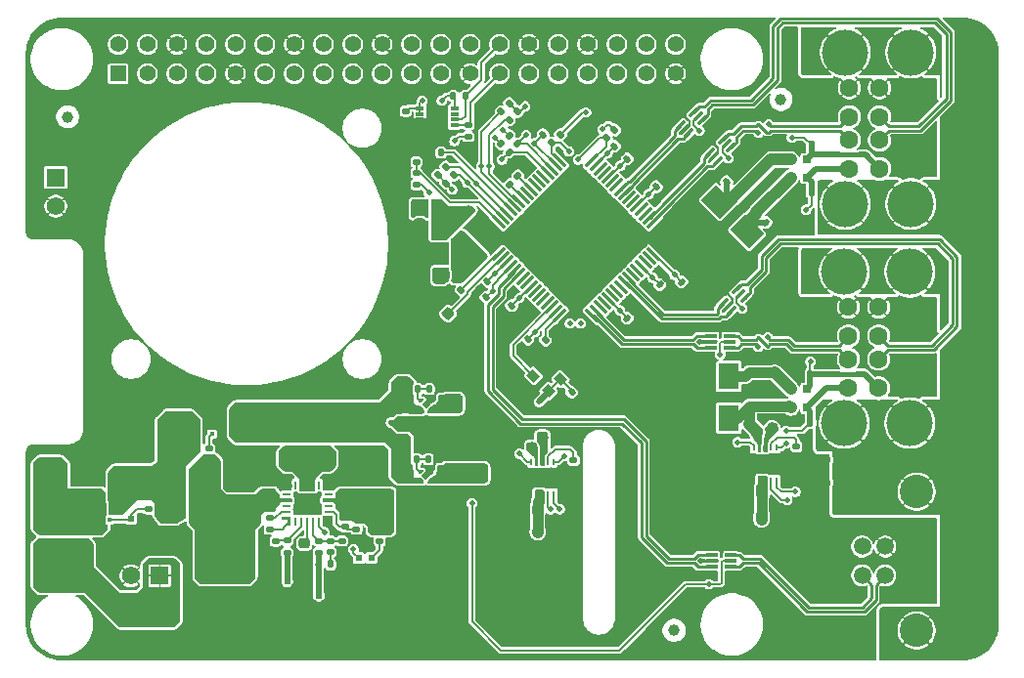
<source format=gbr>
%TF.GenerationSoftware,KiCad,Pcbnew,9.0.3*%
%TF.CreationDate,2025-07-26T10:45:51-05:00*%
%TF.ProjectId,1026 RPi Power Hat,31303236-2052-4506-9920-506f77657220,1.0.0*%
%TF.SameCoordinates,PX5f5e100PY8f0d180*%
%TF.FileFunction,Copper,L1,Top*%
%TF.FilePolarity,Positive*%
%FSLAX46Y46*%
G04 Gerber Fmt 4.6, Leading zero omitted, Abs format (unit mm)*
G04 Created by KiCad (PCBNEW 9.0.3) date 2025-07-26 10:45:51*
%MOMM*%
%LPD*%
G01*
G04 APERTURE LIST*
G04 Aperture macros list*
%AMRoundRect*
0 Rectangle with rounded corners*
0 $1 Rounding radius*
0 $2 $3 $4 $5 $6 $7 $8 $9 X,Y pos of 4 corners*
0 Add a 4 corners polygon primitive as box body*
4,1,4,$2,$3,$4,$5,$6,$7,$8,$9,$2,$3,0*
0 Add four circle primitives for the rounded corners*
1,1,$1+$1,$2,$3*
1,1,$1+$1,$4,$5*
1,1,$1+$1,$6,$7*
1,1,$1+$1,$8,$9*
0 Add four rect primitives between the rounded corners*
20,1,$1+$1,$2,$3,$4,$5,0*
20,1,$1+$1,$4,$5,$6,$7,0*
20,1,$1+$1,$6,$7,$8,$9,0*
20,1,$1+$1,$8,$9,$2,$3,0*%
%AMRotRect*
0 Rectangle, with rotation*
0 The origin of the aperture is its center*
0 $1 length*
0 $2 width*
0 $3 Rotation angle, in degrees counterclockwise*
0 Add horizontal line*
21,1,$1,$2,0,0,$3*%
%AMFreePoly0*
4,1,10,0.334998,0.054284,0.125715,-0.154999,0.125000,-0.154999,0.125000,-0.155000,-0.124999,-0.155000,-0.124999,-0.154999,-0.125001,-0.154999,-0.125001,0.155001,0.334998,0.155001,0.334998,0.054284,0.334998,0.054284,$1*%
%AMFreePoly1*
4,1,10,0.334998,-0.054282,0.334998,-0.154999,0.125000,-0.154999,0.125000,-0.155000,-0.124999,-0.155000,-0.124999,-0.154999,-0.125001,-0.154999,-0.125001,0.155001,0.125715,0.155001,0.334998,-0.054282,0.334998,-0.054282,$1*%
%AMFreePoly2*
4,1,12,0.125001,-0.154999,0.125000,-0.154999,0.125000,-0.155000,-0.124999,-0.155000,-0.124999,-0.154999,-0.125000,-0.154999,-0.125000,-0.155000,-0.334998,-0.154999,-0.334998,-0.054282,-0.125715,0.155001,0.125001,0.155001,0.125001,-0.154999,0.125001,-0.154999,$1*%
%AMFreePoly3*
4,1,6,0.125002,-0.155001,-0.125714,-0.155001,-0.334997,0.054282,-0.334997,0.154999,0.125002,0.154999,0.125002,-0.155001,0.125002,-0.155001,$1*%
%AMFreePoly4*
4,1,21,-0.125000,1.200000,0.125000,1.200000,0.125000,1.700000,0.375000,1.700000,0.375000,1.200000,0.825000,1.200000,0.825000,-1.200000,0.375000,-1.200000,0.375000,-1.700000,0.125000,-1.700000,0.125000,-1.200000,-0.125000,-1.200000,-0.125000,-1.700000,-0.375000,-1.700000,-0.375000,-1.200000,-0.825000,-1.200000,-0.825000,1.200000,-0.375000,1.200000,-0.375000,1.700000,-0.125000,1.700000,
-0.125000,1.200000,-0.125000,1.200000,$1*%
%AMFreePoly5*
4,1,9,0.127000,-0.126997,0.635000,-0.126997,0.635000,-0.380997,0.127000,-0.380998,0.127000,-0.380999,-0.127000,-0.380999,-0.127000,0.381001,0.127000,0.381001,0.127000,-0.126997,0.127000,-0.126997,$1*%
%AMFreePoly6*
4,1,7,0.125811,-0.383999,-0.636189,-0.383997,-0.636189,-0.129997,-0.128189,-0.129997,-0.128189,0.378001,0.125811,0.378001,0.125811,-0.383999,0.125811,-0.383999,$1*%
%AMFreePoly7*
4,1,7,0.127000,-0.381000,-0.127000,-0.381000,-0.127000,0.126998,-0.635000,0.126998,-0.635000,0.381000,0.127000,0.381000,0.127000,-0.381000,0.127000,-0.381000,$1*%
%AMFreePoly8*
4,1,7,0.636189,0.383997,0.636189,0.129997,0.128189,0.129997,0.128189,-0.378001,-0.125811,-0.378001,-0.125811,0.383999,0.636189,0.383997,0.636189,0.383997,$1*%
%AMFreePoly9*
4,1,21,1.003536,1.703536,1.005000,1.700000,1.005000,0.925000,1.003536,0.921464,0.405000,0.322928,0.405000,-0.822928,1.003536,-1.421464,1.005000,-1.425000,1.005000,-2.200000,1.003536,-2.203536,1.000000,-2.205000,0.100000,-2.205000,0.096464,-2.203536,-0.453536,-1.653536,-0.455000,-1.650000,-0.455000,1.150000,-0.453536,1.153536,0.121544,1.703613,0.125000,1.705000,1.000000,1.705000,
1.003536,1.703536,1.003536,1.703536,$1*%
%AMFreePoly10*
4,1,22,1.003536,1.953536,1.005000,1.950000,1.005000,1.175000,1.003536,1.171464,0.405000,0.572928,0.405000,-0.572928,1.003536,-1.171464,1.005000,-1.175000,1.005000,-1.950000,1.003536,-1.953536,1.000000,-1.955000,0.125000,-1.955000,0.121544,-1.953613,-0.453456,-1.403613,-0.454999,-1.400111,-0.455000,-1.400000,-0.455000,1.400000,-0.453536,1.403536,0.096464,1.953536,0.100000,1.955000,
1.000000,1.955000,1.003536,1.953536,1.003536,1.953536,$1*%
G04 Aperture macros list end*
%TA.AperFunction,SMDPad,CuDef*%
%ADD10RoundRect,0.135000X-0.135000X-0.185000X0.135000X-0.185000X0.135000X0.185000X-0.135000X0.185000X0*%
%TD*%
%TA.AperFunction,SMDPad,CuDef*%
%ADD11RoundRect,0.135000X-0.185000X0.135000X-0.185000X-0.135000X0.185000X-0.135000X0.185000X0.135000X0*%
%TD*%
%TA.AperFunction,SMDPad,CuDef*%
%ADD12FreePoly0,180.000000*%
%TD*%
%TA.AperFunction,SMDPad,CuDef*%
%ADD13FreePoly1,180.000000*%
%TD*%
%TA.AperFunction,SMDPad,CuDef*%
%ADD14FreePoly2,180.000000*%
%TD*%
%TA.AperFunction,SMDPad,CuDef*%
%ADD15FreePoly3,180.000000*%
%TD*%
%TA.AperFunction,SMDPad,CuDef*%
%ADD16RotRect,0.579999X0.579999X225.000000*%
%TD*%
%TA.AperFunction,SMDPad,CuDef*%
%ADD17RoundRect,0.225000X-0.250000X0.225000X-0.250000X-0.225000X0.250000X-0.225000X0.250000X0.225000X0*%
%TD*%
%TA.AperFunction,ComponentPad*%
%ADD18C,1.600000*%
%TD*%
%TA.AperFunction,ComponentPad*%
%ADD19C,4.000000*%
%TD*%
%TA.AperFunction,ComponentPad*%
%ADD20C,1.500000*%
%TD*%
%TA.AperFunction,ComponentPad*%
%ADD21C,2.900000*%
%TD*%
%TA.AperFunction,SMDPad,CuDef*%
%ADD22RoundRect,0.250000X-1.100000X0.325000X-1.100000X-0.325000X1.100000X-0.325000X1.100000X0.325000X0*%
%TD*%
%TA.AperFunction,SMDPad,CuDef*%
%ADD23RoundRect,0.140000X-0.219203X-0.021213X-0.021213X-0.219203X0.219203X0.021213X0.021213X0.219203X0*%
%TD*%
%TA.AperFunction,SMDPad,CuDef*%
%ADD24RoundRect,0.135000X0.185000X-0.135000X0.185000X0.135000X-0.185000X0.135000X-0.185000X-0.135000X0*%
%TD*%
%TA.AperFunction,SMDPad,CuDef*%
%ADD25RoundRect,0.140000X-0.140000X-0.170000X0.140000X-0.170000X0.140000X0.170000X-0.140000X0.170000X0*%
%TD*%
%TA.AperFunction,SMDPad,CuDef*%
%ADD26RoundRect,0.140000X0.170000X-0.140000X0.170000X0.140000X-0.170000X0.140000X-0.170000X-0.140000X0*%
%TD*%
%TA.AperFunction,SMDPad,CuDef*%
%ADD27R,0.750000X0.300000*%
%TD*%
%TA.AperFunction,SMDPad,CuDef*%
%ADD28R,1.350000X1.450000*%
%TD*%
%TA.AperFunction,SMDPad,CuDef*%
%ADD29R,3.150000X1.780000*%
%TD*%
%TA.AperFunction,SMDPad,CuDef*%
%ADD30RoundRect,0.140000X-0.170000X0.140000X-0.170000X-0.140000X0.170000X-0.140000X0.170000X0.140000X0*%
%TD*%
%TA.AperFunction,SMDPad,CuDef*%
%ADD31RoundRect,0.135000X-0.226274X-0.035355X-0.035355X-0.226274X0.226274X0.035355X0.035355X0.226274X0*%
%TD*%
%TA.AperFunction,SMDPad,CuDef*%
%ADD32RoundRect,0.225000X-0.017678X0.335876X-0.335876X0.017678X0.017678X-0.335876X0.335876X-0.017678X0*%
%TD*%
%TA.AperFunction,SMDPad,CuDef*%
%ADD33RoundRect,0.140000X-0.021213X0.219203X-0.219203X0.021213X0.021213X-0.219203X0.219203X-0.021213X0*%
%TD*%
%TA.AperFunction,SMDPad,CuDef*%
%ADD34R,0.990000X0.300000*%
%TD*%
%TA.AperFunction,SMDPad,CuDef*%
%ADD35RoundRect,0.135000X0.135000X0.185000X-0.135000X0.185000X-0.135000X-0.185000X0.135000X-0.185000X0*%
%TD*%
%TA.AperFunction,SMDPad,CuDef*%
%ADD36R,0.240000X0.600000*%
%TD*%
%TA.AperFunction,SMDPad,CuDef*%
%ADD37FreePoly4,90.000000*%
%TD*%
%TA.AperFunction,SMDPad,CuDef*%
%ADD38RotRect,1.800000X2.300000X225.000000*%
%TD*%
%TA.AperFunction,SMDPad,CuDef*%
%ADD39RotRect,0.300000X0.990000X315.000000*%
%TD*%
%TA.AperFunction,SMDPad,CuDef*%
%ADD40R,0.400000X0.500000*%
%TD*%
%TA.AperFunction,SMDPad,CuDef*%
%ADD41RoundRect,0.250000X1.100000X-0.325000X1.100000X0.325000X-1.100000X0.325000X-1.100000X-0.325000X0*%
%TD*%
%TA.AperFunction,SMDPad,CuDef*%
%ADD42R,0.600000X0.600000*%
%TD*%
%TA.AperFunction,SMDPad,CuDef*%
%ADD43RoundRect,0.140000X0.021213X-0.219203X0.219203X-0.021213X-0.021213X0.219203X-0.219203X0.021213X0*%
%TD*%
%TA.AperFunction,SMDPad,CuDef*%
%ADD44R,1.300000X1.400000*%
%TD*%
%TA.AperFunction,SMDPad,CuDef*%
%ADD45RoundRect,0.135000X0.226274X0.035355X0.035355X0.226274X-0.226274X-0.035355X-0.035355X-0.226274X0*%
%TD*%
%TA.AperFunction,SMDPad,CuDef*%
%ADD46RoundRect,0.250000X-0.250000X-0.475000X0.250000X-0.475000X0.250000X0.475000X-0.250000X0.475000X0*%
%TD*%
%TA.AperFunction,SMDPad,CuDef*%
%ADD47RoundRect,0.135000X0.035355X-0.226274X0.226274X-0.035355X-0.035355X0.226274X-0.226274X0.035355X0*%
%TD*%
%TA.AperFunction,ComponentPad*%
%ADD48R,1.575000X1.575000*%
%TD*%
%TA.AperFunction,ComponentPad*%
%ADD49C,1.575000*%
%TD*%
%TA.AperFunction,SMDPad,CuDef*%
%ADD50R,2.430000X2.370000*%
%TD*%
%TA.AperFunction,SMDPad,CuDef*%
%ADD51R,0.350000X0.430000*%
%TD*%
%TA.AperFunction,SMDPad,CuDef*%
%ADD52R,1.250000X1.100000*%
%TD*%
%TA.AperFunction,SMDPad,CuDef*%
%ADD53R,0.350000X0.660000*%
%TD*%
%TA.AperFunction,SMDPad,CuDef*%
%ADD54C,1.000000*%
%TD*%
%TA.AperFunction,SMDPad,CuDef*%
%ADD55RoundRect,0.135000X-0.035355X0.226274X-0.226274X0.035355X0.035355X-0.226274X0.226274X-0.035355X0*%
%TD*%
%TA.AperFunction,SMDPad,CuDef*%
%ADD56RotRect,0.800000X0.900000X225.000000*%
%TD*%
%TA.AperFunction,SMDPad,CuDef*%
%ADD57R,2.370000X2.430000*%
%TD*%
%TA.AperFunction,SMDPad,CuDef*%
%ADD58R,1.800000X2.300000*%
%TD*%
%TA.AperFunction,SMDPad,CuDef*%
%ADD59R,3.400000X0.980000*%
%TD*%
%TA.AperFunction,SMDPad,CuDef*%
%ADD60FreePoly5,180.000000*%
%TD*%
%TA.AperFunction,SMDPad,CuDef*%
%ADD61R,0.254000X0.762000*%
%TD*%
%TA.AperFunction,SMDPad,CuDef*%
%ADD62FreePoly6,180.000000*%
%TD*%
%TA.AperFunction,SMDPad,CuDef*%
%ADD63R,0.762000X0.254000*%
%TD*%
%TA.AperFunction,SMDPad,CuDef*%
%ADD64FreePoly7,180.000000*%
%TD*%
%TA.AperFunction,SMDPad,CuDef*%
%ADD65FreePoly8,180.000000*%
%TD*%
%TA.AperFunction,SMDPad,CuDef*%
%ADD66R,2.209800X1.701800*%
%TD*%
%TA.AperFunction,SMDPad,CuDef*%
%ADD67R,0.650000X0.700000*%
%TD*%
%TA.AperFunction,SMDPad,CuDef*%
%ADD68R,0.460000X0.400000*%
%TD*%
%TA.AperFunction,SMDPad,CuDef*%
%ADD69FreePoly9,0.000000*%
%TD*%
%TA.AperFunction,SMDPad,CuDef*%
%ADD70FreePoly10,180.000000*%
%TD*%
%TA.AperFunction,SMDPad,CuDef*%
%ADD71RoundRect,0.140000X0.219203X0.021213X0.021213X0.219203X-0.219203X-0.021213X-0.021213X-0.219203X0*%
%TD*%
%TA.AperFunction,SMDPad,CuDef*%
%ADD72RotRect,0.300000X1.475000X45.000000*%
%TD*%
%TA.AperFunction,SMDPad,CuDef*%
%ADD73RotRect,0.300000X1.475000X315.000000*%
%TD*%
%TA.AperFunction,SMDPad,CuDef*%
%ADD74RotRect,8.000000X8.000000X315.000000*%
%TD*%
%TA.AperFunction,ComponentPad*%
%ADD75R,1.390000X1.390000*%
%TD*%
%TA.AperFunction,ComponentPad*%
%ADD76C,1.390000*%
%TD*%
%TA.AperFunction,ViaPad*%
%ADD77C,0.508000*%
%TD*%
%TA.AperFunction,ViaPad*%
%ADD78C,0.609600*%
%TD*%
%TA.AperFunction,ViaPad*%
%ADD79C,1.016000*%
%TD*%
%TA.AperFunction,Conductor*%
%ADD80C,0.203200*%
%TD*%
%TA.AperFunction,Conductor*%
%ADD81C,0.889000*%
%TD*%
%TA.AperFunction,Conductor*%
%ADD82C,1.016000*%
%TD*%
%TA.AperFunction,Conductor*%
%ADD83C,0.508000*%
%TD*%
%TA.AperFunction,Conductor*%
%ADD84C,0.304800*%
%TD*%
%TA.AperFunction,Conductor*%
%ADD85C,0.152400*%
%TD*%
%TA.AperFunction,Conductor*%
%ADD86C,0.381000*%
%TD*%
%TA.AperFunction,Conductor*%
%ADD87C,0.241300*%
%TD*%
G04 APERTURE END LIST*
D10*
%TO.P,R11,1*%
%TO.N,/Linear Regulators/1V1 UVLO*%
X35309996Y23900006D03*
%TO.P,R11,2*%
%TO.N,GND*%
X36329996Y23900006D03*
%TD*%
D11*
%TO.P,R1,1*%
%TO.N,/Power Input/RPPgate*%
X11000000Y13510000D03*
%TO.P,R1,2*%
%TO.N,GND*%
X11000000Y12490000D03*
%TD*%
D12*
%TO.P,U3,1,OUT*%
%TO.N,/Fan / Header / GPIO / EEPROM/3V3*%
X35534998Y16075005D03*
D13*
%TO.P,U3,2,GND*%
%TO.N,GND*%
X35534998Y16725009D03*
D14*
%TO.P,U3,3,EN*%
%TO.N,/Linear Regulators/3V3 UVLO*%
X34465002Y16725009D03*
D15*
%TO.P,U3,4,IN*%
%TO.N,/5V Regulator/5V*%
X34465003Y16075003D03*
D16*
%TO.P,U3,5,PAD*%
%TO.N,GND*%
X35000000Y16400006D03*
%TD*%
D17*
%TO.P,C14,1*%
%TO.N,/Linear Regulators/1V1*%
X36819996Y22675006D03*
%TO.P,C14,2*%
%TO.N,GND*%
X36819996Y21125006D03*
%TD*%
D18*
%TO.P,J6,1A,VBUS1*%
%TO.N,/USB ESD Protection/USB_VBUS_D3*%
X71670000Y43000000D03*
%TO.P,J6,1B,VBUS2*%
%TO.N,/USB ESD Protection/USB_VBUS_D4*%
X74290000Y43000000D03*
%TO.P,J6,2A,D-1*%
%TO.N,/USB ESD Protection/USB_DS3_UF-*%
X71670000Y45500000D03*
%TO.P,J6,2B,D-2*%
%TO.N,/USB ESD Protection/USB_DS4_UF-*%
X74290000Y45500000D03*
%TO.P,J6,3A,D+1*%
%TO.N,/USB ESD Protection/USB_DS3_UF+*%
X71670000Y47500000D03*
%TO.P,J6,3B,D+2*%
%TO.N,/USB ESD Protection/USB_DS4_UF+*%
X74290000Y47500000D03*
%TO.P,J6,4A,GND1*%
%TO.N,GND*%
X71670000Y50000000D03*
%TO.P,J6,4B,GND2*%
X74290000Y50000000D03*
D19*
%TO.P,J6,9,SHIELD*%
%TO.N,GNDCHASS*%
X77000000Y39930000D03*
%TO.P,J6,10,SHIELD*%
X77000000Y53070000D03*
%TO.P,J6,11,SHIELD*%
X71320000Y39930000D03*
%TO.P,J6,12,SHIELD*%
X71320000Y53070000D03*
%TD*%
D20*
%TO.P,J4,1,VBUS*%
%TO.N,/USB Hub/USB_Vbus*%
X72790000Y10250000D03*
%TO.P,J4,2,D-*%
%TO.N,/USB ESD Protection/USB_UP_UF-*%
X72790000Y7750000D03*
%TO.P,J4,3,D+*%
%TO.N,/USB ESD Protection/USB_UP_UF+*%
X74790000Y7750000D03*
%TO.P,J4,4,GND*%
%TO.N,GND*%
X74790000Y10250000D03*
D21*
%TO.P,J4,5,SHIELD*%
%TO.N,GNDCHASS*%
X77500000Y2980000D03*
%TO.P,J4,6,SHIELD*%
X77500000Y15020000D03*
%TD*%
D22*
%TO.P,C10,1*%
%TO.N,/5V Regulator/5V*%
X20500000Y20975000D03*
%TO.P,C10,2*%
%TO.N,GND*%
X20500000Y18025000D03*
%TD*%
D23*
%TO.P,C20,1*%
%TO.N,/USB Hub/1V1_Filt*%
X55260589Y32939411D03*
%TO.P,C20,2*%
%TO.N,GND*%
X55939411Y32260589D03*
%TD*%
D24*
%TO.P,R14,1*%
%TO.N,/USB Hub/USB_Vbus*%
X34200000Y41590000D03*
%TO.P,R14,2*%
%TO.N,/USB Hub/USB_Vbus_Sense*%
X34200000Y42610000D03*
%TD*%
D25*
%TO.P,C32,1*%
%TO.N,GND*%
X66920000Y33000000D03*
%TO.P,C32,2*%
%TO.N,GNDCHASS*%
X67880000Y33000000D03*
%TD*%
D24*
%TO.P,R6,1*%
%TO.N,/5V Regulator/5V*%
X25750000Y9720000D03*
%TO.P,R6,2*%
%TO.N,/5V Regulator/FB*%
X25750000Y10740000D03*
%TD*%
%TO.P,R2,1*%
%TO.N,/5V Regulator/24V*%
X16250000Y17740000D03*
%TO.P,R2,2*%
%TO.N,/Power Input/LEDvccK*%
X16250000Y18760000D03*
%TD*%
D10*
%TO.P,R10,1*%
%TO.N,/5V Regulator/5V*%
X33309996Y23900006D03*
%TO.P,R10,2*%
%TO.N,/Linear Regulators/1V1 UVLO*%
X34329996Y23900006D03*
%TD*%
D26*
%TO.P,C5,1*%
%TO.N,/5V Regulator/24V*%
X21500000Y14770000D03*
%TO.P,C5,2*%
%TO.N,GND*%
X21500000Y15730000D03*
%TD*%
D27*
%TO.P,U7,1,A0*%
%TO.N,/Fan / Header / GPIO / EEPROM/3V3*%
X34500000Y48250000D03*
%TO.P,U7,2,A1*%
X34500000Y47750000D03*
%TO.P,U7,3,A2*%
%TO.N,GND*%
X34500000Y47250000D03*
%TO.P,U7,4,VSS*%
X34500000Y46750000D03*
%TO.P,U7,5,SDA*%
%TO.N,/Fan / Header / GPIO / EEPROM/I2C_SD*%
X37500000Y46750000D03*
%TO.P,U7,6,SCL*%
%TO.N,/Fan / Header / GPIO / EEPROM/I2C_SC*%
X37500000Y47250000D03*
%TO.P,U7,7,WP*%
%TO.N,unconnected-(U7-WP-Pad7)*%
X37500000Y47750000D03*
%TO.P,U7,8,VCC*%
%TO.N,/Fan / Header / GPIO / EEPROM/3V3*%
X37500000Y48250000D03*
D28*
%TO.P,U7,9,EP*%
%TO.N,GND*%
X36000000Y47500000D03*
%TD*%
D26*
%TO.P,C9,1*%
%TO.N,GND*%
X22000000Y9770000D03*
%TO.P,C9,2*%
%TO.N,/5V Regulator/Bias*%
X22000000Y10730000D03*
%TD*%
D25*
%TO.P,C31,1*%
%TO.N,GND*%
X69720000Y17800000D03*
%TO.P,C31,2*%
%TO.N,GNDCHASS*%
X70680000Y17800000D03*
%TD*%
D24*
%TO.P,R15,1*%
%TO.N,/USB Hub/USB_Vbus_Sense*%
X34200000Y43590001D03*
%TO.P,R15,2*%
%TO.N,GND*%
X34200000Y44609999D03*
%TD*%
D29*
%TO.P,F1,1,1*%
%TO.N,/Power Input/Vin*%
X3500000Y8385000D03*
%TO.P,F1,2,2*%
%TO.N,/Power Input/Vfused*%
X3500000Y13615000D03*
%TD*%
D30*
%TO.P,C12,1*%
%TO.N,/5V Regulator/FB*%
X26750000Y10730000D03*
%TO.P,C12,2*%
%TO.N,/5V Regulator/FBff*%
X26750000Y9770000D03*
%TD*%
D25*
%TO.P,C34,1*%
%TO.N,GND*%
X66920000Y51900000D03*
%TO.P,C34,2*%
%TO.N,GNDCHASS*%
X67880000Y51900000D03*
%TD*%
D31*
%TO.P,R16,1*%
%TO.N,GND*%
X42239376Y43110624D03*
%TO.P,R16,2*%
%TO.N,/USB Hub/USB_FullPwrMgmt*%
X42960624Y42389376D03*
%TD*%
D32*
%TO.P,C36,1*%
%TO.N,/USB Hub/USB_GRST*%
X36948008Y30448008D03*
%TO.P,C36,2*%
%TO.N,GND*%
X35851992Y29351992D03*
%TD*%
D33*
%TO.P,C18,1*%
%TO.N,/USB Hub/1V1_Filt*%
X42439411Y31139411D03*
%TO.P,C18,2*%
%TO.N,GND*%
X41760589Y30460589D03*
%TD*%
D34*
%TO.P,U9,1,IO1A*%
%TO.N,/USB Hub/USB_DS1-*%
X59695000Y28500000D03*
%TO.P,U9,2,GND*%
%TO.N,GND*%
X59695000Y28000000D03*
%TO.P,U9,3,IO2A*%
%TO.N,/USB Hub/USB_DS1+*%
X59695000Y27500000D03*
%TO.P,U9,4,IO2B*%
%TO.N,/USB ESD Protection/USB_DS1_UF+*%
X61305000Y27500000D03*
%TO.P,U9,5,VBUS*%
%TO.N,/USB ESD Protection/USB_VBUS_D1*%
X61305000Y28000000D03*
%TO.P,U9,6,IO1B*%
%TO.N,/USB ESD Protection/USB_DS1_UF-*%
X61305000Y28500000D03*
%TD*%
D11*
%TO.P,R9,1*%
%TO.N,/5V Regulator/24V*%
X31000000Y11760000D03*
%TO.P,R9,2*%
%TO.N,/5V Regulator/FledA*%
X31000000Y10740000D03*
%TD*%
D35*
%TO.P,R18,1*%
%TO.N,GNDCHASS*%
X70710000Y16800000D03*
%TO.P,R18,2*%
%TO.N,GND*%
X69690000Y16800000D03*
%TD*%
D36*
%TO.P,U6,1,GND*%
%TO.N,GND*%
X44100000Y14800000D03*
%TO.P,U6,2,IN_1*%
%TO.N,/5V Regulator/5V*%
X44600000Y14800000D03*
%TO.P,U6,3,IN_2*%
X45100000Y14800000D03*
%TO.P,U6,4,EN1*%
%TO.N,/USB Hub/USB_BATEN3*%
X45600000Y14800000D03*
%TO.P,U6,5,EN2*%
%TO.N,/USB Hub/USB_BATEN4*%
X46100000Y14800000D03*
%TO.P,U6,6,~{FAULT2}*%
%TO.N,/USB Hub/USB_OVCR4*%
X46100000Y17600000D03*
%TO.P,U6,7,ILIM*%
%TO.N,/USB Power Control/USB_Ilim2*%
X45600000Y17600000D03*
%TO.P,U6,8,OUT2*%
%TO.N,/USB Power Control/USB_VBUS_D4_UF*%
X45100000Y17600000D03*
%TO.P,U6,9,OUT1*%
%TO.N,/USB Power Control/USB_VBUS_D3_UF*%
X44600000Y17600000D03*
%TO.P,U6,10,~{FAULT1}*%
%TO.N,/USB Hub/USB_OVCR3*%
X44100000Y17600000D03*
D37*
%TO.P,U6,EP1,EP1*%
%TO.N,GND*%
X45100000Y16200000D03*
%TD*%
D25*
%TO.P,C33,1*%
%TO.N,GND*%
X66920000Y35000000D03*
%TO.P,C33,2*%
%TO.N,GNDCHASS*%
X67880000Y35000000D03*
%TD*%
D38*
%TO.P,C46,1,+*%
%TO.N,/USB Power Control/USB_VBUS_D3_UF*%
X62825305Y37525305D03*
%TO.P,C46,2,-*%
%TO.N,GND*%
X60774695Y35474695D03*
%TD*%
D11*
%TO.P,R3,1*%
%TO.N,/5V Regulator/24V*%
X28000000Y13010000D03*
%TO.P,R3,2*%
%TO.N,/5V Regulator/UVLO*%
X28000000Y11990000D03*
%TD*%
D10*
%TO.P,R7,1*%
%TO.N,/5V Regulator/5V*%
X25740000Y8730000D03*
%TO.P,R7,2*%
%TO.N,/5V Regulator/FBff*%
X26760000Y8730000D03*
%TD*%
D33*
%TO.P,C26,1*%
%TO.N,/USB Hub/3V3_Filt*%
X40239411Y31839411D03*
%TO.P,C26,2*%
%TO.N,GND*%
X39560589Y31160589D03*
%TD*%
D39*
%TO.P,U11,1,IO1A*%
%TO.N,/USB Hub/USB_DS3-*%
X59577226Y44384332D03*
%TO.P,U11,2,GND*%
%TO.N,GND*%
X59930779Y44030779D03*
%TO.P,U11,3,IO2A*%
%TO.N,/USB Hub/USB_DS3+*%
X60284332Y43677226D03*
%TO.P,U11,4,IO2B*%
%TO.N,/USB ESD Protection/USB_DS3_UF+*%
X61422774Y44815668D03*
%TO.P,U11,5,VBUS*%
%TO.N,/USB ESD Protection/USB_VBUS_D3*%
X61069221Y45169221D03*
%TO.P,U11,6,IO1B*%
%TO.N,/USB ESD Protection/USB_DS3_UF-*%
X60715668Y45522774D03*
%TD*%
D40*
%TO.P,FB1,1*%
%TO.N,/Fan / Header / GPIO / EEPROM/3V3*%
X35050000Y39500000D03*
%TO.P,FB1,2*%
%TO.N,/USB Hub/3V3_Filt*%
X35850000Y39500000D03*
%TD*%
D12*
%TO.P,U2,1,OUT*%
%TO.N,/Linear Regulators/1V1*%
X35569996Y22250002D03*
D13*
%TO.P,U2,2,GND*%
%TO.N,GND*%
X35569996Y22900006D03*
D14*
%TO.P,U2,3,EN*%
%TO.N,/Linear Regulators/1V1 UVLO*%
X34500000Y22900006D03*
D15*
%TO.P,U2,4,IN*%
%TO.N,/5V Regulator/5V*%
X34500001Y22250000D03*
D16*
%TO.P,U2,5,PAD*%
%TO.N,GND*%
X35034998Y22575003D03*
%TD*%
D23*
%TO.P,C19,1*%
%TO.N,/USB Hub/1V1_Filt*%
X52460589Y30039411D03*
%TO.P,C19,2*%
%TO.N,GND*%
X53139411Y29360589D03*
%TD*%
D41*
%TO.P,C3,1*%
%TO.N,/5V Regulator/24V*%
X19000000Y13275000D03*
%TO.P,C3,2*%
%TO.N,GND*%
X19000000Y16225000D03*
%TD*%
D42*
%TO.P,D1,1,K*%
%TO.N,/Power Input/Vprot*%
X9500000Y14850000D03*
%TO.P,D1,2,A*%
%TO.N,/Power Input/RPPgate*%
X9500000Y12650000D03*
%TD*%
D22*
%TO.P,C11,1*%
%TO.N,/5V Regulator/5V*%
X29000000Y20975000D03*
%TO.P,C11,2*%
%TO.N,GND*%
X29000000Y18025000D03*
%TD*%
D43*
%TO.P,C23,1*%
%TO.N,/USB Hub/1V1_Filt*%
X52460589Y43860589D03*
%TO.P,C23,2*%
%TO.N,GND*%
X53139411Y44539411D03*
%TD*%
D26*
%TO.P,C6,1*%
%TO.N,/5V Regulator/24V*%
X28000000Y14770000D03*
%TO.P,C6,2*%
%TO.N,GND*%
X28000000Y15730000D03*
%TD*%
D18*
%TO.P,J5,1A,VBUS1*%
%TO.N,/USB ESD Protection/USB_VBUS_D1*%
X71595300Y24000000D03*
%TO.P,J5,1B,VBUS2*%
%TO.N,/USB ESD Protection/USB_VBUS_D2*%
X74215300Y24000000D03*
%TO.P,J5,2A,D-1*%
%TO.N,/USB ESD Protection/USB_DS1_UF-*%
X71595300Y26500000D03*
%TO.P,J5,2B,D-2*%
%TO.N,/USB ESD Protection/USB_DS2_UF-*%
X74215300Y26500000D03*
%TO.P,J5,3A,D+1*%
%TO.N,/USB ESD Protection/USB_DS1_UF+*%
X71595300Y28500000D03*
%TO.P,J5,3B,D+2*%
%TO.N,/USB ESD Protection/USB_DS2_UF+*%
X74215300Y28500000D03*
%TO.P,J5,4A,GND1*%
%TO.N,GND*%
X71595300Y31000000D03*
%TO.P,J5,4B,GND2*%
X74215300Y31000000D03*
D19*
%TO.P,J5,9,SHIELD*%
%TO.N,GNDCHASS*%
X76925300Y20930000D03*
%TO.P,J5,10,SHIELD*%
X76925300Y34070000D03*
%TO.P,J5,11,SHIELD*%
X71245300Y20930000D03*
%TO.P,J5,12,SHIELD*%
X71245300Y34070000D03*
%TD*%
D44*
%TO.P,D3,1,1*%
%TO.N,GND*%
X5450000Y16250000D03*
%TO.P,D3,2,2*%
%TO.N,/Power Input/Vfused*%
X2550000Y16250000D03*
%TD*%
D36*
%TO.P,U5,1,GND*%
%TO.N,GND*%
X63400000Y16000000D03*
%TO.P,U5,2,IN_1*%
%TO.N,/5V Regulator/5V*%
X63900000Y16000000D03*
%TO.P,U5,3,IN_2*%
X64400000Y16000000D03*
%TO.P,U5,4,EN1*%
%TO.N,/USB Hub/USB_BATEN1*%
X64900000Y16000000D03*
%TO.P,U5,5,EN2*%
%TO.N,/USB Hub/USB_BATEN2*%
X65400000Y16000000D03*
%TO.P,U5,6,~{FAULT2}*%
%TO.N,/USB Hub/USB_OVCR2*%
X65400000Y18800000D03*
%TO.P,U5,7,ILIM*%
%TO.N,/USB Power Control/USB_Ilim1*%
X64900000Y18800000D03*
%TO.P,U5,8,OUT2*%
%TO.N,/USB Power Control/USB_VBUS_D2_UF*%
X64400000Y18800000D03*
%TO.P,U5,9,OUT1*%
%TO.N,/USB Power Control/USB_VBUS_D1_UF*%
X63900000Y18800000D03*
%TO.P,U5,10,~{FAULT1}*%
%TO.N,/USB Hub/USB_OVCR1*%
X63400000Y18800000D03*
D37*
%TO.P,U5,EP1,EP1*%
%TO.N,GND*%
X64400000Y17400000D03*
%TD*%
D30*
%TO.P,C39,1*%
%TO.N,GND*%
X63000000Y23380000D03*
%TO.P,C39,2*%
%TO.N,/USB Power Control/USB_VBUS_D1_UF*%
X63000000Y22420000D03*
%TD*%
D45*
%TO.P,R21,1*%
%TO.N,/USB Hub/USB_BATEN1*%
X42260624Y44439376D03*
%TO.P,R21,2*%
%TO.N,/USB Hub/3V3_Filt*%
X41539376Y45160624D03*
%TD*%
D39*
%TO.P,U12,1,IO1A*%
%TO.N,/USB Hub/USB_DS4-*%
X57077226Y46784332D03*
%TO.P,U12,2,GND*%
%TO.N,GND*%
X57430779Y46430779D03*
%TO.P,U12,3,IO2A*%
%TO.N,/USB Hub/USB_DS4+*%
X57784332Y46077226D03*
%TO.P,U12,4,IO2B*%
%TO.N,/USB ESD Protection/USB_DS4_UF+*%
X58922774Y47215668D03*
%TO.P,U12,5,VBUS*%
%TO.N,/USB ESD Protection/USB_VBUS_D4*%
X58569221Y47569221D03*
%TO.P,U12,6,IO1B*%
%TO.N,/USB ESD Protection/USB_DS4_UF-*%
X58215668Y47922774D03*
%TD*%
D24*
%TO.P,R8,1*%
%TO.N,GND*%
X27750000Y9720000D03*
%TO.P,R8,2*%
%TO.N,/5V Regulator/FB*%
X27750000Y10740000D03*
%TD*%
D46*
%TO.P,C29,1*%
%TO.N,GND*%
X34500000Y37950000D03*
%TO.P,C29,2*%
%TO.N,/USB Hub/3V3_Filt*%
X36400000Y37950000D03*
%TD*%
D10*
%TO.P,R12,1*%
%TO.N,/5V Regulator/5V*%
X33205002Y17825003D03*
%TO.P,R12,2*%
%TO.N,/Linear Regulators/3V3 UVLO*%
X34225002Y17825003D03*
%TD*%
D35*
%TO.P,R19,1*%
%TO.N,GNDCHASS*%
X67910000Y34000000D03*
%TO.P,R19,2*%
%TO.N,GND*%
X66890000Y34000000D03*
%TD*%
D47*
%TO.P,R24,1*%
%TO.N,/USB Hub/USB_BATEN4*%
X50639376Y45639376D03*
%TO.P,R24,2*%
%TO.N,/USB Hub/3V3_Filt*%
X51360624Y46360624D03*
%TD*%
D48*
%TO.P,J2,1,1*%
%TO.N,/5V Regulator/5V*%
X2975000Y42250000D03*
D49*
%TO.P,J2,2,2*%
%TO.N,GND*%
X2975000Y39750000D03*
%TD*%
D23*
%TO.P,C28,1*%
%TO.N,/USB Hub/3V3_Filt*%
X57160589Y33189411D03*
%TO.P,C28,2*%
%TO.N,GND*%
X57839411Y32510589D03*
%TD*%
D11*
%TO.P,R33,1*%
%TO.N,/USB Power Control/USB_Ilim2*%
X47800000Y17710000D03*
%TO.P,R33,2*%
%TO.N,GND*%
X47800000Y16690000D03*
%TD*%
D50*
%TO.P,C2,1,+*%
%TO.N,/5V Regulator/24V*%
X17500000Y10120000D03*
%TO.P,C2,2,-*%
%TO.N,GND*%
X17500000Y3880000D03*
%TD*%
D51*
%TO.P,Q1,1,D_1*%
%TO.N,/Power Input/Vfused*%
X6350000Y12565000D03*
%TO.P,Q1,2,D_2*%
X7000000Y12565000D03*
%TO.P,Q1,3,G*%
%TO.N,/Power Input/RPPgate*%
X7650000Y12565000D03*
%TO.P,Q1,4,S_1*%
%TO.N,/Power Input/Vprot*%
X7650000Y14435000D03*
%TO.P,Q1,5,D_3*%
%TO.N,/Power Input/Vfused*%
X7000000Y14435000D03*
%TO.P,Q1,6,D_4*%
X6350000Y14435000D03*
D52*
%TO.P,Q1,7,D_5*%
X6715000Y13500000D03*
D53*
%TO.P,Q1,8,S_2*%
%TO.N,/Power Input/Vprot*%
X7775000Y13500000D03*
%TD*%
D34*
%TO.P,U8,1,IO1A*%
%TO.N,/USB Hub/USB_UP-*%
X59795000Y9500000D03*
%TO.P,U8,2,GND*%
%TO.N,GND*%
X59795000Y9000000D03*
%TO.P,U8,3,IO2A*%
%TO.N,/USB Hub/USB_UP+*%
X59795000Y8500000D03*
%TO.P,U8,4,IO2B*%
%TO.N,/USB ESD Protection/USB_UP_UF+*%
X61405000Y8500000D03*
%TO.P,U8,5,VBUS*%
%TO.N,/USB Hub/USB_Vbus*%
X61405000Y9000000D03*
%TO.P,U8,6,IO1B*%
%TO.N,/USB ESD Protection/USB_UP_UF-*%
X61405000Y9500000D03*
%TD*%
D30*
%TO.P,C8,1*%
%TO.N,/5V Regulator/Sw1*%
X21500000Y12730000D03*
%TO.P,C8,2*%
%TO.N,/5V Regulator/Cboot*%
X21500000Y11770000D03*
%TD*%
D11*
%TO.P,R28,1*%
%TO.N,/USB Power Control/USB_Ilim1*%
X67090000Y18910000D03*
%TO.P,R28,2*%
%TO.N,GND*%
X67090000Y17890000D03*
%TD*%
D48*
%TO.P,J1,1,1*%
%TO.N,/Power Input/Vin*%
X11987500Y7719250D03*
D49*
%TO.P,J1,2,2*%
%TO.N,GND*%
X9487500Y7719250D03*
%TD*%
D25*
%TO.P,C30,1*%
%TO.N,GND*%
X69720000Y15800000D03*
%TO.P,C30,2*%
%TO.N,GNDCHASS*%
X70680000Y15800000D03*
%TD*%
D10*
%TO.P,R13,1*%
%TO.N,/Linear Regulators/3V3 UVLO*%
X35205002Y17825003D03*
%TO.P,R13,2*%
%TO.N,GND*%
X36225002Y17825003D03*
%TD*%
D25*
%TO.P,C42,1*%
%TO.N,GND*%
X43720000Y13500000D03*
%TO.P,C42,2*%
%TO.N,/5V Regulator/5V*%
X44680000Y13500000D03*
%TD*%
D33*
%TO.P,C17,1*%
%TO.N,/USB Hub/1V1_Filt*%
X40339411Y33239411D03*
%TO.P,C17,2*%
%TO.N,GND*%
X39660589Y32560589D03*
%TD*%
D25*
%TO.P,C48,1*%
%TO.N,GND*%
X67320000Y25200000D03*
%TO.P,C48,2*%
%TO.N,/USB ESD Protection/USB_VBUS_D2*%
X68280000Y25200000D03*
%TD*%
D31*
%TO.P,R17,1*%
%TO.N,GND*%
X41539376Y42360624D03*
%TO.P,R17,2*%
%TO.N,/USB Hub/USB_Ganged*%
X42260624Y41639376D03*
%TD*%
D54*
%TO.P,FID2,*%
%TO.N,*%
X4000000Y47500000D03*
%TD*%
D55*
%TO.P,R29,1*%
%TO.N,/USB Hub/USB_OVCR1*%
X36760624Y43160624D03*
%TO.P,R29,2*%
%TO.N,/USB Hub/3V3_Filt*%
X36039376Y42439376D03*
%TD*%
D11*
%TO.P,R4,1*%
%TO.N,/5V Regulator/UVLO*%
X29000000Y11760000D03*
%TO.P,R4,2*%
%TO.N,GND*%
X29000000Y10740000D03*
%TD*%
D17*
%TO.P,C16,1*%
%TO.N,/Fan / Header / GPIO / EEPROM/3V3*%
X36715002Y16600003D03*
%TO.P,C16,2*%
%TO.N,GND*%
X36715002Y15050003D03*
%TD*%
D47*
%TO.P,R32,1*%
%TO.N,/USB Hub/USB_OVCR4*%
X42239376Y47239376D03*
%TO.P,R32,2*%
%TO.N,/USB Hub/3V3_Filt*%
X42960624Y47960624D03*
%TD*%
%TO.P,R23,1*%
%TO.N,/USB Hub/USB_BATEN3*%
X45939376Y45239376D03*
%TO.P,R23,2*%
%TO.N,/USB Hub/3V3_Filt*%
X46660624Y45960624D03*
%TD*%
D25*
%TO.P,C50,1*%
%TO.N,GND*%
X67420000Y45100000D03*
%TO.P,C50,2*%
%TO.N,/USB ESD Protection/USB_VBUS_D4*%
X68380000Y45100000D03*
%TD*%
D26*
%TO.P,C52,1*%
%TO.N,GND*%
X33250000Y47020000D03*
%TO.P,C52,2*%
%TO.N,/Fan / Header / GPIO / EEPROM/3V3*%
X33250000Y47980000D03*
%TD*%
D56*
%TO.P,Y1,1,TRI-STATE*%
%TO.N,/Fan / Header / GPIO / EEPROM/3V3*%
X46666726Y24758579D03*
%TO.P,Y1,2,GND*%
%TO.N,GND*%
X45358579Y26066726D03*
%TO.P,Y1,3,OUTPUT*%
%TO.N,/USB Hub/USB_XI*%
X44333274Y25041421D03*
%TO.P,Y1,4,VDD*%
%TO.N,/Fan / Header / GPIO / EEPROM/3V3*%
X45641421Y23733274D03*
%TD*%
D57*
%TO.P,C1,1,+*%
%TO.N,/Power Input/Vprot*%
X13620000Y20000000D03*
%TO.P,C1,2,-*%
%TO.N,GND*%
X7380000Y20000000D03*
%TD*%
D58*
%TO.P,C41,1,+*%
%TO.N,/USB Power Control/USB_VBUS_D1_UF*%
X61250000Y21400000D03*
%TO.P,C41,2,-*%
%TO.N,GND*%
X58350000Y21400000D03*
%TD*%
D59*
%TO.P,L2,1,1*%
%TO.N,/5V Regulator/Sw*%
X24750000Y17815000D03*
%TO.P,L2,2,2*%
%TO.N,/5V Regulator/5V*%
X24750000Y20185000D03*
%TD*%
D25*
%TO.P,C37,1*%
%TO.N,GND*%
X63120000Y14700000D03*
%TO.P,C37,2*%
%TO.N,/5V Regulator/5V*%
X64080000Y14700000D03*
%TD*%
D60*
%TO.P,U1,1,CBOOT*%
%TO.N,/5V Regulator/Cboot*%
X23249622Y12425000D03*
D61*
%TO.P,U1,2,NC*%
%TO.N,unconnected-(U1-NC-Pad2)*%
X23749748Y12424999D03*
%TO.P,U1,3,BIAS*%
%TO.N,/5V Regulator/Bias*%
X24249874Y12424999D03*
%TO.P,U1,4,VCC*%
%TO.N,/5V Regulator/Vcc*%
X24750000Y12424999D03*
%TO.P,U1,5,FB*%
%TO.N,/5V Regulator/FB*%
X25250126Y12424999D03*
%TO.P,U1,6,PGOOD*%
%TO.N,/5V Regulator/Pgood*%
X25750252Y12424999D03*
D62*
%TO.P,U1,7,MODE/SYNC*%
%TO.N,GND*%
X26249189Y12422000D03*
D63*
%TO.P,U1,8,EN*%
%TO.N,/5V Regulator/UVLO*%
X26575000Y13249811D03*
%TO.P,U1,9,NC*%
%TO.N,unconnected-(U1-NC-Pad9)*%
X26575000Y13749937D03*
%TO.P,U1,10,VIN2*%
%TO.N,/5V Regulator/24V*%
X26575000Y14250063D03*
%TO.P,U1,11,NC*%
%TO.N,unconnected-(U1-NC-Pad11)*%
X26575000Y14750189D03*
D64*
%TO.P,U1,12,PGND2*%
%TO.N,GND*%
X26250378Y15575001D03*
D61*
%TO.P,U1,13,NC*%
%TO.N,unconnected-(U1-NC-Pad13)*%
X25750252Y15575001D03*
%TO.P,U1,14,SW1*%
%TO.N,/5V Regulator/Sw*%
X25250126Y15575001D03*
%TO.P,U1,15,SW2*%
X24750000Y15575001D03*
%TO.P,U1,16,SW3*%
X24249874Y15575001D03*
%TO.P,U1,17,NC*%
%TO.N,unconnected-(U1-NC-Pad17)*%
X23749748Y15575001D03*
D65*
%TO.P,U1,18,PGND1*%
%TO.N,GND*%
X23250811Y15578000D03*
D63*
%TO.P,U1,19,NC*%
%TO.N,unconnected-(U1-NC-Pad19)*%
X22925000Y14750189D03*
%TO.P,U1,20,VIN1*%
%TO.N,/5V Regulator/24V*%
X22925000Y14250063D03*
%TO.P,U1,21,NC*%
%TO.N,unconnected-(U1-NC-Pad21)*%
X22925000Y13749937D03*
%TO.P,U1,22,SW4*%
%TO.N,/5V Regulator/Sw1*%
X22925000Y13249811D03*
D66*
%TO.P,U1,23,GND*%
%TO.N,GND*%
X24750000Y14000000D03*
%TD*%
D67*
%TO.P,FB3,1*%
%TO.N,/USB Power Control/USB_VBUS_D1_UF*%
X66625000Y22300000D03*
%TO.P,FB3,2*%
%TO.N,/USB ESD Protection/USB_VBUS_D1*%
X67975000Y22300000D03*
%TD*%
D41*
%TO.P,C4,1*%
%TO.N,/5V Regulator/24V*%
X30250000Y13275000D03*
%TO.P,C4,2*%
%TO.N,GND*%
X30250000Y16225000D03*
%TD*%
D35*
%TO.P,R20,1*%
%TO.N,GNDCHASS*%
X67910000Y53000000D03*
%TO.P,R20,2*%
%TO.N,GND*%
X66890000Y53000000D03*
%TD*%
D25*
%TO.P,C51,1*%
%TO.N,GND*%
X67420000Y40950000D03*
%TO.P,C51,2*%
%TO.N,/USB ESD Protection/USB_VBUS_D3*%
X68380000Y40950000D03*
%TD*%
D55*
%TO.P,R30,1*%
%TO.N,/USB Hub/USB_OVCR2*%
X37460624Y42460624D03*
%TO.P,R30,2*%
%TO.N,/USB Hub/3V3_Filt*%
X36739376Y41739376D03*
%TD*%
D68*
%TO.P,D2,1,K*%
%TO.N,GND*%
X16500000Y21000000D03*
%TO.P,D2,2,A*%
%TO.N,/Power Input/LEDvccK*%
X16500000Y20000000D03*
%TD*%
D45*
%TO.P,R22,1*%
%TO.N,/USB Hub/USB_BATEN2*%
X42960624Y45139376D03*
%TO.P,R22,2*%
%TO.N,/USB Hub/3V3_Filt*%
X42239376Y45860624D03*
%TD*%
D46*
%TO.P,C21,1*%
%TO.N,GND*%
X36350000Y35400000D03*
%TO.P,C21,2*%
%TO.N,/USB Hub/1V1_Filt*%
X38250000Y35400000D03*
%TD*%
D67*
%TO.P,FB6,1*%
%TO.N,/USB Power Control/USB_VBUS_D4_UF*%
X66625000Y43800000D03*
%TO.P,FB6,2*%
%TO.N,/USB ESD Protection/USB_VBUS_D4*%
X67975000Y43800000D03*
%TD*%
D69*
%TO.P,L1,1,1*%
%TO.N,/Power Input/Vprot*%
X12500000Y15000000D03*
D70*
%TO.P,L1,2,2*%
%TO.N,/5V Regulator/24V*%
X16000000Y14750000D03*
%TD*%
D25*
%TO.P,C49,1*%
%TO.N,GND*%
X67320000Y21000000D03*
%TO.P,C49,2*%
%TO.N,/USB ESD Protection/USB_VBUS_D1*%
X68280000Y21000000D03*
%TD*%
D11*
%TO.P,R35,1*%
%TO.N,/Fan / Header / GPIO / EEPROM/I2C_SD*%
X38700000Y46810000D03*
%TO.P,R35,2*%
%TO.N,/Fan / Header / GPIO / EEPROM/3V3*%
X38700000Y45790000D03*
%TD*%
D71*
%TO.P,C45,1*%
%TO.N,GND*%
X65139411Y37660589D03*
%TO.P,C45,2*%
%TO.N,/USB Power Control/USB_VBUS_D3_UF*%
X64460589Y38339411D03*
%TD*%
D47*
%TO.P,R31,1*%
%TO.N,/USB Hub/USB_OVCR3*%
X41539376Y47939376D03*
%TO.P,R31,2*%
%TO.N,/USB Hub/3V3_Filt*%
X42260624Y48660624D03*
%TD*%
D38*
%TO.P,C44,1,+*%
%TO.N,/USB Power Control/USB_VBUS_D4_UF*%
X60325305Y40125305D03*
%TO.P,C44,2,-*%
%TO.N,GND*%
X58274695Y38074695D03*
%TD*%
D17*
%TO.P,C15,1*%
%TO.N,/5V Regulator/5V*%
X33284998Y16600005D03*
%TO.P,C15,2*%
%TO.N,GND*%
X33284998Y15050005D03*
%TD*%
D10*
%TO.P,R27,1*%
%TO.N,GND*%
X35290000Y44400000D03*
%TO.P,R27,2*%
%TO.N,/USB Hub/USB_AUTOEN*%
X36310000Y44400000D03*
%TD*%
D58*
%TO.P,C40,1,+*%
%TO.N,/USB Power Control/USB_VBUS_D2_UF*%
X61250000Y25000000D03*
%TO.P,C40,2,-*%
%TO.N,GND*%
X58350000Y25000000D03*
%TD*%
D40*
%TO.P,FB2,1*%
%TO.N,/Linear Regulators/1V1*%
X36900000Y33800000D03*
%TO.P,FB2,2*%
%TO.N,/USB Hub/1V1_Filt*%
X37700000Y33800000D03*
%TD*%
D17*
%TO.P,C7,1*%
%TO.N,/5V Regulator/Vcc*%
X24500000Y10525000D03*
%TO.P,C7,2*%
%TO.N,GND*%
X24500000Y8975000D03*
%TD*%
D39*
%TO.P,U10,1,IO1A*%
%TO.N,/USB Hub/USB_DS2-*%
X60777226Y31384332D03*
%TO.P,U10,2,GND*%
%TO.N,GND*%
X61130779Y31030779D03*
%TO.P,U10,3,IO2A*%
%TO.N,/USB Hub/USB_DS2+*%
X61484332Y30677226D03*
%TO.P,U10,4,IO2B*%
%TO.N,/USB ESD Protection/USB_DS2_UF+*%
X62622774Y31815668D03*
%TO.P,U10,5,VBUS*%
%TO.N,/USB ESD Protection/USB_VBUS_D2*%
X62269221Y32169221D03*
%TO.P,U10,6,IO1B*%
%TO.N,/USB ESD Protection/USB_DS2_UF-*%
X61915668Y32522774D03*
%TD*%
D67*
%TO.P,FB5,1*%
%TO.N,/USB Power Control/USB_VBUS_D3_UF*%
X66625000Y42250000D03*
%TO.P,FB5,2*%
%TO.N,/USB ESD Protection/USB_VBUS_D3*%
X67975000Y42250000D03*
%TD*%
D30*
%TO.P,C38,1*%
%TO.N,GND*%
X63000000Y26280000D03*
%TO.P,C38,2*%
%TO.N,/USB Power Control/USB_VBUS_D2_UF*%
X63000000Y25320000D03*
%TD*%
D43*
%TO.P,C25,1*%
%TO.N,/USB Hub/3V3_Filt*%
X45160589Y45960589D03*
%TO.P,C25,2*%
%TO.N,GND*%
X45839411Y46639411D03*
%TD*%
%TO.P,C47,1*%
%TO.N,GND*%
X46960589Y22960589D03*
%TO.P,C47,2*%
%TO.N,/Fan / Header / GPIO / EEPROM/3V3*%
X47639411Y23639411D03*
%TD*%
D47*
%TO.P,R25,1*%
%TO.N,GND*%
X44639376Y27439376D03*
%TO.P,R25,2*%
%TO.N,/USB Hub/USB_R1*%
X45360624Y28160624D03*
%TD*%
D43*
%TO.P,C24,1*%
%TO.N,/USB Hub/1V1_Filt*%
X51360589Y44960589D03*
%TO.P,C24,2*%
%TO.N,GND*%
X52039411Y45639411D03*
%TD*%
D67*
%TO.P,FB4,1*%
%TO.N,/USB Power Control/USB_VBUS_D2_UF*%
X66625000Y23900000D03*
%TO.P,FB4,2*%
%TO.N,/USB ESD Protection/USB_VBUS_D2*%
X67975000Y23900000D03*
%TD*%
D33*
%TO.P,C27,1*%
%TO.N,/USB Hub/3V3_Filt*%
X43839411Y28239411D03*
%TO.P,C27,2*%
%TO.N,GND*%
X43160589Y27560589D03*
%TD*%
D47*
%TO.P,R26,1*%
%TO.N,GND*%
X37339376Y31739376D03*
%TO.P,R26,2*%
%TO.N,/USB Hub/USB_TEST*%
X38060624Y32460624D03*
%TD*%
D17*
%TO.P,C13,1*%
%TO.N,/5V Regulator/5V*%
X33250000Y22675006D03*
%TO.P,C13,2*%
%TO.N,GND*%
X33250000Y21125006D03*
%TD*%
D54*
%TO.P,FID1,*%
%TO.N,*%
X65750000Y49000000D03*
%TD*%
D42*
%TO.P,D4,1,K*%
%TO.N,/5V Regulator/Pgood*%
X29200000Y9250000D03*
%TO.P,D4,2,A*%
%TO.N,/5V Regulator/FledA*%
X30300000Y9250000D03*
%TD*%
D35*
%TO.P,R34,1*%
%TO.N,/Fan / Header / GPIO / EEPROM/I2C_SC*%
X38410000Y49300000D03*
%TO.P,R34,2*%
%TO.N,/Fan / Header / GPIO / EEPROM/3V3*%
X37390000Y49300000D03*
%TD*%
D72*
%TO.P,U4,1,PWRCTL3/BATEN3*%
%TO.N,/USB Hub/USB_BATEN3*%
X46594272Y43709029D03*
%TO.P,U4,2,VDD33_1*%
%TO.N,/USB Hub/3V3_Filt*%
X46240718Y43355476D03*
%TO.P,U4,3,PWRCTL2/BATEN2*%
%TO.N,/USB Hub/USB_BATEN2*%
X45887165Y43001922D03*
%TO.P,U4,4,PWRCTL1/BATEN1*%
%TO.N,/USB Hub/USB_BATEN1*%
X45533612Y42648369D03*
%TO.P,U4,5,SDA/SMBDAT*%
%TO.N,unconnected-(U4-SDA{slash}SMBDAT-Pad5)*%
X45180058Y42294816D03*
%TO.P,U4,6,SCL/SMBCLK*%
%TO.N,unconnected-(U4-SCL{slash}SMBCLK-Pad6)*%
X44826505Y41941262D03*
%TO.P,U4,7,SMBUSZ*%
%TO.N,unconnected-(U4-SMBUSZ-Pad7)*%
X44472951Y41587709D03*
%TO.P,U4,8,FULLPWRMGMTZ/SMBA1*%
%TO.N,/USB Hub/USB_FullPwrMgmt*%
X44119398Y41234155D03*
%TO.P,U4,9,PWRCTL_POL*%
%TO.N,unconnected-(U4-PWRCTL_POL-Pad9)*%
X43765845Y40880602D03*
%TO.P,U4,10,GANGED/SMBA2/HS_UP*%
%TO.N,/USB Hub/USB_Ganged*%
X43412291Y40527049D03*
%TO.P,U4,11,OVERCUR4Z*%
%TO.N,/USB Hub/USB_OVCR4*%
X43058738Y40173495D03*
%TO.P,U4,12,OVERCUR3Z*%
%TO.N,/USB Hub/USB_OVCR3*%
X42705184Y39819942D03*
%TO.P,U4,13,AUTOENZ/HS_SUSPEND*%
%TO.N,/USB Hub/USB_AUTOEN*%
X42351631Y39466388D03*
%TO.P,U4,14,OVERCUR1Z*%
%TO.N,/USB Hub/USB_OVCR1*%
X41998078Y39112835D03*
%TO.P,U4,15,OVERCUR2Z*%
%TO.N,/USB Hub/USB_OVCR2*%
X41644524Y38759282D03*
%TO.P,U4,16,USB_VBUS*%
%TO.N,/USB Hub/USB_Vbus_Sense*%
X41290971Y38405728D03*
D73*
%TO.P,U4,17,TEST*%
%TO.N,/USB Hub/USB_TEST*%
X41290971Y35594272D03*
%TO.P,U4,18,GRSTZ*%
%TO.N,/USB Hub/USB_GRST*%
X41644524Y35240718D03*
%TO.P,U4,19,VDD_1*%
%TO.N,/USB Hub/1V1_Filt*%
X41998078Y34887165D03*
%TO.P,U4,20,VDD33_2*%
%TO.N,/USB Hub/3V3_Filt*%
X42351631Y34533612D03*
%TO.P,U4,21,USB_DP_UP*%
%TO.N,/USB Hub/USB_UP+*%
X42705184Y34180058D03*
%TO.P,U4,22,USB_DM_UP*%
%TO.N,/USB Hub/USB_UP-*%
X43058738Y33826505D03*
%TO.P,U4,23,RSVD_1*%
%TO.N,unconnected-(U4-RSVD_1-Pad23)*%
X43412291Y33472951D03*
%TO.P,U4,24,RSVD_2*%
%TO.N,unconnected-(U4-RSVD_2-Pad24)*%
X43765845Y33119398D03*
%TO.P,U4,25,VDD_2*%
%TO.N,/USB Hub/1V1_Filt*%
X44119398Y32765845D03*
%TO.P,U4,26,RSVD_3*%
%TO.N,unconnected-(U4-RSVD_3-Pad26)*%
X44472951Y32412291D03*
%TO.P,U4,27,RSVD_4*%
%TO.N,unconnected-(U4-RSVD_4-Pad27)*%
X44826505Y32058738D03*
%TO.P,U4,28,NC_1*%
%TO.N,unconnected-(U4-NC_1-Pad28)*%
X45180058Y31705184D03*
%TO.P,U4,29,XO*%
%TO.N,unconnected-(U4-XO-Pad29)*%
X45533612Y31351631D03*
%TO.P,U4,30,XI*%
%TO.N,/USB Hub/USB_XI*%
X45887165Y30998078D03*
%TO.P,U4,31,VDD33_3*%
%TO.N,/USB Hub/3V3_Filt*%
X46240718Y30644524D03*
%TO.P,U4,32,USB_R1*%
%TO.N,/USB Hub/USB_R1*%
X46594272Y30290971D03*
D72*
%TO.P,U4,33,USB_DP_DN1*%
%TO.N,/USB Hub/USB_DS1+*%
X49405728Y30290971D03*
%TO.P,U4,34,USB_DM_DN1*%
%TO.N,/USB Hub/USB_DS1-*%
X49759282Y30644524D03*
%TO.P,U4,35,RSVD_5*%
%TO.N,unconnected-(U4-RSVD_5-Pad35)*%
X50112835Y30998078D03*
%TO.P,U4,36,RSVD_6*%
%TO.N,unconnected-(U4-RSVD_6-Pad36)*%
X50466388Y31351631D03*
%TO.P,U4,37,VDD_3*%
%TO.N,/USB Hub/1V1_Filt*%
X50819942Y31705184D03*
%TO.P,U4,38,RSVD_7*%
%TO.N,unconnected-(U4-RSVD_7-Pad38)*%
X51173495Y32058738D03*
%TO.P,U4,39,RSVD_8*%
%TO.N,unconnected-(U4-RSVD_8-Pad39)*%
X51527049Y32412291D03*
%TO.P,U4,40,NC_2*%
%TO.N,unconnected-(U4-NC_2-Pad40)*%
X51880602Y32765845D03*
%TO.P,U4,41,USB_DP_DN2*%
%TO.N,/USB Hub/USB_DS2+*%
X52234155Y33119398D03*
%TO.P,U4,42,USB_DM_DN2*%
%TO.N,/USB Hub/USB_DS2-*%
X52587709Y33472951D03*
%TO.P,U4,43,RSVD_9*%
%TO.N,unconnected-(U4-RSVD_9-Pad43)*%
X52941262Y33826505D03*
%TO.P,U4,44,RSVD_10*%
%TO.N,unconnected-(U4-RSVD_10-Pad44)*%
X53294816Y34180058D03*
%TO.P,U4,45,VDD_4*%
%TO.N,/USB Hub/1V1_Filt*%
X53648369Y34533612D03*
%TO.P,U4,46,RSVD_11*%
%TO.N,unconnected-(U4-RSVD_11-Pad46)*%
X54001922Y34887165D03*
%TO.P,U4,47,RSVD_12*%
%TO.N,unconnected-(U4-RSVD_12-Pad47)*%
X54355476Y35240718D03*
%TO.P,U4,48,VDD33_4*%
%TO.N,/USB Hub/3V3_Filt*%
X54709029Y35594272D03*
D73*
%TO.P,U4,49,USB_DP_DN3*%
%TO.N,/USB Hub/USB_DS3+*%
X54709029Y38405728D03*
%TO.P,U4,50,USB_DM_DN3*%
%TO.N,/USB Hub/USB_DS3-*%
X54355476Y38759282D03*
%TO.P,U4,51,RSVD_13*%
%TO.N,unconnected-(U4-RSVD_13-Pad51)*%
X54001922Y39112835D03*
%TO.P,U4,52,RSVD_14*%
%TO.N,unconnected-(U4-RSVD_14-Pad52)*%
X53648369Y39466388D03*
%TO.P,U4,53,VDD_5*%
%TO.N,/USB Hub/1V1_Filt*%
X53294816Y39819942D03*
%TO.P,U4,54,RSVD_15*%
%TO.N,unconnected-(U4-RSVD_15-Pad54)*%
X52941262Y40173495D03*
%TO.P,U4,55,RSVD_16*%
%TO.N,unconnected-(U4-RSVD_16-Pad55)*%
X52587709Y40527049D03*
%TO.P,U4,56,USB_DP_DN4*%
%TO.N,/USB Hub/USB_DS4+*%
X52234155Y40880602D03*
%TO.P,U4,57,USB_DM_DN4*%
%TO.N,/USB Hub/USB_DS4-*%
X51880602Y41234155D03*
%TO.P,U4,58,RSVD_17*%
%TO.N,unconnected-(U4-RSVD_17-Pad58)*%
X51527049Y41587709D03*
%TO.P,U4,59,RSVD_18*%
%TO.N,unconnected-(U4-RSVD_18-Pad59)*%
X51173495Y41941262D03*
%TO.P,U4,60,VDD_6*%
%TO.N,/USB Hub/1V1_Filt*%
X50819942Y42294816D03*
%TO.P,U4,61,RSVD_19*%
%TO.N,unconnected-(U4-RSVD_19-Pad61)*%
X50466388Y42648369D03*
%TO.P,U4,62,RSVD_20*%
%TO.N,unconnected-(U4-RSVD_20-Pad62)*%
X50112835Y43001922D03*
%TO.P,U4,63,VDD_7*%
%TO.N,/USB Hub/1V1_Filt*%
X49759282Y43355476D03*
%TO.P,U4,64,PWRCTL4/BATEN4*%
%TO.N,/USB Hub/USB_BATEN4*%
X49405728Y43709029D03*
D74*
%TO.P,U4,65,THERMAL_PAD*%
%TO.N,GND*%
X48000000Y37000000D03*
%TD*%
D54*
%TO.P,FID3,*%
%TO.N,*%
X56500000Y3000000D03*
%TD*%
D43*
%TO.P,C22,1*%
%TO.N,/USB Hub/1V1_Filt*%
X54960589Y41460589D03*
%TO.P,C22,2*%
%TO.N,GND*%
X55639411Y42139411D03*
%TD*%
D33*
%TO.P,C43,1*%
%TO.N,GND*%
X61739411Y42539411D03*
%TO.P,C43,2*%
%TO.N,/USB Power Control/USB_VBUS_D4_UF*%
X61060589Y41860589D03*
%TD*%
D25*
%TO.P,C35,1*%
%TO.N,GND*%
X66920000Y54000000D03*
%TO.P,C35,2*%
%TO.N,GNDCHASS*%
X67880000Y54000000D03*
%TD*%
D11*
%TO.P,R5,1*%
%TO.N,/5V Regulator/Bias*%
X23000000Y10760000D03*
%TO.P,R5,2*%
%TO.N,/5V Regulator/5V*%
X23000000Y9740000D03*
%TD*%
D75*
%TO.P,J3,01,01*%
%TO.N,unconnected-(J3-Pad01)*%
X8370000Y51230000D03*
D76*
%TO.P,J3,02,02*%
%TO.N,/5V Regulator/5V*%
X8370000Y53770000D03*
%TO.P,J3,03,03*%
%TO.N,unconnected-(J3-Pad03)*%
X10910000Y51230000D03*
%TO.P,J3,04,04*%
%TO.N,/5V Regulator/5V*%
X10910000Y53770000D03*
%TO.P,J3,05,05*%
%TO.N,unconnected-(J3-Pad05)*%
X13450000Y51230000D03*
%TO.P,J3,06,06*%
%TO.N,GND*%
X13450000Y53770000D03*
%TO.P,J3,07,07*%
%TO.N,unconnected-(J3-Pad07)*%
X15990000Y51230000D03*
%TO.P,J3,08,08*%
%TO.N,unconnected-(J3-Pad08)*%
X15990000Y53770000D03*
%TO.P,J3,09,09*%
%TO.N,GND*%
X18530000Y51230000D03*
%TO.P,J3,10,10*%
%TO.N,unconnected-(J3-Pad10)*%
X18530000Y53770000D03*
%TO.P,J3,11,11*%
%TO.N,unconnected-(J3-Pad11)*%
X21070000Y51230000D03*
%TO.P,J3,12,12*%
%TO.N,unconnected-(J3-Pad12)*%
X21070000Y53770000D03*
%TO.P,J3,13,13*%
%TO.N,unconnected-(J3-Pad13)*%
X23610000Y51230000D03*
%TO.P,J3,14,14*%
%TO.N,GND*%
X23610000Y53770000D03*
%TO.P,J3,15,15*%
%TO.N,unconnected-(J3-Pad15)*%
X26150000Y51230000D03*
%TO.P,J3,16,16*%
%TO.N,unconnected-(J3-Pad16)*%
X26150000Y53770000D03*
%TO.P,J3,17,17*%
%TO.N,unconnected-(J3-Pad17)*%
X28690000Y51230000D03*
%TO.P,J3,18,18*%
%TO.N,unconnected-(J3-Pad18)*%
X28690000Y53770000D03*
%TO.P,J3,19,19*%
%TO.N,unconnected-(J3-Pad19)*%
X31230000Y51230000D03*
%TO.P,J3,20,20*%
%TO.N,GND*%
X31230000Y53770000D03*
%TO.P,J3,21,21*%
%TO.N,unconnected-(J3-Pad21)*%
X33770000Y51230000D03*
%TO.P,J3,22,22*%
%TO.N,unconnected-(J3-Pad22)*%
X33770000Y53770000D03*
%TO.P,J3,23,23*%
%TO.N,unconnected-(J3-Pad23)*%
X36310000Y51230000D03*
%TO.P,J3,24,24*%
%TO.N,unconnected-(J3-Pad24)*%
X36310000Y53770000D03*
%TO.P,J3,25,25*%
%TO.N,GND*%
X38850000Y51230000D03*
%TO.P,J3,26,26*%
%TO.N,unconnected-(J3-Pad26)*%
X38850000Y53770000D03*
%TO.P,J3,27,27*%
%TO.N,/Fan / Header / GPIO / EEPROM/I2C_SD*%
X41390000Y51230000D03*
%TO.P,J3,28,28*%
%TO.N,/Fan / Header / GPIO / EEPROM/I2C_SC*%
X41390000Y53770000D03*
%TO.P,J3,29,29*%
%TO.N,unconnected-(J3-Pad29)*%
X43930000Y51230000D03*
%TO.P,J3,30,30*%
%TO.N,GND*%
X43930000Y53770000D03*
%TO.P,J3,31,31*%
%TO.N,unconnected-(J3-Pad31)*%
X46470000Y51230000D03*
%TO.P,J3,32,32*%
%TO.N,unconnected-(J3-Pad32)*%
X46470000Y53770000D03*
%TO.P,J3,33,33*%
%TO.N,unconnected-(J3-Pad33)*%
X49010000Y51230000D03*
%TO.P,J3,34,34*%
%TO.N,GND*%
X49010000Y53770000D03*
%TO.P,J3,35,35*%
%TO.N,unconnected-(J3-Pad35)*%
X51550000Y51230000D03*
%TO.P,J3,36,36*%
%TO.N,unconnected-(J3-Pad36)*%
X51550000Y53770000D03*
%TO.P,J3,37,37*%
%TO.N,unconnected-(J3-Pad37)*%
X54090000Y51230000D03*
%TO.P,J3,38,38*%
%TO.N,unconnected-(J3-Pad38)*%
X54090000Y53770000D03*
%TO.P,J3,39,39*%
%TO.N,GND*%
X56630000Y51230000D03*
%TO.P,J3,40,40*%
%TO.N,unconnected-(J3-Pad40)*%
X56630000Y53770000D03*
%TD*%
D77*
%TO.N,/5V Regulator/24V*%
X30250000Y14500000D03*
X18200000Y14500000D03*
X19800000Y14500000D03*
X19000000Y14500000D03*
X29500000Y14500000D03*
X31000000Y14500000D03*
D78*
%TO.N,/5V Regulator/5V*%
X23000000Y7250000D03*
D79*
X64080000Y12580000D03*
D77*
X20750000Y22250000D03*
X24000000Y22000000D03*
X20750000Y19750000D03*
X24750000Y22000000D03*
X28000000Y22250000D03*
X30250000Y22250000D03*
X30250000Y19750000D03*
X28750000Y22250000D03*
X23250000Y22000000D03*
D79*
X44700000Y11500000D03*
D77*
X28750000Y19750000D03*
X25500000Y22000000D03*
X21500000Y19750000D03*
X26250000Y22000000D03*
X29500000Y19750000D03*
X29500000Y22250000D03*
D78*
X25750000Y6000000D03*
D77*
X20000000Y22250000D03*
X19250000Y19750000D03*
X21500000Y22250000D03*
X19250000Y22250000D03*
X20000000Y19750000D03*
X28000000Y19750000D03*
%TO.N,/5V Regulator/Pgood*%
X26250000Y11500000D03*
X28750000Y10000000D03*
%TO.N,GND*%
X69500000Y11250000D03*
X35600000Y20500000D03*
X11000000Y11750000D03*
X68700000Y15800000D03*
X22400000Y16000000D03*
X37400000Y29300000D03*
X60993442Y32245869D03*
X24000000Y14500000D03*
X9250000Y20750000D03*
X66100000Y53000000D03*
X41500000Y37000000D03*
X42500000Y17250000D03*
X56500000Y23000000D03*
X54250000Y37000000D03*
X66100000Y54000000D03*
X47750000Y15750000D03*
X37000000Y32750000D03*
X42500000Y15250000D03*
X66500000Y25750000D03*
X15750000Y21750000D03*
X66100000Y35000000D03*
X63400000Y24250000D03*
X36000000Y46250000D03*
X64200000Y27000000D03*
X30000000Y10250000D03*
X39750000Y30000000D03*
X16250000Y6000000D03*
X60750000Y37750000D03*
X31000000Y17500000D03*
X62500000Y42900000D03*
X25500000Y13500000D03*
X45750000Y22250000D03*
X45500000Y47750000D03*
X25000000Y8000000D03*
X39250000Y32000000D03*
X35700000Y24700000D03*
X64200000Y47400000D03*
X66100000Y51900000D03*
X68700000Y17800000D03*
X24000000Y13500000D03*
X58700000Y28000000D03*
X66505600Y26600000D03*
X42250000Y29500000D03*
X62250000Y14750000D03*
X27100000Y16000000D03*
X68700000Y16800000D03*
X18750000Y18500000D03*
X32500000Y37500000D03*
X64200000Y45500000D03*
X33250000Y46000000D03*
X33000000Y36250000D03*
X59854557Y45245443D03*
X25500000Y14500000D03*
X35000000Y45250000D03*
X62250000Y16250000D03*
X66100000Y33000000D03*
X56000000Y37750000D03*
X18750000Y6000000D03*
X64200000Y29000000D03*
X66250000Y37500000D03*
X31000000Y18500000D03*
X66600000Y44900000D03*
X56500000Y26500000D03*
X21000000Y9750000D03*
X57900000Y29100000D03*
X57297284Y47646113D03*
X27000000Y11700000D03*
X49000000Y42250000D03*
X62250000Y18500000D03*
X56500000Y19750000D03*
X67500000Y40000000D03*
X33000000Y35250000D03*
X24750000Y14000000D03*
X37750000Y15250000D03*
X27750000Y8750000D03*
X32000000Y21000000D03*
X58800000Y9000000D03*
X49250000Y29500000D03*
X9250000Y19250000D03*
X53000000Y45500000D03*
X44000000Y26750000D03*
X56300000Y42800000D03*
X17500000Y6000000D03*
X32500000Y38500000D03*
X60700000Y29200000D03*
X18750000Y17500000D03*
X5500000Y17500000D03*
X43500000Y12500000D03*
X41100000Y44400000D03*
X66100000Y34000000D03*
X66250000Y21000000D03*
%TO.N,/Linear Regulators/1V1*%
X36050000Y34100000D03*
X37850000Y23200000D03*
X37850000Y22400000D03*
X36050000Y33300000D03*
%TO.N,GNDCHASS*%
X71650000Y15800000D03*
X68600000Y35000000D03*
X71650000Y16800000D03*
X68600000Y33000000D03*
X68700000Y54000000D03*
X68700000Y53000000D03*
X68600000Y34000000D03*
X68700000Y51900000D03*
X71650000Y17800000D03*
%TO.N,/USB Hub/3V3_Filt*%
X37475000Y38325000D03*
X40823109Y32423109D03*
X44450000Y28850000D03*
X56550000Y33800000D03*
X37300000Y41200000D03*
X38725000Y39575000D03*
X41700000Y46400000D03*
X43600000Y48400000D03*
X44400000Y45200000D03*
X48876891Y47876891D03*
X38100000Y39000000D03*
X50326891Y46426891D03*
X41000000Y45700000D03*
%TO.N,/USB Hub/1V1_Filt*%
X54650000Y33550000D03*
X39000000Y36300000D03*
X37900000Y37000000D03*
X51850000Y43250000D03*
X43100000Y31800000D03*
X50750000Y44350000D03*
X39600000Y35300000D03*
X41000000Y33900000D03*
X54300000Y40800000D03*
X51812563Y30712563D03*
%TO.N,/USB Hub/USB_Vbus*%
X59500000Y7000000D03*
X39000000Y14000000D03*
X35300000Y40900000D03*
%TO.N,/USB ESD Protection/USB_VBUS_D2*%
X68300000Y26300000D03*
X62398523Y30902808D03*
%TO.N,/USB ESD Protection/USB_VBUS_D1*%
X66199329Y20290605D03*
X60500000Y26900000D03*
%TO.N,/USB ESD Protection/USB_VBUS_D4*%
X66700000Y45700000D03*
X58697223Y46302208D03*
%TO.N,/USB ESD Protection/USB_VBUS_D3*%
X61197223Y43902208D03*
X67944285Y39444644D03*
%TO.N,/USB Hub/USB_BATEN1*%
X66300000Y14300000D03*
X41600000Y43800000D03*
%TO.N,/USB Hub/USB_BATEN2*%
X43700000Y45900000D03*
X67000000Y15000000D03*
%TO.N,/USB Hub/USB_BATEN3*%
X47400000Y44500000D03*
X47482600Y29600000D03*
X45800000Y13500000D03*
%TO.N,/USB Hub/USB_BATEN4*%
X48400000Y29600000D03*
X46600000Y13500000D03*
X48200000Y43800000D03*
%TO.N,/USB Hub/USB_OVCR2*%
X66200000Y19200000D03*
X38601903Y41801903D03*
%TO.N,/USB Hub/USB_OVCR1*%
X62000000Y19300000D03*
X39405457Y41705457D03*
%TO.N,/USB Hub/USB_OVCR3*%
X43100000Y18300000D03*
X39800000Y43200000D03*
%TO.N,/USB Hub/USB_OVCR4*%
X47000000Y18100000D03*
X40516400Y43200000D03*
%TO.N,/Fan / Header / GPIO / EEPROM/3V3*%
X36400000Y48900000D03*
X37750000Y17000000D03*
X37750000Y16250000D03*
X34150000Y39200000D03*
X34150000Y40000000D03*
X44800000Y22800000D03*
X34700000Y48900000D03*
X39700000Y16250000D03*
X39700000Y17000000D03*
X37500000Y45400000D03*
D79*
%TO.N,/USB Power Control/USB_VBUS_D2_UF*%
X65205000Y25320000D03*
X65000000Y20500000D03*
%TO.N,/USB Power Control/USB_VBUS_D4_UF*%
X62000000Y40900000D03*
X45100000Y19700000D03*
%TO.N,/USB Power Control/USB_VBUS_D3_UF*%
X44200000Y18800000D03*
X63600000Y39100000D03*
D77*
%TO.N,/USB ESD Protection/USB_DS1_UF+*%
X63800000Y27600000D03*
X64600000Y28400000D03*
%TO.N,/USB ESD Protection/USB_DS3_UF+*%
X63800000Y46144400D03*
X64683177Y46855600D03*
%TD*%
D80*
%TO.N,/5V Regulator/Vcc*%
X24750000Y12424999D02*
X24750000Y10775000D01*
X24750000Y10775000D02*
X24500000Y10525000D01*
%TO.N,/5V Regulator/Sw1*%
X22499811Y13249811D02*
X22925000Y13249811D01*
X21980000Y12730000D02*
X22499811Y13249811D01*
X21500000Y12730000D02*
X21980000Y12730000D01*
%TO.N,/5V Regulator/Cboot*%
X21500000Y11770000D02*
X22594623Y11770000D01*
X23249622Y12424999D02*
X22816016Y11991393D01*
X22594623Y11770000D02*
X22815309Y11990686D01*
%TO.N,/5V Regulator/Bias*%
X24249874Y12009874D02*
X23000000Y10760000D01*
X22030000Y10760000D02*
X22000000Y10730000D01*
X23000000Y10760000D02*
X22030000Y10760000D01*
X24249874Y12424999D02*
X24249874Y12009874D01*
D81*
%TO.N,/5V Regulator/5V*%
X44680000Y13500000D02*
X44680000Y11520000D01*
D82*
X64080000Y12580000D02*
X64080000Y13000000D01*
D83*
X25740000Y8730000D02*
X25740000Y6010000D01*
D84*
X44600000Y13580000D02*
X44680000Y13500000D01*
D81*
X64080000Y14700000D02*
X64080000Y12580000D01*
D82*
X44680000Y11520000D02*
X44700000Y11500000D01*
D83*
X25740000Y6010000D02*
X25750000Y6000000D01*
X25700000Y8690000D02*
X25740000Y8730000D01*
X25740000Y9710000D02*
X25750000Y9720000D01*
X25740000Y8730000D02*
X25740000Y9710000D01*
D80*
X63900000Y14880000D02*
X64080000Y14700000D01*
D83*
X23000000Y9740000D02*
X23000000Y7250000D01*
X64100000Y14680000D02*
X64080000Y14700000D01*
D80*
%TO.N,/5V Regulator/FB*%
X27750000Y10740000D02*
X26760000Y10740000D01*
X25250126Y11239874D02*
X25750000Y10740000D01*
X25760000Y10730000D02*
X25750000Y10740000D01*
X26760000Y10740000D02*
X26750000Y10730000D01*
X26750000Y10730000D02*
X25760000Y10730000D01*
X25250126Y12424999D02*
X25250126Y11239874D01*
%TO.N,/5V Regulator/FBff*%
X26750000Y8740000D02*
X26760000Y8730000D01*
X26750000Y9770000D02*
X26750000Y8740000D01*
%TO.N,/Power Input/RPPgate*%
X10010000Y13510000D02*
X11000000Y13510000D01*
X7650000Y12565000D02*
X9415000Y12565000D01*
X9500000Y12650000D02*
X9500000Y13000000D01*
X9415000Y12565000D02*
X9500000Y12650000D01*
X9500000Y13000000D02*
X10010000Y13510000D01*
%TO.N,/Power Input/LEDvccK*%
X16250000Y19750000D02*
X16500000Y20000000D01*
X16250000Y18760000D02*
X16250000Y19750000D01*
%TO.N,/5V Regulator/FledA*%
X31000000Y9950000D02*
X30300000Y9250000D01*
X31000000Y10740000D02*
X31000000Y9950000D01*
%TO.N,/5V Regulator/Pgood*%
X28750000Y9700000D02*
X29200000Y9250000D01*
X25750252Y11999748D02*
X26250000Y11500000D01*
X25750252Y12424999D02*
X25750252Y11999748D01*
X28750000Y10000000D02*
X28750000Y9700000D01*
%TO.N,/5V Regulator/UVLO*%
X27000189Y13249811D02*
X27250000Y13000000D01*
X27510000Y11990000D02*
X28000000Y11990000D01*
X26575000Y13249811D02*
X27000189Y13249811D01*
X27250000Y12250000D02*
X27510000Y11990000D01*
X27250000Y13000000D02*
X27250000Y12250000D01*
X29000000Y11760000D02*
X28230000Y11760000D01*
X28230000Y11760000D02*
X28000000Y11990000D01*
D85*
%TO.N,GND*%
X26471189Y12200000D02*
X26800000Y12200000D01*
D80*
X45500000Y35000000D02*
X45512000Y34988000D01*
D86*
X26250378Y15575001D02*
X26675001Y15575001D01*
D80*
X35000000Y16400006D02*
X35209995Y16400006D01*
D85*
X26249189Y12422000D02*
X26471189Y12200000D01*
D80*
X35209995Y16400006D02*
X35534998Y16725009D01*
D86*
X23250811Y15578000D02*
X23078811Y15750000D01*
X26250378Y15575001D02*
X26500000Y15824623D01*
D80*
X35034998Y22575003D02*
X35244993Y22575003D01*
%TO.N,/Linear Regulators/1V1 UVLO*%
X34329996Y23900006D02*
X34329996Y23070010D01*
X34329996Y23070010D02*
X34500000Y22900006D01*
X34329996Y23900006D02*
X35309996Y23900006D01*
%TO.N,/Linear Regulators/3V3 UVLO*%
X34225002Y16965009D02*
X34465002Y16725009D01*
X34225002Y17825003D02*
X34225002Y16965009D01*
X34225002Y17825003D02*
X35205002Y17825003D01*
%TO.N,GNDCHASS*%
X71600000Y17800000D02*
X71650000Y17750000D01*
X71600000Y16800000D02*
X71650000Y16750000D01*
%TO.N,/USB Hub/3V3_Filt*%
X48576891Y47876891D02*
X48876891Y47876891D01*
X51360624Y46360624D02*
X50921248Y46800000D01*
X54709029Y35594272D02*
X54755728Y35594272D01*
X44400000Y45200000D02*
X46240718Y43359282D01*
X50921248Y46800000D02*
X50700000Y46800000D01*
X36739376Y41739376D02*
X36760624Y41739376D01*
X46240718Y43359282D02*
X46240718Y43355476D01*
X43839411Y28239411D02*
X44450000Y28850000D01*
X54755728Y35594272D02*
X56550000Y33800000D01*
X46240718Y30640718D02*
X46240718Y30644524D01*
X50700000Y46800000D02*
X50326891Y46426891D01*
X42239376Y45860624D02*
X41700000Y46400000D01*
X46660624Y45960624D02*
X48576891Y47876891D01*
X40823109Y32423109D02*
X40823109Y32873109D01*
X41250000Y33300000D02*
X41250000Y33431981D01*
X44400000Y45200000D02*
X45160589Y45960589D01*
X42960624Y47960624D02*
X43160624Y47960624D01*
X42260624Y48660624D02*
X42960624Y47960624D01*
X44450000Y28850000D02*
X46240718Y30640718D01*
X43160624Y47960624D02*
X43600000Y48400000D01*
X36760624Y41739376D02*
X37300000Y41200000D01*
X41250000Y33431981D02*
X42351631Y34533612D01*
X40239411Y31839411D02*
X40823109Y32423109D01*
X41000000Y45700000D02*
X41539376Y45160624D01*
X36039376Y42439376D02*
X36739376Y41739376D01*
X40823109Y32873109D02*
X41250000Y33300000D01*
X56550000Y33800000D02*
X57160589Y33189411D01*
%TO.N,/USB Hub/1V1_Filt*%
X43100000Y31800000D02*
X44065845Y32765845D01*
X53319942Y39819942D02*
X53294816Y39819942D01*
X44065845Y32765845D02*
X44119398Y32765845D01*
X54300000Y40800000D02*
X53319942Y39819942D01*
X42439411Y31139411D02*
X43100000Y31800000D01*
X51812563Y30712563D02*
X50819942Y31705184D01*
X52460589Y30039411D02*
X52460589Y30064537D01*
X50750000Y44350000D02*
X49759282Y43359282D01*
X52460589Y30064537D02*
X51812563Y30712563D01*
X53666388Y34533612D02*
X53648369Y34533612D01*
X40339411Y33239411D02*
X41000000Y33900000D01*
X54650000Y33550000D02*
X53666388Y34533612D01*
X54960589Y41460589D02*
X54300000Y40800000D01*
X41000000Y33900000D02*
X41987165Y34887165D01*
X55260589Y32939411D02*
X54650000Y33550000D01*
X50894816Y42294816D02*
X50819942Y42294816D01*
X41987165Y34887165D02*
X41998078Y34887165D01*
X52460589Y43860589D02*
X51850000Y43250000D01*
X49759282Y43359282D02*
X49759282Y43355476D01*
X51360589Y44960589D02*
X50750000Y44350000D01*
X51850000Y43250000D02*
X50894816Y42294816D01*
D85*
%TO.N,/USB Hub/USB_GRST*%
X41644524Y35240718D02*
X41577608Y35240718D01*
X38654144Y32154144D02*
X36948008Y30448008D01*
X38654144Y32317254D02*
X38654144Y32154144D01*
X41577608Y35240718D02*
X38654144Y32317254D01*
D87*
%TO.N,/USB Hub/USB_UP-*%
X41721439Y31971813D02*
X40786130Y31036504D01*
X40786130Y31036504D02*
X40786130Y23874298D01*
X58237374Y9184150D02*
X56076278Y9184150D01*
X43058738Y33826505D02*
X42968411Y33826505D01*
X58581274Y9528050D02*
X58237374Y9184150D01*
X41721439Y32579534D02*
X41721439Y31971813D01*
X52176278Y21284150D02*
X54084150Y19376278D01*
X59795000Y9500000D02*
X59052499Y9500000D01*
X54084150Y19376278D02*
X54084150Y11176278D01*
X43376278Y21284150D02*
X52176278Y21284150D01*
X40786130Y23874298D02*
X43376278Y21284150D01*
X59052499Y9500000D02*
X59024449Y9528050D01*
X42968411Y33826505D02*
X41721439Y32579534D01*
X59024449Y9528050D02*
X58581274Y9528050D01*
X56076278Y9184150D02*
X54084150Y11176278D01*
%TO.N,/USB Hub/USB_UP+*%
X40415850Y31203414D02*
X40415850Y23723722D01*
X41351159Y32125187D02*
X40429386Y31203414D01*
X40415850Y23723722D02*
X43223722Y20915850D01*
X59052499Y8500000D02*
X59024449Y8471950D01*
X55923722Y8815850D02*
X53715850Y11023722D01*
X59024449Y8471950D02*
X58581274Y8471950D01*
X59795000Y8500000D02*
X59052499Y8500000D01*
X43223722Y20915850D02*
X52023722Y20915850D01*
X42705184Y34180058D02*
X42705184Y34086933D01*
X53715850Y19223722D02*
X53715850Y11023722D01*
X41351159Y32732908D02*
X41351159Y32125187D01*
X40429386Y31203414D02*
X40415850Y31203414D01*
X52023722Y20915850D02*
X53715850Y19223722D01*
X42705184Y34086933D02*
X41351159Y32732908D01*
X58581274Y8471950D02*
X58237374Y8815850D01*
X58237374Y8815850D02*
X55923722Y8815850D01*
D85*
%TO.N,/USB Hub/USB_Vbus*%
X51750000Y1250000D02*
X42750000Y1250000D01*
X42750000Y1250000D02*
X41500000Y1250000D01*
X57500000Y7000000D02*
X52750000Y2250000D01*
X60699200Y9000000D02*
X61405000Y9000000D01*
X52250000Y1750000D02*
X52000000Y1500000D01*
X34610000Y41590000D02*
X35300000Y40900000D01*
X60600000Y7100000D02*
X60600000Y8900800D01*
X39000000Y3750000D02*
X39000000Y14000000D01*
X41500000Y1250000D02*
X39000000Y3750000D01*
X59500000Y7000000D02*
X60500000Y7000000D01*
X52000000Y1500000D02*
X51750000Y1250000D01*
X34200000Y41590000D02*
X34610000Y41590000D01*
X60600000Y8900800D02*
X60699200Y9000000D01*
X59500000Y7000000D02*
X57500000Y7000000D01*
X52750000Y2250000D02*
X52250000Y1750000D01*
X60500000Y7000000D02*
X60600000Y7100000D01*
D83*
%TO.N,/USB ESD Protection/USB_VBUS_D2*%
X73007900Y25207400D02*
X74215300Y24000000D01*
D85*
X61886290Y31415041D02*
X62398523Y30902808D01*
D83*
X73007900Y25207400D02*
X72307400Y25207400D01*
X68280000Y25200000D02*
X70800000Y25200000D01*
D85*
X61886290Y31786290D02*
X61886290Y31415041D01*
D80*
X68280000Y25200000D02*
X68280000Y26280000D01*
D86*
X70800000Y25200000D02*
X72300000Y25200000D01*
D83*
X68280000Y24205000D02*
X67975000Y23900000D01*
D86*
X72300000Y25200000D02*
X72307400Y25207400D01*
D85*
X62269221Y32169221D02*
X61886290Y31786290D01*
D83*
X68280000Y25200000D02*
X68287400Y25207400D01*
X68280000Y25200000D02*
X68280000Y24205000D01*
D80*
X68280000Y26280000D02*
X68300000Y26300000D01*
D87*
%TO.N,/USB Hub/USB_DS1+*%
X58952499Y27500000D02*
X59695000Y27500000D01*
X51973975Y27815850D02*
X58171950Y27815850D01*
X58481274Y27471950D02*
X58924449Y27471950D01*
X49498854Y30290971D02*
X51973975Y27815850D01*
X49405728Y30290971D02*
X49498854Y30290971D01*
X58171950Y27815850D02*
X58171950Y27781274D01*
X58924449Y27471950D02*
X58952499Y27500000D01*
X58171950Y27781274D02*
X58481274Y27471950D01*
%TO.N,/USB Hub/USB_DS1-*%
X58171950Y28218726D02*
X58481274Y28528050D01*
X52126531Y28184150D02*
X58171950Y28184150D01*
X58171950Y28184150D02*
X58171950Y28218726D01*
X49759282Y30644524D02*
X49759282Y30551399D01*
X58481274Y28528050D02*
X58924449Y28528050D01*
X58952499Y28500000D02*
X59695000Y28500000D01*
X49759282Y30551399D02*
X52126531Y28184150D01*
X58924449Y28528050D02*
X58952499Y28500000D01*
D80*
%TO.N,/USB ESD Protection/USB_VBUS_D1*%
X67570605Y20290605D02*
X66199329Y20290605D01*
D83*
X68280000Y21000000D02*
X68280000Y21995000D01*
D85*
X60599200Y28000000D02*
X60500000Y27900800D01*
X61305000Y28000000D02*
X61235400Y27930400D01*
X61305000Y28000000D02*
X60599200Y28000000D01*
D83*
X68280000Y21995000D02*
X67975000Y22300000D01*
X69675000Y24000000D02*
X67975000Y22300000D01*
D80*
X68280000Y21000000D02*
X67570605Y20290605D01*
D85*
X60500000Y27900800D02*
X60500000Y26900000D01*
D83*
X71595300Y24000000D02*
X69675000Y24000000D01*
D87*
%TO.N,/USB Hub/USB_DS2+*%
X52234155Y33119398D02*
X52327281Y33119398D01*
X60553901Y30193475D02*
X61000581Y30193475D01*
X52327281Y33119398D02*
X55430829Y30015850D01*
X55430829Y30015850D02*
X60376276Y30015850D01*
X60376276Y30015850D02*
X60553901Y30193475D01*
X61000581Y30193475D02*
X61484332Y30677226D01*
%TO.N,/USB Hub/USB_DS2-*%
X52587709Y33379826D02*
X55583385Y30384150D01*
X52587709Y33472951D02*
X52587709Y33379826D01*
X60293475Y30453901D02*
X60293475Y30900581D01*
X60223724Y30384150D02*
X60293475Y30453901D01*
X60293475Y30900581D02*
X60777226Y31384332D01*
X55583385Y30384150D02*
X60223724Y30384150D01*
%TO.N,/USB Hub/USB_DS4+*%
X52234155Y40880602D02*
X52899780Y41546227D01*
X52899780Y41639353D02*
X56853901Y45593475D01*
X56853901Y45593475D02*
X57300581Y45593475D01*
X52899780Y41546227D02*
X52899780Y41639353D01*
X57300581Y45593475D02*
X57784332Y46077226D01*
%TO.N,/USB Hub/USB_DS3-*%
X59577226Y44384332D02*
X59093475Y43900581D01*
X59093475Y43453901D02*
X55670128Y40030554D01*
X59093475Y43900581D02*
X59093475Y43453901D01*
X54448601Y38759282D02*
X54355476Y38759282D01*
X55670128Y40030554D02*
X55670128Y39980809D01*
X55670128Y39980809D02*
X54448601Y38759282D01*
D85*
%TO.N,/USB ESD Protection/USB_VBUS_D4*%
X58186290Y47186290D02*
X58186290Y46813141D01*
D83*
X68389800Y44200000D02*
X70800000Y44200000D01*
D80*
X68380000Y45100000D02*
X67764200Y45715800D01*
D83*
X73100000Y44200000D02*
X72600000Y44200000D01*
X67975000Y43800000D02*
X68380000Y44205000D01*
D86*
X70800000Y44200000D02*
X72600000Y44200000D01*
D83*
X68382400Y44207400D02*
X67975000Y43800000D01*
X74290000Y43010000D02*
X73100000Y44200000D01*
D85*
X58186290Y46813141D02*
X58697223Y46302208D01*
D83*
X74290000Y43000000D02*
X74290000Y43010000D01*
X68382400Y44207400D02*
X68389800Y44200000D01*
D80*
X67764200Y45715800D02*
X66715800Y45715800D01*
X66715800Y45715800D02*
X66700000Y45700000D01*
D83*
X68380000Y44205000D02*
X68380000Y45100000D01*
D85*
X58569221Y47569221D02*
X58186290Y47186290D01*
D87*
%TO.N,/USB Hub/USB_DS4-*%
X52639353Y41899780D02*
X56593475Y45853901D01*
X52546227Y41899780D02*
X52639353Y41899780D01*
X56593475Y45853901D02*
X56593475Y46300581D01*
X56593475Y46300581D02*
X57077226Y46784332D01*
X51880602Y41234155D02*
X52546227Y41899780D01*
%TO.N,/USB Hub/USB_DS3+*%
X54709029Y38405728D02*
X54709029Y38498854D01*
X60284332Y43677226D02*
X59800581Y43193475D01*
X56030214Y39869788D02*
X56030214Y39820039D01*
X56030214Y39820039D02*
X54709029Y38498854D01*
X59353901Y43193475D02*
X56030214Y39869788D01*
X59800581Y43193475D02*
X59353901Y43193475D01*
D85*
%TO.N,/USB ESD Protection/USB_VBUS_D3*%
X60686290Y44786290D02*
X60686290Y44413141D01*
D83*
X68725000Y43000000D02*
X71670000Y43000000D01*
X68380000Y41845000D02*
X67975000Y42250000D01*
D80*
X68380000Y40950000D02*
X68380000Y39880359D01*
D85*
X60686290Y44413141D02*
X61197223Y43902208D01*
D83*
X67975000Y42250000D02*
X68725000Y43000000D01*
X68380000Y40950000D02*
X68380000Y41845000D01*
D80*
X68380000Y39880359D02*
X67944285Y39444644D01*
D85*
X61069221Y45169221D02*
X60686290Y44786290D01*
%TO.N,/USB Hub/USB_Vbus_Sense*%
X39638099Y40058600D02*
X37071399Y40058600D01*
X41290971Y38405728D02*
X39638099Y40058600D01*
X34519999Y42610000D02*
X34200000Y42610000D01*
X41290971Y38405728D02*
X41290971Y38409029D01*
X37071399Y40058600D02*
X34519999Y42610000D01*
X34200000Y42610000D02*
X34200000Y43590001D01*
%TO.N,/USB Hub/USB_FullPwrMgmt*%
X44115845Y41234155D02*
X44119398Y41234155D01*
X42960624Y42389376D02*
X44115845Y41234155D01*
%TO.N,/USB Hub/USB_Ganged*%
X43372951Y40527049D02*
X43412291Y40527049D01*
X42260624Y41639376D02*
X43372951Y40527049D01*
%TO.N,/USB Hub/USB_BATEN1*%
X64900000Y16000000D02*
X64900000Y15200000D01*
X43742605Y44439376D02*
X42260624Y44439376D01*
X45533612Y42648369D02*
X43742605Y44439376D01*
X42239376Y44439376D02*
X41600000Y43800000D01*
X64900000Y15200000D02*
X65800000Y14300000D01*
X65800000Y14300000D02*
X66300000Y14300000D01*
X42260624Y44439376D02*
X42239376Y44439376D01*
%TO.N,/USB Hub/USB_BATEN2*%
X65800000Y15000000D02*
X67000000Y15000000D01*
X42960624Y45160624D02*
X43700000Y45900000D01*
X65400000Y15400000D02*
X65800000Y15000000D01*
X43749711Y45139376D02*
X42960624Y45139376D01*
X45887165Y43001922D02*
X43749711Y45139376D01*
X42960624Y45139376D02*
X42960624Y45160624D01*
X65400000Y16000000D02*
X65400000Y15400000D01*
%TO.N,/USB Hub/USB_BATEN3*%
X45939376Y45239376D02*
X46660624Y45239376D01*
X45939376Y45239376D02*
X45939376Y44363925D01*
X46660624Y45239376D02*
X47400000Y44500000D01*
X45939376Y44363925D02*
X46594272Y43709029D01*
X45600000Y14800000D02*
X45600000Y13700000D01*
X45600000Y13700000D02*
X45800000Y13500000D01*
%TO.N,/USB Hub/USB_BATEN4*%
X46100000Y14000000D02*
X46600000Y13500000D01*
X50039376Y45639376D02*
X48200000Y43800000D01*
X46100000Y14800000D02*
X46100000Y14000000D01*
X50639376Y45639376D02*
X50039376Y45639376D01*
X50639376Y44942677D02*
X49405728Y43709029D01*
X50639376Y45639376D02*
X50639376Y44942677D01*
%TO.N,/USB Hub/USB_R1*%
X45360624Y29060624D02*
X45360624Y28160624D01*
X46590971Y30290971D02*
X45360624Y29060624D01*
X46594272Y30290971D02*
X46590971Y30290971D01*
%TO.N,/USB Hub/USB_TEST*%
X41290971Y35594272D02*
X41194272Y35594272D01*
X41194272Y35594272D02*
X38060624Y32460624D01*
%TO.N,/USB Hub/USB_AUTOEN*%
X37418019Y44400000D02*
X36310000Y44400000D01*
X42351631Y39466388D02*
X37418019Y44400000D01*
%TO.N,/USB Hub/USB_XI*%
X42569042Y27732152D02*
X42569042Y26805653D01*
X45887165Y30998078D02*
X45834968Y30998078D01*
X42569042Y26805653D02*
X44333274Y25041421D01*
X45834968Y30998078D02*
X42569042Y27732152D01*
%TO.N,/USB Hub/USB_OVCR2*%
X38601903Y41801903D02*
X37943182Y42460624D01*
X37943182Y42460624D02*
X37460624Y42460624D01*
X41644524Y38759282D02*
X41640718Y38759282D01*
X65400000Y18800000D02*
X65800000Y18800000D01*
X65800000Y18800000D02*
X66200000Y19200000D01*
X41644524Y38759282D02*
X38601903Y41801903D01*
%TO.N,/USB Hub/USB_OVCR1*%
X39405457Y41705457D02*
X37950289Y43160624D01*
X63400000Y18800000D02*
X63400000Y19000000D01*
X63400000Y19000000D02*
X63100000Y19300000D01*
X37950289Y43160624D02*
X36760624Y43160624D01*
X41998078Y39112835D02*
X39405457Y41705457D01*
X63100000Y19300000D02*
X62000000Y19300000D01*
%TO.N,/USB Hub/USB_OVCR3*%
X43800000Y17600000D02*
X43100000Y18300000D01*
X39800000Y43200000D02*
X39800000Y42725126D01*
X39800000Y46200000D02*
X39800000Y43200000D01*
X44100000Y17600000D02*
X43800000Y17600000D01*
X41539376Y47939376D02*
X39800000Y46200000D01*
X39800000Y42725126D02*
X42705184Y39819942D01*
%TO.N,/USB Hub/USB_OVCR4*%
X43058738Y40173495D02*
X42888467Y40173495D01*
X42888467Y40173495D02*
X40516400Y42545562D01*
X41855462Y47239376D02*
X42239376Y47239376D01*
X40516400Y42545562D02*
X40516400Y43200000D01*
X40516400Y45900314D02*
X41855462Y47239376D01*
X40516400Y43200000D02*
X40516400Y45900314D01*
X46100000Y17600000D02*
X46500000Y17600000D01*
X46500000Y17600000D02*
X47000000Y18100000D01*
%TO.N,/USB Power Control/USB_Ilim1*%
X64900000Y19179200D02*
X65420800Y19700000D01*
X64900000Y18800000D02*
X64900000Y19179200D01*
X67090000Y19510000D02*
X67090000Y18910000D01*
X65420800Y19700000D02*
X66900000Y19700000D01*
X66900000Y19700000D02*
X67090000Y19510000D01*
%TO.N,/USB Power Control/USB_Ilim2*%
X45600000Y17600000D02*
X45600000Y18052400D01*
X46247600Y18700000D02*
X47500000Y18700000D01*
X47500000Y18700000D02*
X47800000Y18400000D01*
X45600000Y18052400D02*
X46247600Y18700000D01*
X47800000Y18400000D02*
X47800000Y17710000D01*
D80*
%TO.N,/Fan / Header / GPIO / EEPROM/3V3*%
X34500000Y48250000D02*
X33520000Y48250000D01*
X33520000Y48250000D02*
X33250000Y47980000D01*
X34500000Y48700000D02*
X34700000Y48900000D01*
X34500000Y48250000D02*
X34500000Y47750000D01*
X47639411Y23785894D02*
X46666726Y24758579D01*
X37890000Y45790000D02*
X37500000Y45400000D01*
X36800000Y49300000D02*
X36400000Y48900000D01*
X34500000Y48250000D02*
X34500000Y48700000D01*
D83*
X45641421Y23733274D02*
X45641421Y23641421D01*
D80*
X46666726Y24758579D02*
X45641421Y23733274D01*
X37390000Y49300000D02*
X36800000Y49300000D01*
X38700000Y45790000D02*
X37890000Y45790000D01*
X47639411Y23639411D02*
X47639411Y23785894D01*
X37500000Y48250000D02*
X37500000Y49190000D01*
D83*
X45641421Y23641421D02*
X44800000Y22800000D01*
D80*
X37500000Y49190000D02*
X37390000Y49300000D01*
D81*
%TO.N,/USB Power Control/USB_VBUS_D2_UF*%
X63000000Y25320000D02*
X65205000Y25320000D01*
X61250000Y25000000D02*
X62680000Y25000000D01*
D83*
X61570000Y25320000D02*
X61250000Y25000000D01*
D82*
X66625000Y23900000D02*
X65205000Y25320000D01*
D81*
X62680000Y25000000D02*
X63000000Y25320000D01*
D82*
%TO.N,/USB Power Control/USB_VBUS_D1_UF*%
X66505000Y22420000D02*
X66625000Y22300000D01*
X61250000Y21400000D02*
X61980000Y21400000D01*
D81*
X61980000Y21400000D02*
X63000000Y22420000D01*
X63000000Y22420000D02*
X66505000Y22420000D01*
D82*
X63000000Y20900000D02*
X63700000Y20200000D01*
X61250000Y21400000D02*
X61430000Y21220000D01*
D81*
X63000000Y22420000D02*
X63000000Y20900000D01*
D82*
%TO.N,/USB Power Control/USB_VBUS_D4_UF*%
X60325305Y40125305D02*
X61225305Y40125305D01*
X64900000Y43800000D02*
X66625000Y43800000D01*
X62000000Y40900000D02*
X64900000Y43800000D01*
X61225305Y40125305D02*
X62000000Y40900000D01*
D83*
X61039411Y41760589D02*
X61039411Y40839411D01*
D82*
%TO.N,/USB Power Control/USB_VBUS_D3_UF*%
X63600000Y39100000D02*
X63600000Y39225000D01*
D83*
X63600000Y38300000D02*
X62825305Y37525305D01*
D82*
X62825305Y37525305D02*
X62825305Y38325305D01*
D83*
X64460589Y38339411D02*
X63639411Y38339411D01*
X63639411Y38339411D02*
X62825305Y37525305D01*
D82*
X63600000Y39225000D02*
X66625000Y42250000D01*
X62825305Y38325305D02*
X63600000Y39100000D01*
D80*
%TO.N,/Fan / Header / GPIO / EEPROM/I2C_SC*%
X39800000Y50690000D02*
X39800000Y52180000D01*
X39800000Y52180000D02*
X41390000Y53770000D01*
X38078200Y47250000D02*
X38410000Y47581800D01*
X38410000Y49300000D02*
X39800000Y50690000D01*
X37500000Y47250000D02*
X38078200Y47250000D01*
X38410000Y47581800D02*
X38410000Y49300000D01*
%TO.N,/Fan / Header / GPIO / EEPROM/I2C_SD*%
X38900000Y48740000D02*
X41390000Y51230000D01*
X38640000Y46750000D02*
X38700000Y46810000D01*
X38900000Y47010000D02*
X38900000Y48740000D01*
X38700000Y46810000D02*
X38900000Y47010000D01*
X37500000Y46750000D02*
X38640000Y46750000D01*
D87*
%TO.N,/USB ESD Protection/USB_UP_UF-*%
X62463351Y9184150D02*
X63976278Y9184150D01*
X61405000Y9500000D02*
X62147501Y9500000D01*
X68176278Y4984150D02*
X72823722Y4984150D01*
X73605850Y5766278D02*
X73605850Y6934150D01*
X62147501Y9500000D02*
X62463351Y9184150D01*
X73605850Y6934150D02*
X72790000Y7750000D01*
X63976278Y9184150D02*
X68176278Y4984150D01*
X72823722Y4984150D02*
X73605850Y5766278D01*
%TO.N,/USB ESD Protection/USB_UP_UF+*%
X72976278Y4615850D02*
X73974150Y5613722D01*
X62147501Y8500000D02*
X62463351Y8815850D01*
X73974150Y6934150D02*
X74790000Y7750000D01*
X63823722Y8815850D02*
X68023722Y4615850D01*
X62463351Y8815850D02*
X63823722Y8815850D01*
X61405000Y8500000D02*
X62147501Y8500000D01*
X68023722Y4615850D02*
X72976278Y4615850D01*
X73974150Y5613722D02*
X73974150Y6934150D01*
%TO.N,/USB ESD Protection/USB_DS1_UF+*%
X70779450Y27684150D02*
X66876278Y27684150D01*
X66376278Y28184150D02*
X64815850Y28184150D01*
X63584150Y27815850D02*
X63800000Y27600000D01*
X62363351Y27815850D02*
X63584150Y27815850D01*
X61305000Y27500000D02*
X62047501Y27500000D01*
X64815850Y28184150D02*
X64600000Y28400000D01*
X62047501Y27500000D02*
X62363351Y27815850D01*
X66876278Y27684150D02*
X66376278Y28184150D01*
X71595300Y28500000D02*
X70779450Y27684150D01*
%TO.N,/USB ESD Protection/USB_DS1_UF-*%
X64815850Y27815850D02*
X64600000Y27600000D01*
X66723722Y27315850D02*
X66223722Y27815850D01*
X62363351Y28184150D02*
X63584150Y28184150D01*
X70779450Y27315850D02*
X66723722Y27315850D01*
X66223722Y27815850D02*
X64815850Y27815850D01*
X63584150Y28184150D02*
X63800000Y28400000D01*
X61305000Y28500000D02*
X62047501Y28500000D01*
X63800000Y28400000D02*
X64600000Y27600000D01*
X62047501Y28500000D02*
X62363351Y28184150D01*
X71595300Y26500000D02*
X70779450Y27315850D01*
%TO.N,/USB ESD Protection/USB_DS2_UF+*%
X63106525Y32746099D02*
X63106525Y32299419D01*
X75031150Y27684150D02*
X74215300Y28500000D01*
X78823722Y27684150D02*
X75031150Y27684150D01*
X80615850Y35223722D02*
X80615850Y29476278D01*
X79323722Y36515850D02*
X80615850Y35223722D01*
X64434150Y35273722D02*
X64434150Y34073724D01*
X64434150Y34073724D02*
X63106525Y32746099D01*
X65676278Y36515850D02*
X64434150Y35273722D01*
X80615850Y29476278D02*
X78823722Y27684150D01*
X63106525Y32299419D02*
X62622774Y31815668D01*
X65676278Y36515850D02*
X79323722Y36515850D01*
%TO.N,/USB ESD Protection/USB_DS2_UF-*%
X80984150Y29323722D02*
X78976278Y27315850D01*
X80984150Y35376278D02*
X80984150Y29323722D01*
X78976278Y27315850D02*
X75031150Y27315850D01*
X79476278Y36884150D02*
X80984150Y35376278D01*
X64065850Y35426278D02*
X64065850Y34226276D01*
X62399419Y33006525D02*
X61915668Y32522774D01*
X64065850Y34226276D02*
X62846099Y33006525D01*
X62846099Y33006525D02*
X62399419Y33006525D01*
X75031150Y27315850D02*
X74215300Y26500000D01*
X65523722Y36884150D02*
X79476278Y36884150D01*
X65523722Y36884150D02*
X64065850Y35426278D01*
%TO.N,/USB ESD Protection/USB_DS4_UF+*%
X75105850Y46684150D02*
X74290000Y47500000D01*
X59826277Y48565850D02*
X59406525Y48146099D01*
X80065850Y54673722D02*
X80065850Y49076278D01*
X77673722Y46684150D02*
X75105850Y46684150D01*
X65434150Y55173722D02*
X65890478Y55630050D01*
X59826277Y48565850D02*
X63326278Y48565850D01*
X80065850Y49076278D02*
X77673722Y46684150D01*
X65890478Y55630050D02*
X79109522Y55630050D01*
X59406525Y47699419D02*
X58922774Y47215668D01*
X59406525Y48146099D02*
X59406525Y47699419D01*
X79109522Y55630050D02*
X80065850Y54673722D01*
X65434150Y50673722D02*
X65434150Y55173722D01*
X63326278Y48565850D02*
X65434150Y50673722D01*
%TO.N,/USB ESD Protection/USB_DS3_UF-*%
X70854150Y46315850D02*
X64854627Y46315850D01*
X63628550Y46684150D02*
X63800000Y46855600D01*
X71670000Y45500000D02*
X70854150Y46315850D01*
X64854627Y46315850D02*
X64683177Y46144400D01*
X64683177Y46144400D02*
X64511200Y46144400D01*
X62323724Y46684150D02*
X61646099Y46006525D01*
X63628550Y46684150D02*
X62323724Y46684150D01*
X61646099Y46006525D02*
X61199419Y46006525D01*
X64511200Y46144400D02*
X63800000Y46855600D01*
X61199419Y46006525D02*
X60715668Y45522774D01*
%TO.N,/USB ESD Protection/USB_DS4_UF-*%
X77826278Y46315850D02*
X75105850Y46315850D01*
X59673723Y48934150D02*
X63173722Y48934150D01*
X79262078Y55998350D02*
X80434150Y54826278D01*
X65065850Y55326278D02*
X65737922Y55998350D01*
X80434150Y48923722D02*
X77826278Y46315850D01*
X59146099Y48406525D02*
X58699419Y48406525D01*
X75105850Y46315850D02*
X74290000Y45500000D01*
X65737922Y55998350D02*
X79262078Y55998350D01*
X58699419Y48406525D02*
X58215668Y47922774D01*
X63173722Y48934150D02*
X65065850Y50826278D01*
X80434150Y54826278D02*
X80434150Y48923722D01*
X65065850Y50826278D02*
X65065850Y55326278D01*
X59673723Y48934150D02*
X59146099Y48406525D01*
%TO.N,/USB ESD Protection/USB_DS3_UF+*%
X70854150Y46684150D02*
X64854627Y46684150D01*
X63628550Y46315850D02*
X62476276Y46315850D01*
X62476276Y46315850D02*
X61906525Y45746099D01*
X71670000Y47500000D02*
X70854150Y46684150D01*
X61906525Y45746099D02*
X61906525Y45299419D01*
X64854627Y46684150D02*
X64683177Y46855600D01*
X63628550Y46315850D02*
X63800000Y46144400D01*
X61906525Y45299419D02*
X61422774Y44815668D01*
%TD*%
%TA.AperFunction,Conductor*%
%TO.N,/USB Hub/1V1_Filt*%
G36*
X38223095Y37598555D02*
G01*
X38249815Y37593241D01*
X38278921Y37587451D01*
X38280945Y37586612D01*
X38282124Y37586741D01*
X38306029Y37576222D01*
X38353362Y37544595D01*
X38364757Y37535243D01*
X40301074Y35598926D01*
X40310426Y35587531D01*
X40342053Y35540198D01*
X40353282Y35513090D01*
X40362913Y35464671D01*
X40362913Y35462479D01*
X40363483Y35461440D01*
X40362913Y35435329D01*
X40353282Y35386911D01*
X40342053Y35359803D01*
X40310426Y35312470D01*
X40301074Y35301075D01*
X38164757Y33164758D01*
X38153362Y33155406D01*
X38106029Y33123779D01*
X38104004Y33122941D01*
X38103263Y33122016D01*
X38078922Y33112550D01*
X38039737Y33104756D01*
X38023095Y33101445D01*
X38008425Y33100000D01*
X37410607Y33100000D01*
X37395936Y33101445D01*
X37340110Y33112550D01*
X37313002Y33123778D01*
X37271953Y33151206D01*
X37251205Y33171954D01*
X37223777Y33213003D01*
X37212549Y33240112D01*
X37201445Y33295937D01*
X37200000Y33310607D01*
X37200000Y33331635D01*
X37217593Y33379973D01*
X37233421Y33394162D01*
X37246860Y33403140D01*
X37291881Y33470520D01*
X37303700Y33529936D01*
X37303700Y34070064D01*
X37291881Y34129480D01*
X37291879Y34129483D01*
X37291879Y34129484D01*
X37246861Y34196858D01*
X37246860Y34196860D01*
X37245654Y34197666D01*
X37233420Y34205841D01*
X37203004Y34247325D01*
X37200000Y34268366D01*
X37200000Y36875002D01*
X37217593Y36923340D01*
X37222032Y36928184D01*
X37872201Y37577989D01*
X37918828Y37599716D01*
X37925361Y37600000D01*
X38208425Y37600000D01*
X38223095Y37598555D01*
G37*
%TD.AperFunction*%
%TD*%
%TA.AperFunction,Conductor*%
%TO.N,/5V Regulator/5V*%
G36*
X45211579Y15152907D02*
G01*
X45221604Y15145959D01*
X45223501Y15143974D01*
X45224938Y15143510D01*
X45242455Y15124139D01*
X45264787Y15088571D01*
X45276300Y15048584D01*
X45276300Y14680303D01*
X45276222Y14676888D01*
X45209253Y13203575D01*
X45205980Y13184792D01*
X45184414Y13114988D01*
X45180511Y13108678D01*
X45179980Y13103865D01*
X45164519Y13082820D01*
X45137427Y13056930D01*
X45118879Y13039206D01*
X45085839Y13020792D01*
X45015128Y13002417D01*
X44996215Y13000000D01*
X44430347Y13000000D01*
X44414842Y13001616D01*
X44394541Y13005894D01*
X44356021Y13014011D01*
X44353012Y13015338D01*
X44351180Y13015200D01*
X44327647Y13026525D01*
X44285331Y13056930D01*
X44264419Y13079828D01*
X44262658Y13082817D01*
X44237970Y13124724D01*
X44228079Y13154106D01*
X44221058Y13213824D01*
X44220854Y13229398D01*
X44316926Y14286186D01*
X44338822Y14332730D01*
X44350022Y14341891D01*
X44366860Y14353140D01*
X44411881Y14420520D01*
X44423700Y14479936D01*
X44423700Y15082669D01*
X44441293Y15131007D01*
X44448178Y15138187D01*
X44457427Y15146633D01*
X44504983Y15166234D01*
X44508133Y15166300D01*
X45168743Y15166300D01*
X45211579Y15152907D01*
G37*
%TD.AperFunction*%
%TD*%
%TA.AperFunction,Conductor*%
%TO.N,/USB Power Control/USB_VBUS_D1_UF*%
G36*
X63863091Y20703283D02*
G01*
X63865114Y20702445D01*
X63866292Y20702573D01*
X63890197Y20692054D01*
X63937530Y20660427D01*
X63948925Y20651075D01*
X64135244Y20464756D01*
X64144597Y20453360D01*
X64164928Y20422932D01*
X64177018Y20390501D01*
X64180515Y20362577D01*
X64198555Y20271892D01*
X64200000Y20257221D01*
X64200000Y20142785D01*
X64198555Y20128112D01*
X64185113Y20060545D01*
X64180834Y20046442D01*
X64145199Y19960408D01*
X64135377Y19930489D01*
X64129963Y19908527D01*
X64124752Y19877462D01*
X64124751Y19877457D01*
X64083066Y19418897D01*
X64016165Y18682995D01*
X64015525Y18673589D01*
X64015215Y18666766D01*
X64015000Y18657275D01*
X64015000Y18595770D01*
X64015357Y18583555D01*
X64015869Y18574808D01*
X64016942Y18562616D01*
X64020805Y18529746D01*
X64021787Y18525375D01*
X64021551Y18523552D01*
X64022472Y18521958D01*
X64018288Y18498236D01*
X64015211Y18474358D01*
X64013858Y18473112D01*
X64013539Y18471300D01*
X63995083Y18455815D01*
X63977380Y18439503D01*
X63975101Y18439047D01*
X63974134Y18438235D01*
X63948414Y18433700D01*
X63798900Y18433700D01*
X63750562Y18451293D01*
X63724842Y18495842D01*
X63723700Y18508900D01*
X63723700Y19120065D01*
X63721738Y19129923D01*
X63711881Y19179480D01*
X63711879Y19179483D01*
X63711879Y19179484D01*
X63666859Y19246861D01*
X63622514Y19276492D01*
X63600524Y19299162D01*
X63190156Y19955749D01*
X63182896Y19970906D01*
X63161652Y20032012D01*
X63157966Y20065211D01*
X63164304Y20120864D01*
X63175363Y20152386D01*
X63209805Y20207152D01*
X63220281Y20220282D01*
X63651079Y20651080D01*
X63662469Y20660427D01*
X63709802Y20692054D01*
X63736906Y20703282D01*
X63785331Y20712914D01*
X63814669Y20712914D01*
X63863091Y20703283D01*
G37*
%TD.AperFunction*%
%TD*%
%TA.AperFunction,Conductor*%
%TO.N,/5V Regulator/5V*%
G36*
X64549438Y16348707D02*
G01*
X64575158Y16304158D01*
X64576300Y16291100D01*
X64576300Y15679936D01*
X64588118Y15620522D01*
X64590954Y15613677D01*
X64589894Y15613239D01*
X64600000Y15579928D01*
X64600000Y14710607D01*
X64598555Y14695935D01*
X64587450Y14640110D01*
X64576222Y14613003D01*
X64548794Y14571954D01*
X64528046Y14551206D01*
X64486997Y14523778D01*
X64459890Y14512550D01*
X64420705Y14504756D01*
X64404063Y14501445D01*
X64389393Y14500000D01*
X63810607Y14500000D01*
X63795936Y14501445D01*
X63740110Y14512550D01*
X63713002Y14523778D01*
X63671953Y14551206D01*
X63651205Y14571954D01*
X63623777Y14613003D01*
X63612549Y14640112D01*
X63605145Y14677337D01*
X63603700Y14692007D01*
X63603700Y14910271D01*
X63600643Y14933493D01*
X63600000Y14943308D01*
X63600000Y15468272D01*
X63617593Y15516610D01*
X63633416Y15530795D01*
X63666860Y15553140D01*
X63711881Y15620520D01*
X63723700Y15679936D01*
X63723700Y16291100D01*
X63741293Y16339438D01*
X63785842Y16365158D01*
X63798900Y16366300D01*
X64501100Y16366300D01*
X64549438Y16348707D01*
G37*
%TD.AperFunction*%
%TD*%
%TA.AperFunction,Conductor*%
%TO.N,/USB Power Control/USB_VBUS_D4_UF*%
G36*
X45404063Y20198555D02*
G01*
X45430783Y20193241D01*
X45459889Y20187451D01*
X45486995Y20176224D01*
X45528046Y20148795D01*
X45529596Y20147245D01*
X45530734Y20146913D01*
X45548794Y20128047D01*
X45576222Y20086998D01*
X45587450Y20059891D01*
X45598555Y20004066D01*
X45600000Y19989394D01*
X45600000Y18636004D01*
X45599757Y18629958D01*
X45597862Y18606464D01*
X45595927Y18594541D01*
X45590297Y18571662D01*
X45588616Y18565850D01*
X45529731Y18389198D01*
X45511565Y18359805D01*
X45428138Y18276376D01*
X45428137Y18276376D01*
X45376027Y18224267D01*
X45376023Y18224261D01*
X45339175Y18160439D01*
X45329233Y18123335D01*
X45321109Y18093013D01*
X45320100Y18089249D01*
X45320100Y18050156D01*
X45307427Y18008378D01*
X45288120Y17979484D01*
X45288119Y17979480D01*
X45276300Y17920065D01*
X45276300Y17308900D01*
X45258707Y17260562D01*
X45214158Y17234842D01*
X45201100Y17233700D01*
X45020964Y17233700D01*
X45011001Y17236723D01*
X45003087Y17235856D01*
X44979183Y17246375D01*
X44971952Y17251207D01*
X44951206Y17271954D01*
X44936373Y17294154D01*
X44923700Y17335932D01*
X44923700Y17920065D01*
X44920978Y17933749D01*
X44911881Y17979480D01*
X44911878Y17979484D01*
X44909046Y17986324D01*
X44910103Y17986762D01*
X44900000Y18020074D01*
X44900000Y18599999D01*
X44900000Y18600000D01*
X44899526Y18601104D01*
X44899270Y18603551D01*
X44898464Y18607481D01*
X44898851Y18607561D01*
X44894890Y18645397D01*
X44911700Y18729904D01*
X44911700Y18870096D01*
X44884350Y19007595D01*
X44830701Y19137117D01*
X44752814Y19253683D01*
X44752811Y19253686D01*
X44752809Y19253689D01*
X44653688Y19352810D01*
X44653683Y19352814D01*
X44633420Y19366354D01*
X44603004Y19407838D01*
X44600000Y19428880D01*
X44600000Y19989394D01*
X44601445Y20004064D01*
X44612549Y20059889D01*
X44612550Y20059891D01*
X44623775Y20086994D01*
X44651207Y20128050D01*
X44671950Y20148793D01*
X44713006Y20176225D01*
X44740108Y20187451D01*
X44776290Y20194648D01*
X44795937Y20198555D01*
X44810607Y20200000D01*
X45389393Y20200000D01*
X45404063Y20198555D01*
G37*
%TD.AperFunction*%
%TD*%
%TA.AperFunction,Conductor*%
%TO.N,/USB Power Control/USB_VBUS_D3_UF*%
G36*
X44433511Y19282407D02*
G01*
X44445818Y19269265D01*
X44465107Y19242957D01*
X44465111Y19242953D01*
X44465112Y19242951D01*
X44517464Y19192832D01*
X44517468Y19192830D01*
X44519604Y19191115D01*
X44525715Y19185637D01*
X44585467Y19125884D01*
X44594818Y19114489D01*
X44641637Y19044420D01*
X44648587Y19031418D01*
X44680834Y18953564D01*
X44685113Y18939459D01*
X44698555Y18871889D01*
X44700000Y18857217D01*
X44700000Y18742788D01*
X44698555Y18728116D01*
X44690201Y18686122D01*
X44690199Y18686108D01*
X44687323Y18623663D01*
X44690891Y18589591D01*
X44691300Y18581761D01*
X44691300Y18020064D01*
X44700281Y17959513D01*
X44700285Y17959496D01*
X44707300Y17936363D01*
X44709091Y17929214D01*
X44713555Y17906776D01*
X44715000Y17892103D01*
X44715000Y17335933D01*
X44715001Y17335919D01*
X44717372Y17319932D01*
X44712410Y17295684D01*
X44708111Y17271300D01*
X44707279Y17270602D01*
X44707061Y17269536D01*
X44687653Y17254135D01*
X44668706Y17238235D01*
X44667309Y17237989D01*
X44666768Y17237559D01*
X44642986Y17233700D01*
X44498900Y17233700D01*
X44450562Y17251293D01*
X44424842Y17295842D01*
X44423700Y17308900D01*
X44423700Y17920065D01*
X44415856Y17959496D01*
X44411881Y17979480D01*
X44411879Y17979483D01*
X44411879Y17979484D01*
X44366860Y18046861D01*
X44299483Y18091880D01*
X44299480Y18091881D01*
X44240064Y18103700D01*
X44227448Y18103700D01*
X44179110Y18121293D01*
X44174274Y18125726D01*
X43764757Y18535243D01*
X43755405Y18546638D01*
X43723778Y18593971D01*
X43712549Y18621080D01*
X43701445Y18676905D01*
X43700000Y18691575D01*
X43700000Y19089394D01*
X43701445Y19104064D01*
X43712549Y19159889D01*
X43713388Y19161915D01*
X43713259Y19163093D01*
X43723774Y19186994D01*
X43751207Y19228050D01*
X43771950Y19248793D01*
X43813006Y19276225D01*
X43840108Y19287451D01*
X43876290Y19294648D01*
X43895937Y19298555D01*
X43910607Y19300000D01*
X44385173Y19300000D01*
X44433511Y19282407D01*
G37*
%TD.AperFunction*%
%TD*%
%TA.AperFunction,Conductor*%
%TO.N,/Linear Regulators/1V1*%
G36*
X37923095Y23498555D02*
G01*
X37949815Y23493241D01*
X37978921Y23487451D01*
X37980945Y23486612D01*
X37982124Y23486741D01*
X38006029Y23476222D01*
X38053362Y23444595D01*
X38064757Y23435243D01*
X38135242Y23364758D01*
X38144594Y23353363D01*
X38176221Y23306030D01*
X38187450Y23278923D01*
X38198555Y23223098D01*
X38200000Y23208426D01*
X38200000Y22091575D01*
X38198555Y22076903D01*
X38187450Y22021078D01*
X38176221Y21993971D01*
X38144594Y21946638D01*
X38135242Y21935243D01*
X38064757Y21864758D01*
X38053362Y21855406D01*
X38006029Y21823779D01*
X38004004Y21822941D01*
X38003263Y21822016D01*
X37978922Y21812550D01*
X37939737Y21804756D01*
X37923095Y21801445D01*
X37908425Y21800000D01*
X35291575Y21800000D01*
X35276904Y21801445D01*
X35221078Y21812550D01*
X35193970Y21823779D01*
X35146637Y21855406D01*
X35135242Y21864758D01*
X35126831Y21873169D01*
X35105091Y21919789D01*
X35118405Y21969476D01*
X35138225Y21988868D01*
X35164848Y22006656D01*
X35603345Y22445153D01*
X35637001Y22495523D01*
X35637001Y22495525D01*
X35641115Y22501681D01*
X35643642Y22499993D01*
X35669626Y22528374D01*
X35695959Y22536414D01*
X35741437Y22541538D01*
X35825119Y22581837D01*
X35883029Y22654453D01*
X35886660Y22670363D01*
X35906797Y22706798D01*
X36100000Y22900000D01*
X36100000Y23289394D01*
X36101444Y23304062D01*
X36103775Y23315780D01*
X36130462Y23359755D01*
X36177530Y23376306D01*
X36504682Y23376306D01*
X36504684Y23376306D01*
X36554010Y23382800D01*
X36662263Y23433279D01*
X36706958Y23477975D01*
X36753577Y23499714D01*
X36760132Y23500000D01*
X37908425Y23500000D01*
X37923095Y23498555D01*
G37*
%TD.AperFunction*%
%TD*%
%TA.AperFunction,Conductor*%
%TO.N,/USB Power Control/USB_VBUS_D2_UF*%
G36*
X64963091Y21003283D02*
G01*
X64965114Y21002445D01*
X64966292Y21002573D01*
X64990197Y20992054D01*
X65037530Y20960427D01*
X65048925Y20951075D01*
X65456914Y20543086D01*
X65468531Y20528085D01*
X65505449Y20465415D01*
X65515830Y20429224D01*
X65517482Y20366395D01*
X65509018Y20329707D01*
X65475448Y20265190D01*
X65464634Y20249595D01*
X64700000Y19400002D01*
X64695009Y19386993D01*
X64693258Y19387665D01*
X64682407Y19357849D01*
X64677974Y19353013D01*
X64676027Y19351067D01*
X64676023Y19351061D01*
X64639176Y19287239D01*
X64639172Y19287230D01*
X64628365Y19246899D01*
X64618256Y19224586D01*
X64588120Y19179483D01*
X64588119Y19179480D01*
X64576300Y19120065D01*
X64576300Y18508900D01*
X64558707Y18460562D01*
X64514158Y18434842D01*
X64501100Y18433700D01*
X64341873Y18433700D01*
X64330957Y18437216D01*
X64321523Y18436506D01*
X64297992Y18447831D01*
X64285329Y18456930D01*
X64264420Y18479826D01*
X64237970Y18524724D01*
X64228079Y18554109D01*
X64224214Y18586988D01*
X64223700Y18595766D01*
X64223700Y18657295D01*
X64224009Y18664103D01*
X64283820Y19322025D01*
X64290909Y19400002D01*
X64332596Y19858572D01*
X64338010Y19880533D01*
X64384350Y19992405D01*
X64406379Y20103147D01*
X64411701Y20129903D01*
X64411701Y20270099D01*
X64385205Y20403297D01*
X64384069Y20424771D01*
X64392746Y20520224D01*
X64395046Y20533044D01*
X64408243Y20581796D01*
X64419263Y20605324D01*
X64448267Y20646671D01*
X64456647Y20656648D01*
X64751079Y20951080D01*
X64762469Y20960427D01*
X64809802Y20992054D01*
X64836906Y21003282D01*
X64885331Y21012914D01*
X64914669Y21012914D01*
X64963091Y21003283D01*
G37*
%TD.AperFunction*%
%TD*%
%TA.AperFunction,Conductor*%
%TO.N,/5V Regulator/Sw*%
G36*
X26673095Y18998555D02*
G01*
X26699815Y18993241D01*
X26728921Y18987451D01*
X26730945Y18986612D01*
X26732124Y18986741D01*
X26756029Y18976222D01*
X26803362Y18944595D01*
X26814757Y18935243D01*
X27185242Y18564758D01*
X27194594Y18553363D01*
X27226221Y18506030D01*
X27237450Y18478923D01*
X27248555Y18423098D01*
X27250000Y18408426D01*
X27250000Y17341575D01*
X27248555Y17326905D01*
X27248555Y17326903D01*
X27237450Y17271078D01*
X27226221Y17243971D01*
X27194594Y17196638D01*
X27185242Y17185243D01*
X26814757Y16814758D01*
X26803362Y16805406D01*
X26756029Y16773779D01*
X26754004Y16772941D01*
X26753263Y16772016D01*
X26728922Y16762550D01*
X26689737Y16754756D01*
X26673095Y16751445D01*
X26658425Y16750000D01*
X26000000Y16750000D01*
X25500000Y16250001D01*
X25500000Y16157618D01*
X25482407Y16109280D01*
X25477974Y16104444D01*
X25476393Y16102864D01*
X25431372Y16035485D01*
X25431371Y16035481D01*
X25419552Y15976066D01*
X25419552Y15173936D01*
X25425413Y15144471D01*
X25417588Y15093630D01*
X25378914Y15059713D01*
X25351658Y15054600D01*
X24148342Y15054600D01*
X24100004Y15072193D01*
X24074284Y15116742D01*
X24074587Y15144471D01*
X24080448Y15173936D01*
X24080448Y15976066D01*
X24078486Y15985924D01*
X24068629Y16035481D01*
X24068627Y16035484D01*
X24068627Y16035485D01*
X24023606Y16102864D01*
X24022026Y16104444D01*
X24020814Y16107043D01*
X24019493Y16109020D01*
X24019797Y16109224D01*
X24000286Y16151064D01*
X24000000Y16157618D01*
X24000000Y16250000D01*
X23500000Y16750000D01*
X23415832Y16750000D01*
X22841575Y16750000D01*
X22826904Y16751445D01*
X22771078Y16762550D01*
X22743970Y16773779D01*
X22696637Y16805406D01*
X22685242Y16814758D01*
X22314757Y17185243D01*
X22305405Y17196638D01*
X22273778Y17243971D01*
X22272938Y17245997D01*
X22272014Y17246739D01*
X22262549Y17271080D01*
X22251445Y17326905D01*
X22250000Y17341575D01*
X22250000Y18408426D01*
X22251445Y18423096D01*
X22262549Y18478921D01*
X22273778Y18506030D01*
X22305405Y18553363D01*
X22314752Y18564753D01*
X22685247Y18935248D01*
X22696637Y18944595D01*
X22743970Y18976222D01*
X22771076Y18987451D01*
X22807258Y18994648D01*
X22826905Y18998555D01*
X22841575Y19000000D01*
X26658425Y19000000D01*
X26673095Y18998555D01*
G37*
%TD.AperFunction*%
%TD*%
%TA.AperFunction,Conductor*%
%TO.N,/Fan / Header / GPIO / EEPROM/3V3*%
G36*
X40138250Y17449029D02*
G01*
X40184478Y17441527D01*
X40207332Y17433909D01*
X40248816Y17412174D01*
X40259036Y17405723D01*
X40311715Y17366214D01*
X40324330Y17354238D01*
X40367173Y17302903D01*
X40382626Y17271997D01*
X40390515Y17238579D01*
X40393460Y17226103D01*
X40397988Y17206925D01*
X40400000Y17189647D01*
X40400000Y16010354D01*
X40397988Y15993076D01*
X40382626Y15928004D01*
X40367173Y15897098D01*
X40324330Y15845763D01*
X40311715Y15833787D01*
X40259036Y15794278D01*
X40248816Y15787827D01*
X40207332Y15766092D01*
X40184480Y15758474D01*
X40153495Y15753446D01*
X40138248Y15750971D01*
X40126204Y15750000D01*
X35229740Y15750000D01*
X35181402Y15767593D01*
X35155682Y15812142D01*
X35164615Y15862800D01*
X35176566Y15878374D01*
X35568342Y16270151D01*
X35568347Y16270156D01*
X35602003Y16320526D01*
X35602003Y16320528D01*
X35606117Y16326684D01*
X35608644Y16324996D01*
X35634628Y16353377D01*
X35660961Y16361417D01*
X35706439Y16366541D01*
X35790121Y16406840D01*
X35848031Y16479456D01*
X35868699Y16570008D01*
X35868699Y16687551D01*
X35886292Y16735889D01*
X35890725Y16740725D01*
X36000000Y16850000D01*
X36000000Y17226103D01*
X36017593Y17274441D01*
X36062142Y17300161D01*
X36075200Y17301303D01*
X36399688Y17301303D01*
X36399690Y17301303D01*
X36449016Y17307797D01*
X36530304Y17345702D01*
X36557265Y17358274D01*
X36557265Y17358275D01*
X36557269Y17358276D01*
X36565207Y17366214D01*
X36626968Y17427974D01*
X36673588Y17449714D01*
X36680142Y17450000D01*
X40126204Y17450000D01*
X40138250Y17449029D01*
G37*
%TD.AperFunction*%
%TD*%
%TA.AperFunction,Conductor*%
%TO.N,/5V Regulator/5V*%
G36*
X33423095Y24998555D02*
G01*
X33449815Y24993241D01*
X33478921Y24987451D01*
X33480945Y24986612D01*
X33482124Y24986741D01*
X33506029Y24976222D01*
X33553362Y24944595D01*
X33564757Y24935243D01*
X33935242Y24564758D01*
X33944594Y24553363D01*
X33976221Y24506030D01*
X33987450Y24478923D01*
X33998555Y24423098D01*
X34000000Y24408426D01*
X34000000Y24400153D01*
X33982407Y24351815D01*
X33977974Y24346979D01*
X33913272Y24282278D01*
X33913266Y24282270D01*
X33862791Y24174025D01*
X33862789Y24174019D01*
X33856296Y24124693D01*
X33856296Y23675320D01*
X33862789Y23625994D01*
X33862791Y23625988D01*
X33913266Y23517743D01*
X33913269Y23517739D01*
X33977974Y23453034D01*
X33999714Y23406415D01*
X34000000Y23399860D01*
X34000000Y22750000D01*
X34250000Y22500000D01*
X34389808Y22500000D01*
X34438146Y22482407D01*
X34452333Y22466581D01*
X34466651Y22445153D01*
X34466653Y22445151D01*
X34466655Y22445148D01*
X34881256Y22030547D01*
X34890261Y22011235D01*
X34901599Y21993192D01*
X34901854Y21986376D01*
X34902996Y21983927D01*
X34902576Y21967094D01*
X34895702Y21917279D01*
X34874382Y21874383D01*
X34814753Y21814755D01*
X34803359Y21805404D01*
X34756030Y21773779D01*
X34728922Y21762550D01*
X34689737Y21754756D01*
X34673095Y21751445D01*
X34658425Y21750000D01*
X33667652Y21750000D01*
X33642815Y21754220D01*
X33619009Y21762550D01*
X33580600Y21775990D01*
X33580595Y21775991D01*
X33580593Y21775991D01*
X33551644Y21778706D01*
X33551636Y21778706D01*
X32948364Y21778706D01*
X32948355Y21778706D01*
X32919406Y21775991D01*
X32919402Y21775991D01*
X32919400Y21775990D01*
X32919397Y21775990D01*
X32919397Y21775989D01*
X32857185Y21754220D01*
X32832348Y21750000D01*
X32500000Y21750000D01*
X32207240Y21457242D01*
X32160620Y21435503D01*
X32134603Y21437779D01*
X32107082Y21445154D01*
X32060257Y21457700D01*
X31939743Y21457700D01*
X31881539Y21442104D01*
X31823333Y21426508D01*
X31718967Y21366252D01*
X31718961Y21366248D01*
X31633752Y21281039D01*
X31633748Y21281033D01*
X31573492Y21176667D01*
X31552697Y21099060D01*
X31542300Y21060257D01*
X31542300Y20939743D01*
X31563094Y20862138D01*
X31573492Y20823334D01*
X31633748Y20718968D01*
X31633752Y20718962D01*
X31718961Y20633753D01*
X31718964Y20633751D01*
X31718966Y20633749D01*
X31823335Y20573492D01*
X31939743Y20542300D01*
X31939751Y20542300D01*
X31941896Y20542017D01*
X31943057Y20541413D01*
X31944503Y20541025D01*
X31944417Y20540705D01*
X31987525Y20518266D01*
X31997690Y20502310D01*
X32000000Y20500000D01*
X32500000Y20000000D01*
X33408425Y20000000D01*
X33423095Y19998555D01*
X33449815Y19993241D01*
X33478921Y19987451D01*
X33506029Y19976222D01*
X33553362Y19944595D01*
X33564757Y19935243D01*
X33685242Y19814758D01*
X33694594Y19803363D01*
X33726221Y19756030D01*
X33727059Y19754006D01*
X33727984Y19753264D01*
X33737450Y19728923D01*
X33748555Y19673098D01*
X33750000Y19658426D01*
X33750000Y17500000D01*
X33897676Y17352324D01*
X33919416Y17305704D01*
X33919702Y17299150D01*
X33919702Y16924816D01*
X33924094Y16908426D01*
X33933201Y16874437D01*
X33933200Y16874437D01*
X33940505Y16847174D01*
X33940511Y16847161D01*
X33980702Y16777549D01*
X33983700Y16773642D01*
X33981753Y16772149D01*
X33999709Y16733708D01*
X34000000Y16727104D01*
X34000000Y16250000D01*
X34420661Y16250000D01*
X34468999Y16232407D01*
X34473824Y16227985D01*
X34691455Y16010354D01*
X34823435Y15878374D01*
X34845174Y15831754D01*
X34831860Y15782067D01*
X34789723Y15752562D01*
X34770260Y15750000D01*
X33750000Y15750000D01*
X32591575Y15750000D01*
X32576904Y15751445D01*
X32521078Y15762550D01*
X32493970Y15773779D01*
X32446637Y15805406D01*
X32435242Y15814758D01*
X32064757Y16185243D01*
X32055405Y16196638D01*
X32023778Y16243971D01*
X32022938Y16245997D01*
X32022014Y16246739D01*
X32012549Y16271080D01*
X32001445Y16326905D01*
X32000000Y16341575D01*
X32000000Y18750000D01*
X31500000Y19250000D01*
X31415832Y19250000D01*
X18591575Y19250000D01*
X18576904Y19251445D01*
X18521078Y19262550D01*
X18493970Y19273779D01*
X18446637Y19305406D01*
X18435242Y19314758D01*
X18064757Y19685243D01*
X18055405Y19696638D01*
X18023778Y19743971D01*
X18022938Y19745997D01*
X18022014Y19746739D01*
X18012549Y19771080D01*
X18001445Y19826905D01*
X18000000Y19841575D01*
X18000000Y22158426D01*
X18001445Y22173096D01*
X18012549Y22228921D01*
X18023778Y22256030D01*
X18055405Y22303363D01*
X18064752Y22314753D01*
X18435247Y22685248D01*
X18446637Y22694595D01*
X18493970Y22726222D01*
X18521076Y22737451D01*
X18557258Y22744648D01*
X18576905Y22748555D01*
X18591575Y22750000D01*
X31000000Y22750000D01*
X32000000Y23750000D01*
X32000000Y24408426D01*
X32001445Y24423096D01*
X32012549Y24478921D01*
X32012550Y24478923D01*
X32023778Y24506030D01*
X32055405Y24553363D01*
X32064752Y24564753D01*
X32435247Y24935248D01*
X32446637Y24944595D01*
X32493970Y24976222D01*
X32521076Y24987451D01*
X32557258Y24994648D01*
X32576905Y24998555D01*
X32591575Y25000000D01*
X33408425Y25000000D01*
X33423095Y24998555D01*
G37*
%TD.AperFunction*%
%TD*%
%TA.AperFunction,Conductor*%
%TO.N,/Linear Regulators/1V1*%
G36*
X36964438Y34432407D02*
G01*
X36990158Y34387858D01*
X36991300Y34374800D01*
X36991300Y34268371D01*
X36993394Y34238871D01*
X36996399Y34217827D01*
X36997821Y34209172D01*
X37034696Y34123923D01*
X37034700Y34123915D01*
X37065107Y34082443D01*
X37065111Y34082439D01*
X37065112Y34082438D01*
X37071805Y34076030D01*
X37094554Y34029894D01*
X37095000Y34021712D01*
X37095000Y33583639D01*
X37077407Y33535301D01*
X37072460Y33530082D01*
X37071872Y33529378D01*
X37021476Y33451347D01*
X37003884Y33403013D01*
X36991300Y33331635D01*
X36991300Y33310616D01*
X36991301Y33310573D01*
X36992303Y33290182D01*
X36992307Y33290117D01*
X36992612Y33287023D01*
X36979831Y33237196D01*
X36938013Y33207242D01*
X36937237Y33207030D01*
X36823335Y33176509D01*
X36718967Y33116252D01*
X36718961Y33116248D01*
X36633751Y33031038D01*
X36632511Y33029421D01*
X36631474Y33028761D01*
X36630263Y33027549D01*
X36629994Y33027818D01*
X36589127Y33001782D01*
X36572851Y33000000D01*
X35891575Y33000000D01*
X35876904Y33001445D01*
X35821078Y33012550D01*
X35793970Y33023779D01*
X35746637Y33055406D01*
X35735242Y33064758D01*
X35664757Y33135243D01*
X35655405Y33146638D01*
X35623778Y33193971D01*
X35622938Y33195997D01*
X35622014Y33196739D01*
X35612549Y33221080D01*
X35609343Y33237196D01*
X35601445Y33276905D01*
X35600000Y33291575D01*
X35600000Y34271883D01*
X35601445Y34286553D01*
X35602059Y34289643D01*
X35610077Y34329950D01*
X35621303Y34357053D01*
X35641690Y34387564D01*
X35643239Y34389113D01*
X35643571Y34390250D01*
X35662437Y34408310D01*
X35692947Y34428697D01*
X35720050Y34439923D01*
X35751490Y34446177D01*
X35763448Y34448555D01*
X35778118Y34450000D01*
X36916100Y34450000D01*
X36964438Y34432407D01*
G37*
%TD.AperFunction*%
%TD*%
%TA.AperFunction,Conductor*%
%TO.N,/Fan / Header / GPIO / EEPROM/3V3*%
G36*
X35227874Y40332407D02*
G01*
X35253594Y40287858D01*
X35253291Y40260131D01*
X35246754Y40227270D01*
X35246751Y40227248D01*
X35243751Y40207024D01*
X35242305Y40192343D01*
X35242303Y40192309D01*
X35241301Y40171918D01*
X35241300Y40171883D01*
X35241300Y39796082D01*
X35241301Y39796039D01*
X35242303Y39775650D01*
X35242305Y39775611D01*
X35243750Y39760944D01*
X35243751Y39760940D01*
X35244186Y39758008D01*
X35245000Y39746973D01*
X35245000Y39253031D01*
X35244186Y39241994D01*
X35243751Y39239069D01*
X35242304Y39224369D01*
X35241301Y39203961D01*
X35241300Y39203919D01*
X35241300Y38775200D01*
X35234617Y38756841D01*
X35231225Y38737600D01*
X35226028Y38733240D01*
X35223707Y38726862D01*
X35206784Y38717093D01*
X35191820Y38704535D01*
X35182051Y38702813D01*
X35179158Y38701142D01*
X35166100Y38700000D01*
X35148888Y38700000D01*
X35100550Y38717593D01*
X35088383Y38730544D01*
X35074438Y38749438D01*
X34964395Y38830654D01*
X34964392Y38830656D01*
X34862665Y38866251D01*
X34835301Y38875826D01*
X34835296Y38875827D01*
X34835294Y38875827D01*
X34804661Y38878700D01*
X34195347Y38878700D01*
X34164698Y38875827D01*
X34035607Y38830656D01*
X34035603Y38830654D01*
X33925562Y38749438D01*
X33921574Y38745450D01*
X33920180Y38746844D01*
X33912086Y38741477D01*
X33899739Y38728578D01*
X33891231Y38727647D01*
X33884099Y38722916D01*
X33866354Y38724922D01*
X33848605Y38722978D01*
X33836524Y38728294D01*
X33832985Y38728694D01*
X33824700Y38733497D01*
X33812437Y38741691D01*
X33791690Y38762438D01*
X33771305Y38792946D01*
X33760076Y38820055D01*
X33757967Y38830656D01*
X33751445Y38863448D01*
X33750000Y38878118D01*
X33750000Y40171883D01*
X33751445Y40186553D01*
X33755517Y40207024D01*
X33760077Y40229950D01*
X33771303Y40257053D01*
X33791690Y40287564D01*
X33812437Y40308310D01*
X33842947Y40328697D01*
X33870050Y40339923D01*
X33901490Y40346177D01*
X33913448Y40348555D01*
X33928118Y40350000D01*
X35179536Y40350000D01*
X35227874Y40332407D01*
G37*
%TD.AperFunction*%
%TD*%
%TA.AperFunction,Conductor*%
%TO.N,/5V Regulator/24V*%
G36*
X27766507Y15249357D02*
G01*
X27772600Y15248555D01*
X27789728Y15246300D01*
X27789730Y15246300D01*
X28210270Y15246300D01*
X28210272Y15246300D01*
X28227400Y15248555D01*
X28233493Y15249357D01*
X28243308Y15250000D01*
X32039393Y15250000D01*
X32054063Y15248555D01*
X32080783Y15243241D01*
X32109889Y15237451D01*
X32136995Y15226224D01*
X32136998Y15226222D01*
X32178046Y15198795D01*
X32198794Y15178047D01*
X32226222Y15136998D01*
X32237450Y15109891D01*
X32248555Y15054066D01*
X32250000Y15039394D01*
X32250000Y11591575D01*
X32248555Y11576905D01*
X32248555Y11576903D01*
X32237450Y11521078D01*
X32226221Y11493971D01*
X32194594Y11446638D01*
X32185242Y11435243D01*
X32064757Y11314758D01*
X32053362Y11305406D01*
X32006029Y11273779D01*
X32004004Y11272941D01*
X32003263Y11272016D01*
X31978922Y11262550D01*
X31939737Y11254756D01*
X31923095Y11251445D01*
X31908425Y11250000D01*
X30341575Y11250000D01*
X30326904Y11251445D01*
X30271078Y11262550D01*
X30243970Y11273779D01*
X30196637Y11305406D01*
X30185242Y11314758D01*
X30064757Y11435243D01*
X30055405Y11446638D01*
X30023778Y11493971D01*
X30012549Y11521080D01*
X30001445Y11576905D01*
X30000000Y11591575D01*
X30000000Y12000000D01*
X29750000Y12250000D01*
X29665832Y12250000D01*
X29052329Y12250000D01*
X29043633Y12250505D01*
X29032055Y12251853D01*
X29009978Y12254424D01*
X28993052Y12258420D01*
X28961202Y12269964D01*
X28953197Y12273402D01*
X28750000Y12375000D01*
X28542905Y12478548D01*
X28542905Y12478549D01*
X28542901Y12478550D01*
X28500002Y12500000D01*
X28500000Y12500000D01*
X28452031Y12500000D01*
X27710607Y12500000D01*
X27695936Y12501445D01*
X27640110Y12512550D01*
X27613002Y12523778D01*
X27588721Y12540002D01*
X27558304Y12581486D01*
X27555300Y12602529D01*
X27555300Y13040194D01*
X27550856Y13056775D01*
X27538890Y13101433D01*
X27534494Y13117842D01*
X27508535Y13162803D01*
X27507215Y13165596D01*
X27506474Y13173575D01*
X27500000Y13197737D01*
X27500000Y13250000D01*
X27181726Y13568274D01*
X27159986Y13614894D01*
X27159700Y13621448D01*
X27159700Y13897002D01*
X27157738Y13906860D01*
X27147881Y13956417D01*
X27147879Y13956420D01*
X27147879Y13956421D01*
X27102860Y14023798D01*
X27035483Y14068817D01*
X27035480Y14068818D01*
X26976064Y14080637D01*
X26173936Y14080637D01*
X26173934Y14080637D01*
X26148471Y14075572D01*
X26097630Y14083397D01*
X26063713Y14122072D01*
X26058600Y14149327D01*
X26058600Y14350800D01*
X26076193Y14399138D01*
X26120742Y14424858D01*
X26148468Y14424556D01*
X26173936Y14419489D01*
X26173937Y14419489D01*
X26976064Y14419489D01*
X27035480Y14431308D01*
X27102860Y14476329D01*
X27147881Y14543709D01*
X27159700Y14603125D01*
X27159700Y14878552D01*
X27177293Y14926890D01*
X27181726Y14931726D01*
X27435245Y15185245D01*
X27446640Y15194597D01*
X27493970Y15226222D01*
X27521076Y15237451D01*
X27557258Y15244648D01*
X27576905Y15248555D01*
X27591575Y15250000D01*
X27756692Y15250000D01*
X27766507Y15249357D01*
G37*
%TD.AperFunction*%
%TD*%
%TA.AperFunction,Conductor*%
%TO.N,/5V Regulator/24V*%
G36*
X16673095Y18248555D02*
G01*
X16699815Y18243241D01*
X16728921Y18237451D01*
X16730945Y18236612D01*
X16732124Y18236741D01*
X16756029Y18226222D01*
X16803362Y18194595D01*
X16814757Y18185243D01*
X17185242Y17814758D01*
X17194594Y17803363D01*
X17226221Y17756030D01*
X17237450Y17728923D01*
X17248555Y17673098D01*
X17250000Y17658426D01*
X17250000Y16625000D01*
X17250000Y15250000D01*
X17750000Y14750000D01*
X20165832Y14750000D01*
X20250000Y14750000D01*
X20685247Y15185248D01*
X20696637Y15194595D01*
X20743970Y15226222D01*
X20771076Y15237451D01*
X20807258Y15244648D01*
X20826905Y15248555D01*
X20841575Y15250000D01*
X21256692Y15250000D01*
X21266507Y15249357D01*
X21272600Y15248555D01*
X21289728Y15246300D01*
X21289730Y15246300D01*
X21710270Y15246300D01*
X21710272Y15246300D01*
X21727400Y15248555D01*
X21733493Y15249357D01*
X21743308Y15250000D01*
X21881968Y15250000D01*
X21900251Y15247743D01*
X21968844Y15230542D01*
X22001091Y15213284D01*
X22021679Y15194595D01*
X22053449Y15165755D01*
X22065472Y15151791D01*
X22327670Y14758494D01*
X22340300Y14716782D01*
X22340300Y14603125D01*
X22352119Y14543710D01*
X22352120Y14543706D01*
X22397139Y14476329D01*
X22464516Y14431310D01*
X22464517Y14431310D01*
X22464520Y14431308D01*
X22523936Y14419489D01*
X23326063Y14419489D01*
X23326064Y14419489D01*
X23351529Y14424555D01*
X23402368Y14416731D01*
X23436286Y14378058D01*
X23441400Y14350800D01*
X23441400Y14149327D01*
X23423807Y14100989D01*
X23379258Y14075269D01*
X23351529Y14075572D01*
X23326066Y14080637D01*
X23326064Y14080637D01*
X22523936Y14080637D01*
X22464520Y14068818D01*
X22464516Y14068817D01*
X22397139Y14023798D01*
X22352120Y13956421D01*
X22352119Y13956417D01*
X22340300Y13897002D01*
X22340300Y13885510D01*
X22322707Y13837172D01*
X22316107Y13830253D01*
X22000000Y13538462D01*
X22000000Y13404133D01*
X21997438Y13384669D01*
X21985891Y13341576D01*
X21966427Y13307866D01*
X21942134Y13283573D01*
X21908424Y13264110D01*
X21865332Y13252563D01*
X21845868Y13250000D01*
X21000000Y13250000D01*
X20750000Y13000001D01*
X20750000Y12341575D01*
X20748555Y12326905D01*
X20748555Y12326903D01*
X20737450Y12271078D01*
X20726221Y12243971D01*
X20694594Y12196638D01*
X20685242Y12185243D01*
X20250000Y11750001D01*
X20250000Y7591575D01*
X20248555Y7576905D01*
X20248555Y7576903D01*
X20237450Y7521078D01*
X20226221Y7493971D01*
X20194594Y7446638D01*
X20185242Y7435243D01*
X19814757Y7064758D01*
X19803362Y7055406D01*
X19756029Y7023779D01*
X19754004Y7022941D01*
X19753263Y7022016D01*
X19728922Y7012550D01*
X19689737Y7004756D01*
X19673095Y7001445D01*
X19658425Y7000000D01*
X15591575Y7000000D01*
X15576904Y7001445D01*
X15521078Y7012550D01*
X15493970Y7023779D01*
X15446637Y7055406D01*
X15435242Y7064758D01*
X15064757Y7435243D01*
X15055405Y7446638D01*
X15023778Y7493971D01*
X15012549Y7521080D01*
X15001445Y7576905D01*
X15000000Y7591575D01*
X15000000Y11750000D01*
X14564757Y12185243D01*
X14555405Y12196638D01*
X14523778Y12243971D01*
X14512549Y12271080D01*
X14501445Y12326905D01*
X14500000Y12341575D01*
X14500000Y16908426D01*
X14501445Y16923096D01*
X14512549Y16978921D01*
X14523778Y17006030D01*
X14555405Y17053363D01*
X14564752Y17064753D01*
X15685247Y18185248D01*
X15696637Y18194595D01*
X15743970Y18226222D01*
X15771076Y18237451D01*
X15807258Y18244648D01*
X15826905Y18248555D01*
X15841575Y18250000D01*
X16658425Y18250000D01*
X16673095Y18248555D01*
G37*
%TD.AperFunction*%
%TD*%
%TA.AperFunction,Conductor*%
%TO.N,/Power Input/Vprot*%
G36*
X14673095Y21998555D02*
G01*
X14699815Y21993241D01*
X14728921Y21987451D01*
X14730945Y21986612D01*
X14732124Y21986741D01*
X14756029Y21976222D01*
X14803362Y21944595D01*
X14814757Y21935243D01*
X15435242Y21314758D01*
X15444594Y21303363D01*
X15476221Y21256030D01*
X15487450Y21228923D01*
X15498555Y21173098D01*
X15500000Y21158426D01*
X15500000Y18591575D01*
X15498555Y18576903D01*
X15487450Y18521078D01*
X15476221Y18493971D01*
X15444594Y18446638D01*
X15435242Y18435243D01*
X14250000Y17250001D01*
X14250000Y12868032D01*
X14247741Y12849740D01*
X14230543Y12781160D01*
X14213282Y12748907D01*
X14165755Y12696552D01*
X14151789Y12684527D01*
X13855353Y12486902D01*
X13855352Y12486902D01*
X13555797Y12287200D01*
X13546183Y12281765D01*
X13507429Y12263473D01*
X13486347Y12257089D01*
X13456017Y12252598D01*
X13443951Y12250811D01*
X13432938Y12250000D01*
X12118032Y12250000D01*
X12099741Y12252259D01*
X12031160Y12269457D01*
X11998906Y12286718D01*
X11946551Y12334245D01*
X11934526Y12348211D01*
X11537194Y12944209D01*
X11531768Y12953807D01*
X11513469Y12992576D01*
X11507088Y13013654D01*
X11506819Y13015468D01*
X11500811Y13056048D01*
X11500000Y13067062D01*
X11500000Y13232417D01*
X11507045Y13264197D01*
X11517206Y13285986D01*
X11523700Y13335312D01*
X11523700Y13684688D01*
X11517206Y13734014D01*
X11507045Y13755805D01*
X11500000Y13787585D01*
X11500000Y14000000D01*
X11250000Y14250000D01*
X11165832Y14250000D01*
X10084168Y14250000D01*
X10000000Y14250000D01*
X9940484Y14190484D01*
X8814757Y13064758D01*
X8803362Y13055406D01*
X8756029Y13023779D01*
X8728922Y13012550D01*
X8689737Y13004756D01*
X8673095Y13001445D01*
X8658425Y13000000D01*
X7710607Y13000000D01*
X7695936Y13001445D01*
X7640110Y13012550D01*
X7638084Y13013389D01*
X7636907Y13013260D01*
X7613002Y13023779D01*
X7577121Y13047754D01*
X7546704Y13089237D01*
X7543700Y13110280D01*
X7543700Y14070065D01*
X7541738Y14079923D01*
X7531881Y14129480D01*
X7531879Y14129483D01*
X7531879Y14129484D01*
X7512673Y14158229D01*
X7500000Y14200007D01*
X7500000Y16658426D01*
X7501445Y16673096D01*
X7512549Y16728921D01*
X7523778Y16756030D01*
X7555405Y16803363D01*
X7564752Y16814753D01*
X7935247Y17185248D01*
X7946637Y17194595D01*
X7993970Y17226222D01*
X7995995Y17227062D01*
X7996738Y17227986D01*
X8021076Y17237451D01*
X8057258Y17244648D01*
X8076905Y17248555D01*
X8091575Y17250000D01*
X11249999Y17250000D01*
X11250000Y17250000D01*
X11250005Y17250004D01*
X11749999Y17583332D01*
X11750000Y17583333D01*
X11750000Y21158426D01*
X11751445Y21173096D01*
X11762549Y21228921D01*
X11762550Y21228923D01*
X11773778Y21256030D01*
X11805405Y21303363D01*
X11814752Y21314753D01*
X12435247Y21935248D01*
X12446637Y21944595D01*
X12493970Y21976222D01*
X12521076Y21987451D01*
X12557258Y21994648D01*
X12576905Y21998555D01*
X12591575Y22000000D01*
X14658425Y22000000D01*
X14673095Y21998555D01*
G37*
%TD.AperFunction*%
%TD*%
%TA.AperFunction,Conductor*%
%TO.N,/USB Hub/3V3_Filt*%
G36*
X36401350Y40332407D02*
G01*
X36406186Y40327974D01*
X36899531Y39834628D01*
X36899534Y39834626D01*
X36899536Y39834624D01*
X36919090Y39823335D01*
X36963362Y39797775D01*
X37034549Y39778700D01*
X38990152Y39778700D01*
X39038490Y39761107D01*
X39043326Y39756674D01*
X39251035Y39548965D01*
X39260389Y39537568D01*
X39292018Y39490229D01*
X39303247Y39463115D01*
X39312875Y39414684D01*
X39312870Y39385337D01*
X39303229Y39336913D01*
X39291993Y39309803D01*
X39260354Y39262477D01*
X39250998Y39251082D01*
X36863296Y36864710D01*
X36851902Y36855364D01*
X36804585Y36823762D01*
X36777485Y36812541D01*
X36721678Y36801444D01*
X36707012Y36800000D01*
X35628118Y36800000D01*
X35613447Y36801445D01*
X35570053Y36810077D01*
X35568027Y36810916D01*
X35566850Y36810787D01*
X35542945Y36821306D01*
X35512437Y36841691D01*
X35491690Y36862438D01*
X35471305Y36892946D01*
X35460076Y36920055D01*
X35451445Y36963448D01*
X35450000Y36978118D01*
X35450000Y39203928D01*
X35451445Y39218600D01*
X35453700Y39229936D01*
X35453700Y39770066D01*
X35451445Y39781402D01*
X35450000Y39796073D01*
X35450000Y40171883D01*
X35451445Y40186553D01*
X35452059Y40189643D01*
X35460077Y40229950D01*
X35471303Y40257053D01*
X35491690Y40287564D01*
X35512437Y40308310D01*
X35542947Y40328697D01*
X35570050Y40339923D01*
X35601490Y40346177D01*
X35613448Y40348555D01*
X35628118Y40350000D01*
X36353012Y40350000D01*
X36401350Y40332407D01*
G37*
%TD.AperFunction*%
%TD*%
%TA.AperFunction,Conductor*%
%TO.N,/Power Input/Vfused*%
G36*
X3423095Y17998555D02*
G01*
X3449815Y17993241D01*
X3478921Y17987451D01*
X3480945Y17986612D01*
X3482124Y17986741D01*
X3506029Y17976222D01*
X3553362Y17944595D01*
X3564757Y17935243D01*
X3935242Y17564758D01*
X3944594Y17553363D01*
X3976221Y17506030D01*
X3987450Y17478923D01*
X3998555Y17423098D01*
X4000000Y17408426D01*
X4000000Y15250000D01*
X6908425Y15250000D01*
X6923095Y15248555D01*
X6949815Y15243241D01*
X6978921Y15237451D01*
X7006029Y15226222D01*
X7053362Y15194595D01*
X7064757Y15185243D01*
X7269274Y14980726D01*
X7291014Y14934106D01*
X7291300Y14927552D01*
X7291300Y14764190D01*
X7285577Y14735415D01*
X7283119Y14729482D01*
X7271300Y14670065D01*
X7271300Y14199936D01*
X7283119Y14140521D01*
X7283120Y14140517D01*
X7312771Y14096140D01*
X7318223Y14086516D01*
X7327779Y14066311D01*
X7335000Y14034159D01*
X7335000Y13110285D01*
X7337093Y13080795D01*
X7337095Y13080775D01*
X7340094Y13059772D01*
X7341523Y13051074D01*
X7341523Y13051073D01*
X7355312Y13019198D01*
X7358356Y12967849D01*
X7332569Y12932906D01*
X7333377Y12932098D01*
X7328141Y12926863D01*
X7283120Y12859484D01*
X7283119Y12859480D01*
X7271300Y12800065D01*
X7271300Y12329936D01*
X7283119Y12270521D01*
X7283120Y12270517D01*
X7328139Y12203140D01*
X7395516Y12158121D01*
X7395518Y12158121D01*
X7395520Y12158119D01*
X7439471Y12149377D01*
X7483447Y12122692D01*
X7500000Y12075622D01*
X7500000Y11841575D01*
X7498555Y11826905D01*
X7498555Y11826903D01*
X7487450Y11771078D01*
X7476221Y11743971D01*
X7444594Y11696638D01*
X7435242Y11685243D01*
X7064757Y11314758D01*
X7053362Y11305406D01*
X7006029Y11273779D01*
X7004004Y11272941D01*
X7003263Y11272016D01*
X6978922Y11262550D01*
X6939737Y11254756D01*
X6923095Y11251445D01*
X6908425Y11250000D01*
X1591575Y11250000D01*
X1576904Y11251445D01*
X1521078Y11262550D01*
X1493970Y11273779D01*
X1446637Y11305406D01*
X1435242Y11314758D01*
X1064757Y11685243D01*
X1055405Y11696638D01*
X1023778Y11743971D01*
X1012549Y11771080D01*
X1001445Y11826905D01*
X1000000Y11841575D01*
X1000000Y17408426D01*
X1001445Y17423096D01*
X1012549Y17478921D01*
X1023778Y17506030D01*
X1055405Y17553363D01*
X1064752Y17564753D01*
X1435247Y17935248D01*
X1446637Y17944595D01*
X1493970Y17976222D01*
X1521076Y17987451D01*
X1557258Y17994648D01*
X1576905Y17998555D01*
X1591575Y18000000D01*
X3408425Y18000000D01*
X3423095Y17998555D01*
G37*
%TD.AperFunction*%
%TD*%
%TA.AperFunction,Conductor*%
%TO.N,/Power Input/Vin*%
G36*
X5673095Y10998555D02*
G01*
X5699815Y10993241D01*
X5728921Y10987451D01*
X5730945Y10986612D01*
X5732124Y10986741D01*
X5756029Y10976222D01*
X5803362Y10944595D01*
X5814757Y10935243D01*
X6185242Y10564758D01*
X6194594Y10553363D01*
X6226221Y10506030D01*
X6237450Y10478923D01*
X6248555Y10423098D01*
X6250000Y10408426D01*
X6250000Y8500000D01*
X8500000Y6250000D01*
X9915832Y6250000D01*
X10000000Y6250000D01*
X10500000Y6750000D01*
X10500000Y8526765D01*
X10996800Y8526765D01*
X10996800Y7795450D01*
X11464398Y7795450D01*
X11462500Y7788368D01*
X11462500Y7650132D01*
X11464398Y7643050D01*
X10996800Y7643050D01*
X10996800Y6911736D01*
X11008589Y6852467D01*
X11008590Y6852466D01*
X11053501Y6785252D01*
X11120715Y6740341D01*
X11120716Y6740340D01*
X11179985Y6728550D01*
X11911300Y6728550D01*
X11911300Y7196148D01*
X11918382Y7194250D01*
X12056618Y7194250D01*
X12063700Y7196148D01*
X12063700Y6728550D01*
X12795015Y6728550D01*
X12854283Y6740340D01*
X12854284Y6740341D01*
X12921498Y6785252D01*
X12966409Y6852466D01*
X12966410Y6852467D01*
X12978200Y6911736D01*
X12978200Y7643050D01*
X12510602Y7643050D01*
X12512500Y7650132D01*
X12512500Y7788368D01*
X12510602Y7795450D01*
X12978200Y7795450D01*
X12978200Y8526765D01*
X12966410Y8586034D01*
X12966409Y8586035D01*
X12921498Y8653249D01*
X12854284Y8698160D01*
X12854283Y8698161D01*
X12795015Y8709950D01*
X12063700Y8709950D01*
X12063700Y8242353D01*
X12056618Y8244250D01*
X11918382Y8244250D01*
X11911300Y8242353D01*
X11911300Y8709950D01*
X11179985Y8709950D01*
X11120716Y8698161D01*
X11120715Y8698160D01*
X11053501Y8653249D01*
X11008590Y8586035D01*
X11008589Y8586034D01*
X10996800Y8526765D01*
X10500000Y8526765D01*
X10500000Y8658426D01*
X10501445Y8673096D01*
X10502761Y8679715D01*
X10512549Y8728924D01*
X10523778Y8756030D01*
X10555405Y8803363D01*
X10564752Y8814753D01*
X10935247Y9185248D01*
X10946637Y9194595D01*
X10993970Y9226222D01*
X11021076Y9237451D01*
X11057258Y9244648D01*
X11076905Y9248555D01*
X11091575Y9250000D01*
X13158425Y9250000D01*
X13173095Y9248555D01*
X13199815Y9243241D01*
X13228921Y9237451D01*
X13256029Y9226222D01*
X13303362Y9194595D01*
X13314757Y9185243D01*
X13685242Y8814758D01*
X13694594Y8803363D01*
X13726221Y8756030D01*
X13737450Y8728923D01*
X13740309Y8714549D01*
X13743569Y8698160D01*
X13748555Y8673098D01*
X13750000Y8658426D01*
X13750000Y3841575D01*
X13748555Y3826903D01*
X13737450Y3771078D01*
X13726221Y3743971D01*
X13694594Y3696638D01*
X13685242Y3685243D01*
X13314757Y3314758D01*
X13303362Y3305406D01*
X13256029Y3273779D01*
X13228922Y3262550D01*
X13189737Y3254756D01*
X13173095Y3251445D01*
X13158425Y3250000D01*
X8591575Y3250000D01*
X8576904Y3251445D01*
X8521078Y3262550D01*
X8493970Y3273779D01*
X8446637Y3305406D01*
X8435242Y3314758D01*
X5500000Y6250000D01*
X5415832Y6250000D01*
X1591575Y6250000D01*
X1576904Y6251445D01*
X1521078Y6262550D01*
X1493970Y6273779D01*
X1446637Y6305406D01*
X1435242Y6314758D01*
X1064757Y6685243D01*
X1055405Y6696638D01*
X1023778Y6743971D01*
X1022938Y6745997D01*
X1022014Y6746739D01*
X1012549Y6771080D01*
X1001445Y6826905D01*
X1000000Y6841575D01*
X1000000Y10408426D01*
X1001445Y10423096D01*
X1012549Y10478921D01*
X1023778Y10506030D01*
X1055405Y10553363D01*
X1064752Y10564753D01*
X1435247Y10935248D01*
X1446637Y10944595D01*
X1493970Y10976222D01*
X1521076Y10987451D01*
X1557258Y10994648D01*
X1576905Y10998555D01*
X1591575Y11000000D01*
X5658425Y11000000D01*
X5673095Y10998555D01*
G37*
%TD.AperFunction*%
%TD*%
%TA.AperFunction,Conductor*%
%TO.N,GNDCHASS*%
G36*
X81501964Y56118397D02*
G01*
X81529645Y56116947D01*
X81822051Y56101623D01*
X81829851Y56100803D01*
X82144490Y56050968D01*
X82152161Y56049338D01*
X82459871Y55966888D01*
X82467350Y55964457D01*
X82764730Y55850304D01*
X82771907Y55847109D01*
X82927161Y55768003D01*
X83055739Y55702489D01*
X83062556Y55698553D01*
X83329705Y55525064D01*
X83336073Y55520437D01*
X83583624Y55319975D01*
X83589473Y55314708D01*
X83814707Y55089474D01*
X83819974Y55083625D01*
X84020436Y54836074D01*
X84025063Y54829706D01*
X84198552Y54562557D01*
X84202488Y54555740D01*
X84347105Y54271915D01*
X84350306Y54264724D01*
X84464455Y53967354D01*
X84466888Y53959868D01*
X84549334Y53652176D01*
X84550970Y53644477D01*
X84600800Y53329867D01*
X84601623Y53322039D01*
X84618397Y53001966D01*
X84618500Y52998030D01*
X84618500Y3501971D01*
X84618397Y3498035D01*
X84601623Y3177962D01*
X84600800Y3170134D01*
X84550970Y2855524D01*
X84549334Y2847825D01*
X84466888Y2540133D01*
X84464455Y2532647D01*
X84350306Y2235277D01*
X84347105Y2228086D01*
X84202488Y1944261D01*
X84198552Y1937444D01*
X84025063Y1670295D01*
X84020436Y1663927D01*
X83819974Y1416376D01*
X83814707Y1410527D01*
X83589473Y1185293D01*
X83583624Y1180026D01*
X83336073Y979564D01*
X83329705Y974937D01*
X83062556Y801448D01*
X83055739Y797512D01*
X82771914Y652895D01*
X82764723Y649694D01*
X82467353Y535545D01*
X82459867Y533112D01*
X82152175Y450666D01*
X82144476Y449030D01*
X81829866Y399200D01*
X81822038Y398377D01*
X81501965Y381603D01*
X81498029Y381500D01*
X74375200Y381500D01*
X74326862Y399093D01*
X74301142Y443642D01*
X74300000Y456700D01*
X74300000Y3110113D01*
X75846800Y3110113D01*
X75846800Y2849888D01*
X75887506Y2592878D01*
X75887509Y2592863D01*
X75967918Y2345392D01*
X76086057Y2113533D01*
X76239011Y1903012D01*
X76239018Y1903004D01*
X76277128Y1864894D01*
X76277130Y1864894D01*
X76632945Y2220709D01*
X76740708Y2112946D01*
X76384893Y1757131D01*
X76384893Y1757129D01*
X76423003Y1719019D01*
X76423011Y1719012D01*
X76633532Y1566058D01*
X76865391Y1447919D01*
X77112862Y1367510D01*
X77112877Y1367507D01*
X77369887Y1326801D01*
X77369894Y1326800D01*
X77630106Y1326800D01*
X77630112Y1326801D01*
X77887122Y1367507D01*
X77887137Y1367510D01*
X78134608Y1447919D01*
X78366467Y1566058D01*
X78576988Y1719012D01*
X78615106Y1757131D01*
X78259291Y2112946D01*
X78367054Y2220709D01*
X78722869Y1864894D01*
X78722870Y1864894D01*
X78760988Y1903012D01*
X78913942Y2113533D01*
X79032081Y2345392D01*
X79112490Y2592863D01*
X79112493Y2592878D01*
X79153199Y2849888D01*
X79153200Y2849895D01*
X79153200Y3110106D01*
X79153199Y3110113D01*
X79112493Y3367123D01*
X79112490Y3367138D01*
X79032081Y3614609D01*
X78913942Y3846468D01*
X78760988Y4056989D01*
X78760981Y4056997D01*
X78722871Y4095107D01*
X78722869Y4095107D01*
X78367054Y3739292D01*
X78259291Y3847055D01*
X78615106Y4202870D01*
X78615106Y4202872D01*
X78576996Y4240982D01*
X78576988Y4240989D01*
X78366467Y4393943D01*
X78134608Y4512082D01*
X77887137Y4592491D01*
X77887122Y4592494D01*
X77630112Y4633200D01*
X77369887Y4633200D01*
X77112877Y4592494D01*
X77112862Y4592491D01*
X76865391Y4512082D01*
X76633532Y4393943D01*
X76423011Y4240989D01*
X76423010Y4240988D01*
X76384893Y4202872D01*
X76384893Y4202870D01*
X76740708Y3847055D01*
X76632945Y3739292D01*
X76277130Y4095107D01*
X76277129Y4095107D01*
X76239011Y4056989D01*
X76086057Y3846468D01*
X75967918Y3614609D01*
X75887509Y3367138D01*
X75887506Y3367123D01*
X75846800Y3110113D01*
X74300000Y3110113D01*
X74300000Y4789394D01*
X74301445Y4804064D01*
X74312549Y4859889D01*
X74323775Y4886994D01*
X74351207Y4928050D01*
X74371950Y4948793D01*
X74413006Y4976225D01*
X74440108Y4987451D01*
X74476290Y4994648D01*
X74495937Y4998555D01*
X74510607Y5000000D01*
X79500000Y5000000D01*
X79500000Y13000000D01*
X79296800Y13000000D01*
X70410607Y13000000D01*
X70395936Y13001445D01*
X70340110Y13012550D01*
X70313002Y13023778D01*
X70271953Y13051206D01*
X70251205Y13071954D01*
X70223777Y13113003D01*
X70212549Y13140112D01*
X70201445Y13195937D01*
X70200000Y13210607D01*
X70200000Y15150113D01*
X75846800Y15150113D01*
X75846800Y14889888D01*
X75887506Y14632878D01*
X75887509Y14632863D01*
X75967918Y14385392D01*
X76086057Y14153533D01*
X76239011Y13943012D01*
X76239018Y13943004D01*
X76277128Y13904894D01*
X76277130Y13904894D01*
X76632945Y14260709D01*
X76740708Y14152946D01*
X76384893Y13797131D01*
X76384893Y13797129D01*
X76423003Y13759019D01*
X76423011Y13759012D01*
X76633532Y13606058D01*
X76865391Y13487919D01*
X77112862Y13407510D01*
X77112877Y13407507D01*
X77369887Y13366801D01*
X77369894Y13366800D01*
X77630106Y13366800D01*
X77630112Y13366801D01*
X77887122Y13407507D01*
X77887137Y13407510D01*
X78134608Y13487919D01*
X78366467Y13606058D01*
X78576988Y13759012D01*
X78615106Y13797131D01*
X78259291Y14152946D01*
X78367054Y14260709D01*
X78722869Y13904894D01*
X78722870Y13904894D01*
X78760988Y13943012D01*
X78913942Y14153533D01*
X79032081Y14385392D01*
X79112490Y14632863D01*
X79112493Y14632878D01*
X79153199Y14889888D01*
X79153200Y14889895D01*
X79153200Y15150106D01*
X79153199Y15150113D01*
X79112493Y15407123D01*
X79112490Y15407138D01*
X79032081Y15654609D01*
X78913942Y15886468D01*
X78760988Y16096989D01*
X78760981Y16096997D01*
X78722871Y16135107D01*
X78722869Y16135107D01*
X78367054Y15779292D01*
X78259291Y15887055D01*
X78615106Y16242870D01*
X78615106Y16242872D01*
X78576996Y16280982D01*
X78576988Y16280989D01*
X78366467Y16433943D01*
X78134608Y16552082D01*
X77887137Y16632491D01*
X77887122Y16632494D01*
X77630112Y16673200D01*
X77369887Y16673200D01*
X77112877Y16632494D01*
X77112862Y16632491D01*
X76865391Y16552082D01*
X76633532Y16433943D01*
X76423011Y16280989D01*
X76423010Y16280988D01*
X76384893Y16242872D01*
X76384893Y16242870D01*
X76740708Y15887055D01*
X76632945Y15779292D01*
X76277130Y16135107D01*
X76277129Y16135107D01*
X76239011Y16096989D01*
X76086057Y15886468D01*
X75967918Y15654609D01*
X75887509Y15407138D01*
X75887506Y15407123D01*
X75846800Y15150113D01*
X70200000Y15150113D01*
X70200000Y15410276D01*
X70208196Y15444415D01*
X70239868Y15506573D01*
X70254500Y15598955D01*
X70254499Y16001044D01*
X70239868Y16093427D01*
X70208196Y16155587D01*
X70206831Y16161270D01*
X70204535Y16164007D01*
X70200000Y16189727D01*
X70200000Y16486880D01*
X70200926Y16498644D01*
X70214500Y16584347D01*
X70214499Y17015652D01*
X70214498Y17015659D01*
X70200926Y17101360D01*
X70200000Y17113122D01*
X70200000Y17410276D01*
X70208196Y17444415D01*
X70239868Y17506573D01*
X70254500Y17598955D01*
X70254499Y18001044D01*
X70239868Y18093427D01*
X70230289Y18112226D01*
X70208196Y18155587D01*
X70200000Y18189727D01*
X70200000Y18500000D01*
X69996800Y18500000D01*
X69010607Y18500000D01*
X68995936Y18501445D01*
X68940110Y18512550D01*
X68913002Y18523778D01*
X68871953Y18551206D01*
X68851205Y18571954D01*
X68823777Y18613003D01*
X68812549Y18640112D01*
X68801445Y18695937D01*
X68800000Y18710607D01*
X68800000Y20701490D01*
X68800926Y20713254D01*
X68812384Y20785598D01*
X68814500Y20798955D01*
X68814499Y21201044D01*
X68800926Y21286747D01*
X68800000Y21298510D01*
X68800000Y22374725D01*
X68817593Y22423063D01*
X68822026Y22427899D01*
X69372102Y22977974D01*
X69418722Y22999714D01*
X69425276Y23000000D01*
X70143595Y23000000D01*
X70191933Y22982407D01*
X70217653Y22937858D01*
X70208720Y22887200D01*
X70181195Y22859675D01*
X70018638Y22765823D01*
X69789515Y22590010D01*
X69741284Y22541779D01*
X70486008Y21797055D01*
X70378246Y21689292D01*
X69633522Y22434016D01*
X69633521Y22434016D01*
X69585290Y22385785D01*
X69409477Y22156662D01*
X69265070Y21906543D01*
X69154545Y21639712D01*
X69079799Y21360750D01*
X69079799Y21360749D01*
X69042100Y21074403D01*
X69042100Y20785598D01*
X69079799Y20499252D01*
X69079799Y20499251D01*
X69154545Y20220289D01*
X69265070Y19953458D01*
X69409477Y19703339D01*
X69585291Y19474216D01*
X69585305Y19474200D01*
X69633520Y19425985D01*
X69633522Y19425985D01*
X70378245Y20170709D01*
X70486007Y20062947D01*
X69741284Y19318223D01*
X69741284Y19318221D01*
X69789499Y19270006D01*
X69789515Y19269992D01*
X70018638Y19094178D01*
X70268757Y18949771D01*
X70535588Y18839246D01*
X70814550Y18764500D01*
X71100898Y18726800D01*
X71389702Y18726800D01*
X71676048Y18764500D01*
X71676049Y18764500D01*
X71955011Y18839246D01*
X72221842Y18949771D01*
X72471961Y19094178D01*
X72701084Y19269992D01*
X72701091Y19269998D01*
X72749315Y19318223D01*
X72004592Y20062946D01*
X72112354Y20170708D01*
X72857077Y19425985D01*
X72857078Y19425985D01*
X72905302Y19474209D01*
X72905308Y19474216D01*
X73081122Y19703339D01*
X73225529Y19953458D01*
X73336054Y20220289D01*
X73410800Y20499251D01*
X73410800Y20499252D01*
X73448500Y20785598D01*
X73448500Y21074403D01*
X73410800Y21360749D01*
X73410800Y21360750D01*
X73336054Y21639712D01*
X73225529Y21906543D01*
X73081122Y22156662D01*
X72905308Y22385785D01*
X72905294Y22385801D01*
X72857079Y22434016D01*
X72857077Y22434016D01*
X72112353Y21689293D01*
X72004591Y21797055D01*
X72749315Y22541778D01*
X72749315Y22541780D01*
X72701100Y22589995D01*
X72701084Y22590009D01*
X72471961Y22765823D01*
X72309405Y22859675D01*
X72276340Y22899080D01*
X72276340Y22950520D01*
X72309405Y22989925D01*
X72347005Y23000000D01*
X73859015Y23000000D01*
X73887791Y22994277D01*
X73907714Y22986024D01*
X74060509Y22955631D01*
X74111440Y22945500D01*
X74111441Y22945500D01*
X74319160Y22945500D01*
X74359904Y22953605D01*
X74522886Y22986024D01*
X74542808Y22994277D01*
X74571585Y23000000D01*
X75823595Y23000000D01*
X75871933Y22982407D01*
X75897653Y22937858D01*
X75888720Y22887200D01*
X75861195Y22859675D01*
X75698638Y22765823D01*
X75469515Y22590010D01*
X75421284Y22541779D01*
X76166008Y21797055D01*
X76058246Y21689292D01*
X75313522Y22434016D01*
X75313521Y22434016D01*
X75265290Y22385785D01*
X75089477Y22156662D01*
X74945070Y21906543D01*
X74834545Y21639712D01*
X74759799Y21360750D01*
X74759799Y21360749D01*
X74722100Y21074403D01*
X74722100Y20785598D01*
X74759799Y20499252D01*
X74759799Y20499251D01*
X74834545Y20220289D01*
X74945070Y19953458D01*
X75089477Y19703339D01*
X75265291Y19474216D01*
X75265305Y19474200D01*
X75313520Y19425985D01*
X75313522Y19425985D01*
X76058245Y20170709D01*
X76166007Y20062947D01*
X75421284Y19318223D01*
X75421284Y19318221D01*
X75469499Y19270006D01*
X75469515Y19269992D01*
X75698638Y19094178D01*
X75948757Y18949771D01*
X76215588Y18839246D01*
X76494550Y18764500D01*
X76780898Y18726800D01*
X77069702Y18726800D01*
X77356048Y18764500D01*
X77356049Y18764500D01*
X77635011Y18839246D01*
X77901842Y18949771D01*
X78151961Y19094178D01*
X78381084Y19269992D01*
X78381091Y19269998D01*
X78429315Y19318223D01*
X77684592Y20062946D01*
X77792354Y20170708D01*
X78537077Y19425985D01*
X78537078Y19425985D01*
X78585302Y19474209D01*
X78585308Y19474216D01*
X78761122Y19703339D01*
X78905529Y19953458D01*
X79016054Y20220289D01*
X79090800Y20499251D01*
X79090800Y20499252D01*
X79128500Y20785598D01*
X79128500Y21074403D01*
X79090800Y21360749D01*
X79090800Y21360750D01*
X79016054Y21639712D01*
X78905529Y21906543D01*
X78761122Y22156662D01*
X78585308Y22385785D01*
X78585294Y22385801D01*
X78537079Y22434016D01*
X78537077Y22434016D01*
X77792353Y21689293D01*
X77684591Y21797055D01*
X78429315Y22541778D01*
X78429315Y22541780D01*
X78381100Y22589995D01*
X78381084Y22590009D01*
X78151961Y22765823D01*
X77989405Y22859675D01*
X77956340Y22899080D01*
X77956340Y22950520D01*
X77989405Y22989925D01*
X78027005Y23000000D01*
X79500000Y23000000D01*
X79500000Y27277883D01*
X79517593Y27326221D01*
X79522026Y27331057D01*
X79862018Y27671048D01*
X81284345Y29093374D01*
X81333734Y29178919D01*
X81359300Y29274332D01*
X81359300Y29373112D01*
X81359300Y35425667D01*
X81351690Y35454070D01*
X81333734Y35521081D01*
X81317114Y35549868D01*
X81284344Y35606627D01*
X79712499Y37178471D01*
X79706626Y37184344D01*
X79706625Y37184345D01*
X79670470Y37205219D01*
X79621081Y37233734D01*
X79525668Y37259300D01*
X79525667Y37259300D01*
X79525665Y37259300D01*
X68975200Y37259300D01*
X68926862Y37276893D01*
X68901142Y37321442D01*
X68900000Y37334500D01*
X68900000Y40651490D01*
X68900926Y40663254D01*
X68903448Y40679175D01*
X68914500Y40748955D01*
X68914499Y41151044D01*
X68900926Y41236747D01*
X68900000Y41248510D01*
X68900000Y41789394D01*
X68901445Y41804064D01*
X68902761Y41810683D01*
X68912549Y41859892D01*
X68923775Y41886994D01*
X68951207Y41928050D01*
X68971950Y41948793D01*
X69013006Y41976225D01*
X69040108Y41987451D01*
X69076290Y41994648D01*
X69095937Y41998555D01*
X69110607Y42000000D01*
X70218295Y42000000D01*
X70266633Y41982407D01*
X70292353Y41937858D01*
X70283420Y41887200D01*
X70255895Y41859675D01*
X70093338Y41765823D01*
X69864215Y41590010D01*
X69815984Y41541779D01*
X70560708Y40797055D01*
X70452946Y40689292D01*
X69708222Y41434016D01*
X69708221Y41434016D01*
X69659990Y41385785D01*
X69484177Y41156662D01*
X69339770Y40906543D01*
X69229245Y40639712D01*
X69154499Y40360750D01*
X69154499Y40360749D01*
X69116800Y40074403D01*
X69116800Y39785598D01*
X69154499Y39499252D01*
X69154499Y39499251D01*
X69229245Y39220289D01*
X69339770Y38953458D01*
X69484177Y38703339D01*
X69659991Y38474216D01*
X69660005Y38474200D01*
X69708220Y38425985D01*
X69708222Y38425985D01*
X70452945Y39170709D01*
X70560707Y39062947D01*
X69815984Y38318223D01*
X69815984Y38318221D01*
X69864199Y38270006D01*
X69864215Y38269992D01*
X70093338Y38094178D01*
X70343457Y37949771D01*
X70610288Y37839246D01*
X70889250Y37764500D01*
X71175598Y37726800D01*
X71464402Y37726800D01*
X71750748Y37764500D01*
X71750749Y37764500D01*
X72029711Y37839246D01*
X72296542Y37949771D01*
X72546661Y38094178D01*
X72775784Y38269992D01*
X72775791Y38269998D01*
X72824015Y38318223D01*
X72079292Y39062946D01*
X72187054Y39170708D01*
X72931777Y38425985D01*
X72931778Y38425985D01*
X72980002Y38474209D01*
X72980008Y38474216D01*
X73155822Y38703339D01*
X73300229Y38953458D01*
X73410754Y39220289D01*
X73485500Y39499251D01*
X73485500Y39499252D01*
X73523200Y39785598D01*
X73523200Y40074403D01*
X73485500Y40360749D01*
X73485500Y40360750D01*
X73410754Y40639712D01*
X73300229Y40906543D01*
X73155822Y41156662D01*
X72980008Y41385785D01*
X72979994Y41385801D01*
X72931779Y41434016D01*
X72931777Y41434016D01*
X72187053Y40689293D01*
X72079291Y40797055D01*
X72824015Y41541778D01*
X72824015Y41541780D01*
X72775800Y41589995D01*
X72775784Y41590009D01*
X72546661Y41765823D01*
X72384105Y41859675D01*
X72351040Y41899080D01*
X72351040Y41950520D01*
X72384105Y41989925D01*
X72421705Y42000000D01*
X73933715Y42000000D01*
X73962491Y41994277D01*
X73982414Y41986024D01*
X74135209Y41955631D01*
X74186140Y41945500D01*
X74186141Y41945500D01*
X74393860Y41945500D01*
X74434604Y41953605D01*
X74597586Y41986024D01*
X74617508Y41994277D01*
X74646285Y42000000D01*
X75898295Y42000000D01*
X75946633Y41982407D01*
X75972353Y41937858D01*
X75963420Y41887200D01*
X75935895Y41859675D01*
X75773338Y41765823D01*
X75544215Y41590010D01*
X75495984Y41541779D01*
X76240708Y40797055D01*
X76132946Y40689292D01*
X75388222Y41434016D01*
X75388221Y41434016D01*
X75339990Y41385785D01*
X75164177Y41156662D01*
X75019770Y40906543D01*
X74909245Y40639712D01*
X74834499Y40360750D01*
X74834499Y40360749D01*
X74796800Y40074403D01*
X74796800Y39785598D01*
X74834499Y39499252D01*
X74834499Y39499251D01*
X74909245Y39220289D01*
X75019770Y38953458D01*
X75164177Y38703339D01*
X75339991Y38474216D01*
X75340005Y38474200D01*
X75388220Y38425985D01*
X75388222Y38425985D01*
X76132945Y39170709D01*
X76240707Y39062947D01*
X75495984Y38318223D01*
X75495984Y38318221D01*
X75544199Y38270006D01*
X75544215Y38269992D01*
X75773338Y38094178D01*
X76023457Y37949771D01*
X76290288Y37839246D01*
X76569250Y37764500D01*
X76855598Y37726800D01*
X77144402Y37726800D01*
X77430748Y37764500D01*
X77430749Y37764500D01*
X77709711Y37839246D01*
X77976542Y37949771D01*
X78226661Y38094178D01*
X78455784Y38269992D01*
X78455791Y38269998D01*
X78504015Y38318223D01*
X77759292Y39062946D01*
X77867054Y39170708D01*
X78611777Y38425985D01*
X78611778Y38425985D01*
X78660002Y38474209D01*
X78660008Y38474216D01*
X78835822Y38703339D01*
X78980229Y38953458D01*
X79090754Y39220289D01*
X79165500Y39499251D01*
X79165500Y39499252D01*
X79203200Y39785598D01*
X79203200Y40074403D01*
X79165500Y40360749D01*
X79165500Y40360750D01*
X79090754Y40639712D01*
X78980229Y40906543D01*
X78835822Y41156662D01*
X78660008Y41385785D01*
X78659994Y41385801D01*
X78611779Y41434016D01*
X78611777Y41434016D01*
X77867053Y40689293D01*
X77759291Y40797055D01*
X78504015Y41541778D01*
X78504015Y41541780D01*
X78455800Y41589995D01*
X78455784Y41590009D01*
X78226661Y41765823D01*
X78064105Y41859675D01*
X78031040Y41899080D01*
X78031040Y41950520D01*
X78064105Y41989925D01*
X78101705Y42000000D01*
X79500000Y42000000D01*
X79500000Y47427882D01*
X79517593Y47476220D01*
X79522026Y47481056D01*
X80734344Y48693374D01*
X80783733Y48778918D01*
X80783734Y48778919D01*
X80809300Y48874332D01*
X80809300Y48973112D01*
X80809300Y54875667D01*
X80801690Y54904070D01*
X80783734Y54971081D01*
X80738037Y55050230D01*
X80734344Y55056627D01*
X79800844Y55990126D01*
X79779104Y56036746D01*
X79792418Y56086433D01*
X79834555Y56115938D01*
X79854018Y56118500D01*
X81445149Y56118500D01*
X81498029Y56118500D01*
X81501964Y56118397D01*
G37*
%TD.AperFunction*%
%TA.AperFunction,Conductor*%
G36*
X79185520Y36123107D02*
G01*
X79190356Y36118674D01*
X80218674Y35090356D01*
X80240414Y35043736D01*
X80240700Y35037182D01*
X80240700Y29662819D01*
X80223107Y29614481D01*
X80218674Y29609645D01*
X79628374Y29019345D01*
X79581754Y28997605D01*
X79532067Y29010919D01*
X79502562Y29053056D01*
X79500000Y29072519D01*
X79500000Y32100000D01*
X79296800Y32100000D01*
X78198630Y32100000D01*
X78150292Y32117593D01*
X78124572Y32162142D01*
X78133505Y32212800D01*
X78152851Y32234860D01*
X78381084Y32409992D01*
X78381091Y32409998D01*
X78429315Y32458223D01*
X77684592Y33202946D01*
X77792354Y33310708D01*
X78537077Y32565985D01*
X78537078Y32565985D01*
X78585302Y32614209D01*
X78585308Y32614216D01*
X78761122Y32843339D01*
X78905529Y33093458D01*
X79016054Y33360289D01*
X79090800Y33639251D01*
X79090800Y33639252D01*
X79128500Y33925598D01*
X79128500Y34214403D01*
X79090800Y34500749D01*
X79090800Y34500750D01*
X79016054Y34779712D01*
X78905529Y35046543D01*
X78761122Y35296662D01*
X78585308Y35525785D01*
X78585294Y35525801D01*
X78537079Y35574016D01*
X78537077Y35574016D01*
X77792353Y34829293D01*
X77684591Y34937055D01*
X78429315Y35681778D01*
X78429315Y35681780D01*
X78381100Y35729995D01*
X78381084Y35730009D01*
X78151961Y35905823D01*
X77988192Y36000375D01*
X77955127Y36039780D01*
X77955127Y36091220D01*
X77988192Y36130625D01*
X78025792Y36140700D01*
X79137182Y36140700D01*
X79185520Y36123107D01*
G37*
%TD.AperFunction*%
%TA.AperFunction,Conductor*%
G36*
X70193146Y36123107D02*
G01*
X70218866Y36078558D01*
X70209933Y36027900D01*
X70182408Y36000375D01*
X70018638Y35905823D01*
X69789515Y35730010D01*
X69741284Y35681779D01*
X70486008Y34937055D01*
X70378246Y34829292D01*
X69633522Y35574016D01*
X69633521Y35574016D01*
X69585290Y35525785D01*
X69409477Y35296662D01*
X69265070Y35046543D01*
X69154545Y34779712D01*
X69079799Y34500750D01*
X69079799Y34500749D01*
X69042100Y34214403D01*
X69042100Y33925598D01*
X69079799Y33639252D01*
X69079799Y33639251D01*
X69154545Y33360289D01*
X69265070Y33093458D01*
X69409477Y32843339D01*
X69585291Y32614216D01*
X69585305Y32614200D01*
X69633520Y32565985D01*
X69633522Y32565985D01*
X70378245Y33310709D01*
X70486007Y33202947D01*
X69741284Y32458223D01*
X69741284Y32458221D01*
X69789499Y32410006D01*
X69789515Y32409992D01*
X70017749Y32234860D01*
X70045388Y32191476D01*
X70038673Y32140476D01*
X70000747Y32105724D01*
X69971970Y32100000D01*
X67710607Y32100000D01*
X67695936Y32101445D01*
X67640110Y32112550D01*
X67613002Y32123778D01*
X67571953Y32151206D01*
X67551205Y32171954D01*
X67523777Y32213003D01*
X67512549Y32240112D01*
X67501445Y32295937D01*
X67500000Y32310607D01*
X67500000Y35889394D01*
X67501445Y35904064D01*
X67512549Y35959889D01*
X67523775Y35986994D01*
X67551207Y36028050D01*
X67571950Y36048793D01*
X67613006Y36076225D01*
X67640108Y36087451D01*
X67676290Y36094648D01*
X67695937Y36098555D01*
X67710607Y36100000D01*
X68900001Y36100000D01*
X68918675Y36118674D01*
X68965295Y36140414D01*
X68971849Y36140700D01*
X70144808Y36140700D01*
X70193146Y36123107D01*
G37*
%TD.AperFunction*%
%TA.AperFunction,Conductor*%
G36*
X75873146Y36123107D02*
G01*
X75898866Y36078558D01*
X75889933Y36027900D01*
X75862408Y36000375D01*
X75698638Y35905823D01*
X75469515Y35730010D01*
X75421284Y35681779D01*
X76166008Y34937055D01*
X76058246Y34829292D01*
X75313522Y35574016D01*
X75313521Y35574016D01*
X75265290Y35525785D01*
X75089477Y35296662D01*
X74945070Y35046543D01*
X74834545Y34779712D01*
X74759799Y34500750D01*
X74759799Y34500749D01*
X74722100Y34214403D01*
X74722100Y33925598D01*
X74759799Y33639252D01*
X74759799Y33639251D01*
X74834545Y33360289D01*
X74945070Y33093458D01*
X75089477Y32843339D01*
X75265291Y32614216D01*
X75265305Y32614200D01*
X75313520Y32565985D01*
X75313522Y32565985D01*
X76058245Y33310709D01*
X76166007Y33202947D01*
X75421284Y32458223D01*
X75421284Y32458221D01*
X75469499Y32410006D01*
X75469515Y32409992D01*
X75697749Y32234860D01*
X75725388Y32191476D01*
X75718673Y32140476D01*
X75680747Y32105724D01*
X75651970Y32100000D01*
X72518630Y32100000D01*
X72470292Y32117593D01*
X72444572Y32162142D01*
X72453505Y32212800D01*
X72472851Y32234860D01*
X72701084Y32409992D01*
X72701091Y32409998D01*
X72749315Y32458223D01*
X72004592Y33202946D01*
X72112354Y33310708D01*
X72857077Y32565985D01*
X72857078Y32565985D01*
X72905302Y32614209D01*
X72905308Y32614216D01*
X73081122Y32843339D01*
X73225529Y33093458D01*
X73336054Y33360289D01*
X73410800Y33639251D01*
X73410800Y33639252D01*
X73448500Y33925598D01*
X73448500Y34214403D01*
X73410800Y34500749D01*
X73410800Y34500750D01*
X73336054Y34779712D01*
X73225529Y35046543D01*
X73081122Y35296662D01*
X72905308Y35525785D01*
X72905294Y35525801D01*
X72857079Y35574016D01*
X72857077Y35574016D01*
X72112353Y34829293D01*
X72004591Y34937055D01*
X72749315Y35681778D01*
X72749315Y35681780D01*
X72701100Y35729995D01*
X72701084Y35730009D01*
X72471961Y35905823D01*
X72308192Y36000375D01*
X72275127Y36039780D01*
X72275127Y36091220D01*
X72308192Y36130625D01*
X72345792Y36140700D01*
X75824808Y36140700D01*
X75873146Y36123107D01*
G37*
%TD.AperFunction*%
%TA.AperFunction,Conductor*%
G36*
X78971320Y55237307D02*
G01*
X78976156Y55232874D01*
X79668674Y54540356D01*
X79690414Y54493736D01*
X79690700Y54487182D01*
X79690700Y49262819D01*
X79685084Y49247392D01*
X79683654Y49231038D01*
X79674239Y49217594D01*
X79673107Y49214481D01*
X79668674Y49209645D01*
X79628374Y49169345D01*
X79581754Y49147605D01*
X79532067Y49160919D01*
X79502562Y49203056D01*
X79500000Y49222519D01*
X79500000Y51100000D01*
X79296800Y51100000D01*
X78273330Y51100000D01*
X78224992Y51117593D01*
X78199272Y51162142D01*
X78208205Y51212800D01*
X78227551Y51234860D01*
X78455784Y51409992D01*
X78455791Y51409998D01*
X78504015Y51458223D01*
X77759292Y52202946D01*
X77867054Y52310708D01*
X78611777Y51565985D01*
X78611778Y51565985D01*
X78660002Y51614209D01*
X78660008Y51614216D01*
X78835822Y51843339D01*
X78980229Y52093458D01*
X79090754Y52360289D01*
X79165500Y52639251D01*
X79165500Y52639252D01*
X79203200Y52925598D01*
X79203200Y53214403D01*
X79165500Y53500749D01*
X79165500Y53500750D01*
X79090754Y53779712D01*
X78980229Y54046543D01*
X78835822Y54296662D01*
X78660008Y54525785D01*
X78659994Y54525801D01*
X78611779Y54574016D01*
X78611777Y54574016D01*
X77867053Y53829293D01*
X77759291Y53937055D01*
X78504015Y54681778D01*
X78504015Y54681780D01*
X78455800Y54729995D01*
X78455784Y54730009D01*
X78226661Y54905823D01*
X77976542Y55050230D01*
X77831702Y55110224D01*
X77793777Y55144976D01*
X77787063Y55195976D01*
X77814701Y55239360D01*
X77860480Y55254900D01*
X78922982Y55254900D01*
X78971320Y55237307D01*
G37*
%TD.AperFunction*%
%TA.AperFunction,Conductor*%
G36*
X70507858Y55237307D02*
G01*
X70533578Y55192758D01*
X70524645Y55142100D01*
X70488298Y55110224D01*
X70343457Y55050230D01*
X70093338Y54905823D01*
X69864215Y54730010D01*
X69815984Y54681779D01*
X70560708Y53937055D01*
X70452946Y53829292D01*
X69708222Y54574016D01*
X69708221Y54574016D01*
X69659990Y54525785D01*
X69484177Y54296662D01*
X69339770Y54046543D01*
X69229245Y53779712D01*
X69154499Y53500750D01*
X69154499Y53500749D01*
X69116800Y53214403D01*
X69116800Y52925598D01*
X69154499Y52639252D01*
X69154499Y52639251D01*
X69229245Y52360289D01*
X69339770Y52093458D01*
X69484177Y51843339D01*
X69659991Y51614216D01*
X69660005Y51614200D01*
X69708220Y51565985D01*
X69708222Y51565985D01*
X70452945Y52310709D01*
X70560707Y52202947D01*
X69815984Y51458223D01*
X69815984Y51458221D01*
X69864199Y51410006D01*
X69864215Y51409992D01*
X70092449Y51234860D01*
X70120088Y51191476D01*
X70113373Y51140476D01*
X70075447Y51105724D01*
X70046670Y51100000D01*
X67710607Y51100000D01*
X67695936Y51101445D01*
X67640110Y51112550D01*
X67613002Y51123778D01*
X67571953Y51151206D01*
X67551205Y51171954D01*
X67523777Y51213003D01*
X67512549Y51240112D01*
X67501445Y51295937D01*
X67500000Y51310607D01*
X67500000Y55179700D01*
X67517593Y55228038D01*
X67562142Y55253758D01*
X67575200Y55254900D01*
X70459520Y55254900D01*
X70507858Y55237307D01*
G37*
%TD.AperFunction*%
%TA.AperFunction,Conductor*%
G36*
X76187858Y55237307D02*
G01*
X76213578Y55192758D01*
X76204645Y55142100D01*
X76168298Y55110224D01*
X76023457Y55050230D01*
X75773338Y54905823D01*
X75544215Y54730010D01*
X75495984Y54681779D01*
X76240708Y53937055D01*
X76132946Y53829292D01*
X75388222Y54574016D01*
X75388221Y54574016D01*
X75339990Y54525785D01*
X75164177Y54296662D01*
X75019770Y54046543D01*
X74909245Y53779712D01*
X74834499Y53500750D01*
X74834499Y53500749D01*
X74796800Y53214403D01*
X74796800Y52925598D01*
X74834499Y52639252D01*
X74834499Y52639251D01*
X74909245Y52360289D01*
X75019770Y52093458D01*
X75164177Y51843339D01*
X75339991Y51614216D01*
X75340005Y51614200D01*
X75388220Y51565985D01*
X75388222Y51565985D01*
X76132945Y52310709D01*
X76240707Y52202947D01*
X75495984Y51458223D01*
X75495984Y51458221D01*
X75544199Y51410006D01*
X75544215Y51409992D01*
X75772449Y51234860D01*
X75800088Y51191476D01*
X75793373Y51140476D01*
X75755447Y51105724D01*
X75726670Y51100000D01*
X72593330Y51100000D01*
X72544992Y51117593D01*
X72519272Y51162142D01*
X72528205Y51212800D01*
X72547551Y51234860D01*
X72775784Y51409992D01*
X72775791Y51409998D01*
X72824015Y51458223D01*
X72079292Y52202946D01*
X72187054Y52310708D01*
X72931777Y51565985D01*
X72931778Y51565985D01*
X72980002Y51614209D01*
X72980008Y51614216D01*
X73155822Y51843339D01*
X73300229Y52093458D01*
X73410754Y52360289D01*
X73485500Y52639251D01*
X73485500Y52639252D01*
X73523200Y52925598D01*
X73523200Y53214403D01*
X73485500Y53500749D01*
X73485500Y53500750D01*
X73410754Y53779712D01*
X73300229Y54046543D01*
X73155822Y54296662D01*
X72980008Y54525785D01*
X72979994Y54525801D01*
X72931779Y54574016D01*
X72931777Y54574016D01*
X72187053Y53829293D01*
X72079291Y53937055D01*
X72824015Y54681778D01*
X72824015Y54681780D01*
X72775800Y54729995D01*
X72775784Y54730009D01*
X72546661Y54905823D01*
X72296542Y55050230D01*
X72151702Y55110224D01*
X72113777Y55144976D01*
X72107063Y55195976D01*
X72134701Y55239360D01*
X72180480Y55254900D01*
X76139520Y55254900D01*
X76187858Y55237307D01*
G37*
%TD.AperFunction*%
%TD*%
%TA.AperFunction,Conductor*%
%TO.N,GND*%
G36*
X25936079Y14986349D02*
G01*
X25953852Y14983615D01*
X25959411Y14977278D01*
X25967267Y14974223D01*
X25975915Y14958463D01*
X25987773Y14944945D01*
X25988616Y14935318D01*
X25992013Y14929127D01*
X25991445Y14903016D01*
X25990300Y14897259D01*
X25990300Y14631235D01*
X25972707Y14582897D01*
X25960506Y14571291D01*
X25930470Y14548541D01*
X25880076Y14470512D01*
X25862484Y14422178D01*
X25849900Y14350800D01*
X25849900Y14149324D01*
X25853476Y14110857D01*
X25853477Y14110847D01*
X25853478Y14110846D01*
X25858591Y14083591D01*
X25858594Y14083580D01*
X25862638Y14066173D01*
X25906804Y13984467D01*
X25906805Y13984465D01*
X25914849Y13975293D01*
X25940721Y13945792D01*
X25965035Y13924200D01*
X25989495Y13878950D01*
X25990300Y13867973D01*
X25990300Y13602873D01*
X25998063Y13563845D01*
X26002119Y13543458D01*
X26002121Y13543452D01*
X26003326Y13541649D01*
X26003986Y13538949D01*
X26004954Y13536613D01*
X26004594Y13536465D01*
X26015550Y13491683D01*
X26003326Y13458099D01*
X26002121Y13456297D01*
X26002119Y13456291D01*
X25990300Y13396876D01*
X25990300Y13102745D01*
X25991445Y13096986D01*
X25983617Y13046146D01*
X25944940Y13012231D01*
X25903017Y13008565D01*
X25897316Y13009699D01*
X25603188Y13009699D01*
X25543772Y12997880D01*
X25543766Y12997878D01*
X25541964Y12996673D01*
X25539263Y12996013D01*
X25536928Y12995045D01*
X25536779Y12995405D01*
X25491998Y12984449D01*
X25458414Y12996673D01*
X25456611Y12997878D01*
X25456606Y12997880D01*
X25397190Y13009699D01*
X25103062Y13009699D01*
X25043646Y12997880D01*
X25043640Y12997878D01*
X25041838Y12996673D01*
X25039137Y12996013D01*
X25036802Y12995045D01*
X25036653Y12995405D01*
X24991872Y12984449D01*
X24958288Y12996673D01*
X24956485Y12997878D01*
X24956480Y12997880D01*
X24897064Y13009699D01*
X24602936Y13009699D01*
X24543520Y12997880D01*
X24543514Y12997878D01*
X24541712Y12996673D01*
X24539011Y12996013D01*
X24536676Y12995045D01*
X24536527Y12995405D01*
X24491746Y12984449D01*
X24458162Y12996673D01*
X24456359Y12997878D01*
X24456354Y12997880D01*
X24396938Y13009699D01*
X24102810Y13009699D01*
X24043394Y12997880D01*
X24043388Y12997878D01*
X24041586Y12996673D01*
X24038885Y12996013D01*
X24036550Y12995045D01*
X24036401Y12995405D01*
X23991620Y12984449D01*
X23958036Y12996673D01*
X23956233Y12997878D01*
X23956228Y12997880D01*
X23896812Y13009699D01*
X23602684Y13009699D01*
X23602681Y13009699D01*
X23596980Y13008565D01*
X23546139Y13016390D01*
X23512223Y13055065D01*
X23508556Y13096994D01*
X23509700Y13102745D01*
X23509700Y13396876D01*
X23499712Y13447088D01*
X23497881Y13456291D01*
X23496675Y13458095D01*
X23496015Y13460794D01*
X23495047Y13463131D01*
X23495406Y13463281D01*
X23484448Y13508059D01*
X23496676Y13541654D01*
X23497881Y13543457D01*
X23509700Y13602873D01*
X23509700Y13868893D01*
X23527293Y13917231D01*
X23539495Y13928838D01*
X23569531Y13951589D01*
X23619922Y14029612D01*
X23637515Y14077950D01*
X23650100Y14149327D01*
X23650100Y14350800D01*
X23646521Y14389284D01*
X23641407Y14416542D01*
X23637359Y14433964D01*
X23593190Y14515670D01*
X23593186Y14515675D01*
X23559284Y14554331D01*
X23559278Y14554337D01*
X23559274Y14554340D01*
X23559272Y14554343D01*
X23534966Y14575927D01*
X23510506Y14621177D01*
X23509700Y14632155D01*
X23509700Y14897254D01*
X23508555Y14903009D01*
X23516379Y14953850D01*
X23555053Y14987767D01*
X23596984Y14991435D01*
X23602684Y14990301D01*
X23602686Y14990301D01*
X23864877Y14990301D01*
X23913215Y14972708D01*
X23924822Y14960506D01*
X23948590Y14929127D01*
X23950604Y14926469D01*
X24028627Y14876078D01*
X24028630Y14876077D01*
X24076964Y14858485D01*
X24148342Y14845900D01*
X25351650Y14845900D01*
X25351658Y14845900D01*
X25390137Y14849478D01*
X25417393Y14854591D01*
X25434814Y14858639D01*
X25516521Y14902806D01*
X25555195Y14936723D01*
X25580338Y14965036D01*
X25625589Y14989496D01*
X25636566Y14990301D01*
X25897318Y14990301D01*
X25900336Y14990902D01*
X25903010Y14991434D01*
X25911341Y14990153D01*
X25919323Y14992863D01*
X25936079Y14986349D01*
G37*
%TD.AperFunction*%
%TA.AperFunction,Conductor*%
G36*
X58922488Y9198827D02*
G01*
X58922543Y9199029D01*
X58925631Y9198202D01*
X58926770Y9197975D01*
X58927299Y9197756D01*
X58927305Y9197753D01*
X59009798Y9175649D01*
X59009801Y9175649D01*
X59099804Y9175649D01*
X59099820Y9175650D01*
X59171471Y9175650D01*
X59213250Y9162976D01*
X59220515Y9158122D01*
X59220516Y9158122D01*
X59220520Y9158119D01*
X59279936Y9146300D01*
X60288289Y9146300D01*
X60336627Y9128707D01*
X60362347Y9084158D01*
X60360215Y9049153D01*
X60357708Y9040939D01*
X60339175Y9008837D01*
X60320100Y8937650D01*
X60320100Y8917683D01*
X60316826Y8906953D01*
X60307698Y8894827D01*
X60302507Y8880562D01*
X60292700Y8874901D01*
X60285892Y8865855D01*
X60271104Y8862433D01*
X60257958Y8854842D01*
X60244900Y8853700D01*
X59279936Y8853700D01*
X59220520Y8841881D01*
X59220515Y8841879D01*
X59213250Y8837024D01*
X59203289Y8834003D01*
X59197191Y8828885D01*
X59171471Y8824350D01*
X59099820Y8824350D01*
X59099804Y8824351D01*
X59095201Y8824351D01*
X59009798Y8824351D01*
X58957501Y8810339D01*
X58927307Y8802248D01*
X58926770Y8802025D01*
X58925631Y8801799D01*
X58924494Y8801494D01*
X58923709Y8800835D01*
X58897989Y8796300D01*
X58746772Y8796300D01*
X58698434Y8813893D01*
X58693598Y8818326D01*
X58565098Y8946826D01*
X58543358Y8993446D01*
X58556672Y9043133D01*
X58565098Y9053174D01*
X58693598Y9181674D01*
X58740218Y9203414D01*
X58746772Y9203700D01*
X58897989Y9203700D01*
X58922488Y9198827D01*
G37*
%TD.AperFunction*%
%TA.AperFunction,Conductor*%
G36*
X40890961Y45255372D02*
G01*
X40918666Y45247948D01*
X40960803Y45218443D01*
X40974402Y45175311D01*
X40974402Y45065545D01*
X41007907Y44973492D01*
X41015254Y44953306D01*
X41033314Y44929769D01*
X41045538Y44913839D01*
X41045548Y44913827D01*
X41292578Y44666797D01*
X41292584Y44666792D01*
X41292587Y44666789D01*
X41332058Y44636502D01*
X41444298Y44595650D01*
X41444300Y44595650D01*
X41563741Y44595650D01*
X41563743Y44595650D01*
X41619594Y44615978D01*
X41671031Y44615978D01*
X41710437Y44582914D01*
X41719370Y44532255D01*
X41715977Y44519594D01*
X41695651Y44463748D01*
X41695650Y44463741D01*
X41695650Y44337719D01*
X41693904Y44337719D01*
X41686427Y44295304D01*
X41647024Y44262237D01*
X41621300Y44257700D01*
X41539743Y44257700D01*
X41481539Y44242104D01*
X41423333Y44226508D01*
X41318967Y44166252D01*
X41318961Y44166248D01*
X41233752Y44081039D01*
X41233748Y44081033D01*
X41173492Y43976667D01*
X41164312Y43942406D01*
X41142300Y43860257D01*
X41142300Y43739743D01*
X41159244Y43676508D01*
X41173492Y43623334D01*
X41218511Y43545360D01*
X41232136Y43521759D01*
X41233748Y43518968D01*
X41233752Y43518962D01*
X41318961Y43433753D01*
X41318964Y43433751D01*
X41318966Y43433749D01*
X41364582Y43407413D01*
X41417835Y43376667D01*
X41423335Y43373492D01*
X41539743Y43342300D01*
X41539745Y43342300D01*
X41660255Y43342300D01*
X41660257Y43342300D01*
X41776665Y43373492D01*
X41881034Y43433749D01*
X41966251Y43518966D01*
X42026508Y43623335D01*
X42057700Y43739743D01*
X42057700Y43806259D01*
X42075293Y43854597D01*
X42119842Y43880317D01*
X42158621Y43876923D01*
X42165546Y43874402D01*
X42165548Y43874402D01*
X42284989Y43874402D01*
X42284991Y43874402D01*
X42397231Y43915254D01*
X42436702Y43945541D01*
X42628611Y44137451D01*
X42675231Y44159190D01*
X42681785Y44159476D01*
X43595519Y44159476D01*
X43643857Y44141883D01*
X43648692Y44137451D01*
X44616989Y43169153D01*
X44638729Y43122534D01*
X44625415Y43072847D01*
X44616990Y43062806D01*
X44394275Y42840091D01*
X44357304Y42784760D01*
X44336558Y42764014D01*
X44281229Y42727044D01*
X44281224Y42727040D01*
X44040727Y42486543D01*
X44040723Y42486538D01*
X44003753Y42431209D01*
X43983007Y42410463D01*
X43927675Y42373491D01*
X43927670Y42373487D01*
X43703185Y42149001D01*
X43685480Y42140745D01*
X43669474Y42129537D01*
X43662714Y42130129D01*
X43656565Y42127261D01*
X43637692Y42132318D01*
X43618230Y42134021D01*
X43610105Y42139711D01*
X43606878Y42140575D01*
X43596837Y42149001D01*
X43520842Y42224996D01*
X43499102Y42271616D01*
X43503352Y42303891D01*
X43503519Y42304350D01*
X43525598Y42365009D01*
X43525598Y42484454D01*
X43484746Y42596694D01*
X43454459Y42636165D01*
X43454456Y42636168D01*
X43454451Y42636174D01*
X43207421Y42883204D01*
X43207409Y42883214D01*
X43167942Y42913498D01*
X43055703Y42954350D01*
X43055702Y42954350D01*
X42936257Y42954350D01*
X42936255Y42954350D01*
X42824016Y42913498D01*
X42784549Y42883214D01*
X42784537Y42883204D01*
X42466796Y42565463D01*
X42466786Y42565451D01*
X42436502Y42525984D01*
X42395650Y42413745D01*
X42395650Y42294296D01*
X42395948Y42292605D01*
X42395650Y42290916D01*
X42395650Y42287719D01*
X42395086Y42287719D01*
X42387013Y42241947D01*
X42347606Y42208884D01*
X42321890Y42204350D01*
X42236255Y42204350D01*
X42124016Y42163498D01*
X42084549Y42133214D01*
X42084537Y42133204D01*
X41766796Y41815463D01*
X41766781Y41815447D01*
X41764958Y41813069D01*
X41721574Y41785431D01*
X41670575Y41792146D01*
X41652125Y41805675D01*
X41255774Y42202026D01*
X40818326Y42639475D01*
X40811388Y42654352D01*
X40800835Y42666929D01*
X40797984Y42683097D01*
X40796586Y42686095D01*
X40796300Y42692649D01*
X40796300Y42801466D01*
X40813893Y42849804D01*
X40818326Y42854640D01*
X40882647Y42918962D01*
X40882651Y42918966D01*
X40942908Y43023335D01*
X40974100Y43139743D01*
X40974100Y43260257D01*
X40942908Y43376665D01*
X40882651Y43481034D01*
X40882649Y43481036D01*
X40882647Y43481039D01*
X40818326Y43545360D01*
X40796586Y43591980D01*
X40796300Y43598534D01*
X40796300Y45182734D01*
X40813893Y45231072D01*
X40858442Y45256792D01*
X40890961Y45255372D01*
G37*
%TD.AperFunction*%
%TA.AperFunction,Conductor*%
G36*
X65266162Y56100907D02*
G01*
X65291882Y56056358D01*
X65282949Y56005700D01*
X65270998Y55990128D01*
X64866696Y55585825D01*
X64866694Y55585823D01*
X64836499Y55555629D01*
X64806305Y55525435D01*
X64806304Y55525433D01*
X64763603Y55451472D01*
X64761873Y55445014D01*
X64741499Y55368980D01*
X64741499Y55277522D01*
X64741500Y55277509D01*
X64741500Y50991776D01*
X64723907Y50943438D01*
X64719474Y50938602D01*
X63061398Y49280526D01*
X63014778Y49258786D01*
X63008224Y49258500D01*
X59721043Y49258500D01*
X59721027Y49258501D01*
X59716424Y49258501D01*
X59631021Y49258501D01*
X59548529Y49236397D01*
X59548527Y49236397D01*
X59528420Y49224787D01*
X59474568Y49193696D01*
X59474566Y49193695D01*
X59450061Y49169189D01*
X59414178Y49133306D01*
X59414176Y49133304D01*
X59033774Y48752901D01*
X58987154Y48731161D01*
X58980600Y48730875D01*
X58656717Y48730875D01*
X58607221Y48717613D01*
X58574222Y48708771D01*
X58500264Y48666071D01*
X58500262Y48666070D01*
X58473144Y48638951D01*
X58439874Y48605681D01*
X58439872Y48605679D01*
X58427217Y48593024D01*
X58388720Y48572447D01*
X58380144Y48570741D01*
X58380141Y48570740D01*
X58329766Y48537081D01*
X57601361Y47808676D01*
X57567703Y47758302D01*
X57567702Y47758300D01*
X57551893Y47678823D01*
X57551893Y47678822D01*
X57567702Y47599345D01*
X57567703Y47599343D01*
X57601359Y47548972D01*
X57601360Y47548971D01*
X57601363Y47548967D01*
X57841859Y47308471D01*
X57841864Y47308467D01*
X57841866Y47308465D01*
X57872968Y47287684D01*
X57903386Y47246201D01*
X57906390Y47225157D01*
X57906390Y47223140D01*
X57906390Y46849991D01*
X57906390Y46776291D01*
X57911383Y46757658D01*
X57906899Y46706414D01*
X57891919Y46685021D01*
X57170027Y45963130D01*
X57170022Y45963123D01*
X57162087Y45951247D01*
X57143214Y45937409D01*
X57125280Y45922360D01*
X57121870Y45921759D01*
X57120604Y45920830D01*
X57099560Y45917825D01*
X56993025Y45917825D01*
X56944687Y45935418D01*
X56918967Y45979967D01*
X56917825Y45993025D01*
X56917825Y46099561D01*
X56935418Y46147899D01*
X56951243Y46162085D01*
X56963124Y46170023D01*
X57691535Y46898434D01*
X57725191Y46948804D01*
X57741001Y47028284D01*
X57736866Y47049069D01*
X57731466Y47076219D01*
X57725191Y47107763D01*
X57691535Y47158134D01*
X57691532Y47158137D01*
X57691530Y47158140D01*
X57451033Y47398637D01*
X57451029Y47398640D01*
X57451028Y47398641D01*
X57400657Y47432297D01*
X57400655Y47432298D01*
X57321178Y47448107D01*
X57241700Y47432298D01*
X57241698Y47432297D01*
X57191324Y47398639D01*
X56462919Y46670234D01*
X56429260Y46619859D01*
X56429259Y46619856D01*
X56427553Y46611280D01*
X56422648Y46602104D01*
X56421955Y46594177D01*
X56406976Y46572783D01*
X56394321Y46560128D01*
X56394319Y46560126D01*
X56372144Y46537951D01*
X56333930Y46499738D01*
X56333929Y46499736D01*
X56291229Y46425778D01*
X56291227Y46425773D01*
X56290916Y46424613D01*
X56290915Y46424605D01*
X56269911Y46346217D01*
X56269124Y46343281D01*
X56269124Y46251825D01*
X56269125Y46251812D01*
X56269125Y46019400D01*
X56251532Y45971062D01*
X56247099Y45966226D01*
X52519793Y42238921D01*
X52512843Y42234909D01*
X52509754Y42230496D01*
X52486084Y42219458D01*
X52455462Y42211252D01*
X52455461Y42211252D01*
X52421033Y42202027D01*
X52358635Y42166002D01*
X52307977Y42157071D01*
X52267862Y42177954D01*
X52072329Y42373487D01*
X52072320Y42373495D01*
X52016993Y42410463D01*
X51996246Y42431210D01*
X51959280Y42486534D01*
X51959277Y42486537D01*
X51876115Y42569699D01*
X51791959Y42653855D01*
X51783701Y42671563D01*
X51772494Y42687572D01*
X51773085Y42694329D01*
X51770220Y42700474D01*
X51775277Y42719349D01*
X51776983Y42738816D01*
X51782669Y42746936D01*
X51783534Y42750161D01*
X51791956Y42760198D01*
X51802039Y42770280D01*
X51848661Y42792014D01*
X51855208Y42792300D01*
X51910255Y42792300D01*
X51910257Y42792300D01*
X52026665Y42823492D01*
X52131034Y42883749D01*
X52216251Y42968966D01*
X52276508Y43073335D01*
X52307700Y43189743D01*
X52307700Y43231600D01*
X52325293Y43279938D01*
X52369842Y43305658D01*
X52408619Y43302265D01*
X52421198Y43297686D01*
X52421200Y43297686D01*
X52542404Y43297686D01*
X52542406Y43297686D01*
X52656303Y43339142D01*
X52696358Y43369877D01*
X52951301Y43624820D01*
X52982036Y43664875D01*
X53023492Y43778772D01*
X53023492Y43899980D01*
X52982036Y44013877D01*
X52982035Y44013878D01*
X52982035Y44013879D01*
X52951303Y44053929D01*
X52951293Y44053941D01*
X52653940Y44351294D01*
X52653928Y44351304D01*
X52651961Y44352813D01*
X52638899Y44362836D01*
X52613878Y44382036D01*
X52613875Y44382037D01*
X52499981Y44423492D01*
X52499980Y44423492D01*
X52378772Y44423492D01*
X52378770Y44423492D01*
X52264876Y44382037D01*
X52264873Y44382036D01*
X52224823Y44351304D01*
X52224811Y44351294D01*
X51969884Y44096367D01*
X51969874Y44096355D01*
X51939142Y44056305D01*
X51939141Y44056302D01*
X51897686Y43942408D01*
X51897686Y43821197D01*
X51902264Y43808620D01*
X51902264Y43757180D01*
X51869199Y43717775D01*
X51831599Y43707700D01*
X51789743Y43707700D01*
X51731539Y43692104D01*
X51673333Y43676508D01*
X51568967Y43616252D01*
X51568961Y43616248D01*
X51483752Y43531039D01*
X51483748Y43531033D01*
X51423492Y43426667D01*
X51408275Y43369877D01*
X51392479Y43310923D01*
X51392300Y43310256D01*
X51392300Y43255209D01*
X51386684Y43239782D01*
X51385254Y43223428D01*
X51375839Y43209984D01*
X51374707Y43206871D01*
X51370274Y43202035D01*
X51360201Y43191962D01*
X51313581Y43170222D01*
X51263894Y43183536D01*
X51253853Y43191962D01*
X51011668Y43434147D01*
X51011661Y43434153D01*
X50971923Y43460704D01*
X50961293Y43467807D01*
X50961292Y43467808D01*
X50956334Y43471120D01*
X50935585Y43491869D01*
X50932273Y43496826D01*
X50932273Y43496827D01*
X50898617Y43547197D01*
X50898614Y43547200D01*
X50898612Y43547203D01*
X50691961Y43753854D01*
X50683703Y43771562D01*
X50672495Y43787572D01*
X50673086Y43794329D01*
X50670221Y43800474D01*
X50675278Y43819349D01*
X50676984Y43838816D01*
X50682670Y43846936D01*
X50683535Y43850161D01*
X50691957Y43860198D01*
X50702040Y43870280D01*
X50748662Y43892014D01*
X50755209Y43892300D01*
X50810255Y43892300D01*
X50810257Y43892300D01*
X50926665Y43923492D01*
X51031034Y43983749D01*
X51116251Y44068966D01*
X51176508Y44173335D01*
X51207700Y44289743D01*
X51207700Y44331600D01*
X51225293Y44379938D01*
X51269842Y44405658D01*
X51308619Y44402265D01*
X51321198Y44397686D01*
X51321200Y44397686D01*
X51442404Y44397686D01*
X51442406Y44397686D01*
X51556303Y44439142D01*
X51596358Y44469877D01*
X51851301Y44724820D01*
X51882036Y44764875D01*
X51923492Y44878772D01*
X51923492Y44999980D01*
X51882036Y45113877D01*
X51882035Y45113878D01*
X51882035Y45113879D01*
X51862395Y45139474D01*
X51851301Y45153932D01*
X51851298Y45153935D01*
X51851293Y45153941D01*
X51553940Y45451294D01*
X51553928Y45451304D01*
X51513878Y45482036D01*
X51513875Y45482037D01*
X51399981Y45523492D01*
X51399980Y45523492D01*
X51279550Y45523492D01*
X51231212Y45541085D01*
X51205492Y45585634D01*
X51205408Y45586120D01*
X51204350Y45592360D01*
X51204350Y45663743D01*
X51181686Y45726012D01*
X51180545Y45732741D01*
X51184022Y45751730D01*
X51184022Y45771033D01*
X51188543Y45776422D01*
X51189810Y45783339D01*
X51204677Y45795650D01*
X51217087Y45810438D01*
X51224013Y45811660D01*
X51229431Y45816145D01*
X51248733Y45816019D01*
X51267745Y45819371D01*
X51280404Y45815979D01*
X51336257Y45795650D01*
X51336259Y45795650D01*
X51455700Y45795650D01*
X51455702Y45795650D01*
X51567942Y45836502D01*
X51607413Y45866789D01*
X51854459Y46113835D01*
X51884746Y46153306D01*
X51925598Y46265546D01*
X51925598Y46384991D01*
X51884746Y46497231D01*
X51854459Y46536702D01*
X51854456Y46536705D01*
X51854451Y46536711D01*
X51536710Y46854452D01*
X51536698Y46854462D01*
X51529247Y46860179D01*
X51497231Y46884746D01*
X51437141Y46906617D01*
X51384992Y46925598D01*
X51384991Y46925598D01*
X51265546Y46925598D01*
X51258967Y46925598D01*
X51258967Y46928901D01*
X51220921Y46935668D01*
X51205447Y46947560D01*
X51108707Y47044300D01*
X51108706Y47044301D01*
X51108705Y47044302D01*
X51039096Y47084491D01*
X51039090Y47084493D01*
X51039089Y47084494D01*
X50961441Y47105300D01*
X50659807Y47105300D01*
X50588523Y47086200D01*
X50582155Y47084493D01*
X50512545Y47044305D01*
X50512540Y47044301D01*
X50477026Y47008786D01*
X50374856Y46906617D01*
X50328237Y46884877D01*
X50321683Y46884591D01*
X50266634Y46884591D01*
X50208430Y46868995D01*
X50150224Y46853399D01*
X50045858Y46793143D01*
X50045852Y46793139D01*
X49960643Y46707930D01*
X49960639Y46707924D01*
X49900383Y46603558D01*
X49894498Y46581595D01*
X49869191Y46487148D01*
X49869191Y46366634D01*
X49875449Y46343281D01*
X49900383Y46250225D01*
X49960639Y46145859D01*
X49960643Y46145853D01*
X50045852Y46060644D01*
X50045855Y46060642D01*
X50045857Y46060640D01*
X50047194Y46059868D01*
X50047658Y46059600D01*
X50048463Y46058641D01*
X50049767Y46057640D01*
X50049545Y46057351D01*
X50080722Y46020194D01*
X50080720Y45968754D01*
X50047654Y45929350D01*
X50031844Y45922501D01*
X50021190Y45919276D01*
X50002526Y45919276D01*
X49931339Y45900201D01*
X49909269Y45887459D01*
X49901761Y45883125D01*
X49901753Y45883122D01*
X49867517Y45863356D01*
X49867508Y45863349D01*
X48283887Y44279726D01*
X48237267Y44257986D01*
X48230713Y44257700D01*
X48139743Y44257700D01*
X48081539Y44242104D01*
X48023333Y44226508D01*
X47918967Y44166252D01*
X47918965Y44166251D01*
X47890796Y44138083D01*
X47890775Y44138061D01*
X47833749Y44081034D01*
X47824731Y44065416D01*
X47824724Y44065407D01*
X47773493Y43976669D01*
X47773492Y43976665D01*
X47742300Y43860257D01*
X47742300Y43739743D01*
X47759244Y43676508D01*
X47773492Y43623334D01*
X47818511Y43545360D01*
X47832136Y43521759D01*
X47833748Y43518968D01*
X47833752Y43518962D01*
X47918961Y43433753D01*
X47918964Y43433751D01*
X47918966Y43433749D01*
X47964582Y43407413D01*
X48017835Y43376667D01*
X48023335Y43373492D01*
X48139743Y43342300D01*
X48139745Y43342300D01*
X48260255Y43342300D01*
X48260257Y43342300D01*
X48376665Y43373492D01*
X48469845Y43427290D01*
X48520502Y43436222D01*
X48565050Y43410502D01*
X48582644Y43362164D01*
X48581199Y43347492D01*
X48570479Y43293605D01*
X48586289Y43214126D01*
X48586289Y43214125D01*
X48586290Y43214124D01*
X48602581Y43189743D01*
X48619948Y43163751D01*
X48860447Y42923252D01*
X48860456Y42923244D01*
X48915783Y42886276D01*
X48936530Y42865529D01*
X48973496Y42810205D01*
X48973504Y42810196D01*
X49214001Y42569699D01*
X49214010Y42569691D01*
X49269334Y42532725D01*
X49290081Y42511978D01*
X49327049Y42456651D01*
X49327057Y42456642D01*
X49567554Y42216145D01*
X49567557Y42216143D01*
X49567560Y42216140D01*
X49617930Y42182484D01*
X49617931Y42182484D01*
X49622888Y42179172D01*
X49643637Y42158423D01*
X49646949Y42153465D01*
X49646950Y42153464D01*
X49656497Y42139176D01*
X49680604Y42103096D01*
X49680610Y42103089D01*
X49921107Y41862592D01*
X49921116Y41862584D01*
X49976443Y41825616D01*
X49997190Y41804869D01*
X50034156Y41749545D01*
X50034164Y41749536D01*
X50274661Y41509039D01*
X50274670Y41509031D01*
X50329994Y41472065D01*
X50350741Y41451318D01*
X50387709Y41395991D01*
X50387717Y41395982D01*
X50628214Y41155485D01*
X50628223Y41155477D01*
X50683550Y41118509D01*
X50704297Y41097762D01*
X50741263Y41042438D01*
X50741271Y41042429D01*
X50981768Y40801932D01*
X50981777Y40801924D01*
X51037101Y40764958D01*
X51057848Y40744211D01*
X51094816Y40688884D01*
X51094824Y40688875D01*
X51335321Y40448378D01*
X51335324Y40448376D01*
X51335327Y40448373D01*
X51385697Y40414717D01*
X51385698Y40414717D01*
X51390655Y40411405D01*
X51411404Y40390656D01*
X51414716Y40385698D01*
X51414717Y40385697D01*
X51426962Y40367371D01*
X51448371Y40335329D01*
X51448377Y40335322D01*
X51688874Y40094825D01*
X51688883Y40094817D01*
X51744210Y40057849D01*
X51764957Y40037102D01*
X51801923Y39981778D01*
X51801931Y39981769D01*
X52042428Y39741272D01*
X52042437Y39741264D01*
X52097761Y39704298D01*
X52118508Y39683551D01*
X52155476Y39628224D01*
X52155484Y39628215D01*
X52395981Y39387718D01*
X52395990Y39387710D01*
X52451317Y39350742D01*
X52472064Y39329995D01*
X52509030Y39274671D01*
X52509038Y39274662D01*
X52749535Y39034165D01*
X52749544Y39034157D01*
X52804868Y38997191D01*
X52825615Y38976444D01*
X52862583Y38921117D01*
X52862591Y38921108D01*
X53103088Y38680611D01*
X53103091Y38680609D01*
X53103094Y38680606D01*
X53153464Y38646950D01*
X53153465Y38646950D01*
X53158422Y38643638D01*
X53179171Y38622889D01*
X53216138Y38567562D01*
X53216144Y38567555D01*
X53456641Y38327058D01*
X53456650Y38327050D01*
X53511977Y38290082D01*
X53532724Y38269335D01*
X53569690Y38214011D01*
X53569698Y38214002D01*
X53810195Y37973505D01*
X53810204Y37973497D01*
X53865528Y37936531D01*
X53886275Y37915784D01*
X53923243Y37860457D01*
X53923251Y37860448D01*
X54163750Y37619949D01*
X54163753Y37619947D01*
X54163754Y37619946D01*
X54214124Y37586290D01*
X54293604Y37570479D01*
X54373083Y37586290D01*
X54423454Y37619946D01*
X55494811Y38691303D01*
X55528467Y38741674D01*
X55544278Y38821153D01*
X55543119Y38826978D01*
X55550940Y38877817D01*
X55563695Y38894822D01*
X56223175Y39554302D01*
X56223185Y39554309D01*
X56289761Y39620885D01*
X56321477Y39675820D01*
X56321477Y39675821D01*
X56323250Y39678891D01*
X56332461Y39694845D01*
X56335652Y39706759D01*
X56338285Y39712503D01*
X56344498Y39718801D01*
X56353475Y39734351D01*
X59466225Y42847099D01*
X59512845Y42868839D01*
X59519399Y42869125D01*
X59753261Y42869125D01*
X59753277Y42869124D01*
X59757880Y42869124D01*
X59843282Y42869124D01*
X59903671Y42885306D01*
X59903672Y42885306D01*
X59914723Y42888268D01*
X59925776Y42891229D01*
X59999737Y42933930D01*
X60060126Y42994319D01*
X60066311Y43000504D01*
X60066318Y43000514D01*
X60072781Y43006977D01*
X60111283Y43027556D01*
X60119860Y43029261D01*
X60170230Y43062917D01*
X60726556Y43619245D01*
X60773174Y43640983D01*
X60822861Y43627669D01*
X60832902Y43619243D01*
X60916184Y43535961D01*
X60916187Y43535959D01*
X60916189Y43535957D01*
X60947595Y43517825D01*
X61011310Y43481039D01*
X61020558Y43475700D01*
X61136966Y43444508D01*
X61136968Y43444508D01*
X61257478Y43444508D01*
X61257480Y43444508D01*
X61373888Y43475700D01*
X61478257Y43535957D01*
X61563474Y43621174D01*
X61623731Y43725543D01*
X61654923Y43841951D01*
X61654923Y43962465D01*
X61623731Y44078873D01*
X61622480Y44081039D01*
X61596533Y44125982D01*
X61563474Y44183242D01*
X61563472Y44183244D01*
X61563470Y44183247D01*
X61480188Y44266529D01*
X61458448Y44313149D01*
X61471762Y44362836D01*
X61480177Y44372865D01*
X62037083Y44929770D01*
X62070739Y44980140D01*
X62072444Y44988717D01*
X62077350Y44997896D01*
X62078045Y45005828D01*
X62093022Y45027218D01*
X62099486Y45033682D01*
X62099496Y45033689D01*
X62166066Y45100259D01*
X62166070Y45100263D01*
X62208771Y45174224D01*
X62230875Y45256717D01*
X62230875Y45580601D01*
X62248468Y45628939D01*
X62252901Y45633775D01*
X62588600Y45969474D01*
X62635220Y45991214D01*
X62641774Y45991500D01*
X63316354Y45991500D01*
X63364692Y45973907D01*
X63381479Y45953900D01*
X63407921Y45908102D01*
X63432490Y45865546D01*
X63433748Y45863368D01*
X63433752Y45863362D01*
X63518961Y45778153D01*
X63518964Y45778151D01*
X63518966Y45778149D01*
X63596802Y45733211D01*
X63622153Y45718574D01*
X63623335Y45717892D01*
X63739743Y45686700D01*
X63739745Y45686700D01*
X63860255Y45686700D01*
X63860257Y45686700D01*
X63976665Y45717892D01*
X64081034Y45778149D01*
X64166251Y45863366D01*
X64178479Y45884546D01*
X64217883Y45917611D01*
X64269323Y45917611D01*
X64287365Y45908102D01*
X64292399Y45904500D01*
X64312044Y45884855D01*
X64349289Y45863352D01*
X64352471Y45861515D01*
X64352475Y45861512D01*
X64359078Y45857700D01*
X64386006Y45842153D01*
X64468499Y45820049D01*
X64468502Y45820049D01*
X64558505Y45820049D01*
X64558521Y45820050D01*
X64635857Y45820050D01*
X64635873Y45820049D01*
X64640476Y45820049D01*
X64725878Y45820049D01*
X64786364Y45836257D01*
X64786365Y45836257D01*
X64799381Y45839745D01*
X64808372Y45842154D01*
X64882333Y45884855D01*
X64942722Y45945244D01*
X64948907Y45951429D01*
X64948918Y45951442D01*
X64966953Y45969476D01*
X65013574Y45991214D01*
X65020126Y45991500D01*
X66209542Y45991500D01*
X66257880Y45973907D01*
X66283600Y45929358D01*
X66275129Y45881323D01*
X66275378Y45881220D01*
X66274913Y45880100D01*
X66274667Y45878700D01*
X66274665Y45878697D01*
X66273492Y45876667D01*
X66257242Y45816019D01*
X66242300Y45760257D01*
X66242300Y45639743D01*
X66262065Y45565982D01*
X66273492Y45523334D01*
X66333748Y45418968D01*
X66333752Y45418962D01*
X66418961Y45333753D01*
X66418964Y45333751D01*
X66418966Y45333749D01*
X66523335Y45273492D01*
X66639743Y45242300D01*
X66639745Y45242300D01*
X66760255Y45242300D01*
X66760257Y45242300D01*
X66876665Y45273492D01*
X66981034Y45333749D01*
X67035759Y45388475D01*
X67082378Y45410214D01*
X67088933Y45410500D01*
X67606593Y45410500D01*
X67654931Y45392907D01*
X67659767Y45388474D01*
X67874274Y45173967D01*
X67896014Y45127347D01*
X67896300Y45120793D01*
X67896300Y44889730D01*
X67902889Y44839674D01*
X67902890Y44839671D01*
X67915254Y44813158D01*
X67922300Y44781376D01*
X67922300Y44428900D01*
X67904707Y44380562D01*
X67860158Y44354842D01*
X67847100Y44353700D01*
X67629936Y44353700D01*
X67570520Y44341881D01*
X67570516Y44341880D01*
X67503139Y44296861D01*
X67458120Y44229484D01*
X67458119Y44229480D01*
X67446300Y44170065D01*
X67446300Y44055026D01*
X67428707Y44006688D01*
X67384158Y43980968D01*
X67333500Y43989901D01*
X67301624Y44026248D01*
X67282055Y44073492D01*
X67255701Y44137117D01*
X67177814Y44253683D01*
X67177811Y44253686D01*
X67177809Y44253689D01*
X67078688Y44352810D01*
X67078685Y44352812D01*
X67078684Y44352813D01*
X67078683Y44352814D01*
X66962117Y44430701D01*
X66941738Y44439142D01*
X66832595Y44484350D01*
X66832596Y44484350D01*
X66695097Y44511700D01*
X66695096Y44511700D01*
X64973820Y44511700D01*
X64973800Y44511701D01*
X64970096Y44511701D01*
X64829904Y44511701D01*
X64829902Y44511701D01*
X64700872Y44486035D01*
X64700871Y44486034D01*
X64692405Y44484350D01*
X64692403Y44484350D01*
X64692402Y44484349D01*
X64562884Y44430702D01*
X64446315Y44352813D01*
X64416838Y44323335D01*
X64347186Y44253683D01*
X64347183Y44253680D01*
X61720977Y41627475D01*
X61674357Y41605735D01*
X61624670Y41619049D01*
X61595165Y41661186D01*
X61597139Y41706370D01*
X61597202Y41706543D01*
X61623492Y41778772D01*
X61623492Y41899980D01*
X61582036Y42013877D01*
X61582035Y42013878D01*
X61582035Y42013879D01*
X61559653Y42043047D01*
X61551301Y42053932D01*
X61551298Y42053935D01*
X61551293Y42053941D01*
X61253940Y42351294D01*
X61253928Y42351304D01*
X61213878Y42382036D01*
X61213875Y42382037D01*
X61099981Y42423492D01*
X61099980Y42423492D01*
X60978772Y42423492D01*
X60978770Y42423492D01*
X60864876Y42382037D01*
X60864873Y42382036D01*
X60824823Y42351304D01*
X60824811Y42351294D01*
X60569884Y42096367D01*
X60569874Y42096355D01*
X60539142Y42056305D01*
X60539141Y42056302D01*
X60497686Y41942408D01*
X60497686Y41821197D01*
X60538844Y41708120D01*
X60539142Y41707301D01*
X60547532Y41696367D01*
X60566171Y41672076D01*
X60570129Y41660415D01*
X60577176Y41652017D01*
X60581711Y41626297D01*
X60581711Y41611316D01*
X60564118Y41562978D01*
X60519569Y41537258D01*
X60468911Y41546191D01*
X60453337Y41558142D01*
X60278384Y41733095D01*
X60278380Y41733098D01*
X60278379Y41733099D01*
X60228008Y41766755D01*
X60228006Y41766756D01*
X60148528Y41782565D01*
X60069050Y41766756D01*
X60069048Y41766755D01*
X60018672Y41733095D01*
X58717515Y40431938D01*
X58683855Y40381562D01*
X58683854Y40381560D01*
X58668045Y40302083D01*
X58668045Y40302082D01*
X58683854Y40222604D01*
X58683855Y40222602D01*
X58717511Y40172231D01*
X58717512Y40172230D01*
X58717515Y40172226D01*
X60372225Y38517516D01*
X60372228Y38517514D01*
X60372231Y38517511D01*
X60422602Y38483855D01*
X60462342Y38475950D01*
X60502081Y38468045D01*
X60502081Y38468046D01*
X60502082Y38468045D01*
X60581561Y38483855D01*
X60631932Y38517511D01*
X61933099Y39818678D01*
X61944948Y39836413D01*
X61954291Y39847797D01*
X62453679Y40347184D01*
X62453683Y40347186D01*
X62552814Y40446317D01*
X62552816Y40446321D01*
X65172770Y43066274D01*
X65219390Y43088014D01*
X65225944Y43088300D01*
X66427842Y43088300D01*
X66476180Y43070707D01*
X66501900Y43026158D01*
X66492967Y42975500D01*
X66453562Y42942435D01*
X66442516Y42939346D01*
X66433006Y42937455D01*
X66417408Y42934352D01*
X66417405Y42934351D01*
X66287884Y42880701D01*
X66171314Y42802811D01*
X66171311Y42802809D01*
X64648230Y41279727D01*
X63146320Y39777817D01*
X63146317Y39777814D01*
X63118505Y39750002D01*
X63047187Y39678685D01*
X62969298Y39562116D01*
X62961368Y39542969D01*
X62945600Y39504901D01*
X62915649Y39432595D01*
X62915600Y39432351D01*
X62914097Y39428715D01*
X62909324Y39423501D01*
X62897779Y39404276D01*
X62698093Y39204591D01*
X62655636Y39184793D01*
X62655792Y39184010D01*
X62652596Y39183375D01*
X62651474Y39182851D01*
X62649541Y39182767D01*
X62569050Y39166756D01*
X62569048Y39166755D01*
X62518672Y39133095D01*
X61217515Y37831938D01*
X61183855Y37781562D01*
X61183854Y37781560D01*
X61168045Y37702083D01*
X61168045Y37702082D01*
X61183854Y37622604D01*
X61183855Y37622602D01*
X61217511Y37572231D01*
X61217512Y37572230D01*
X61217515Y37572226D01*
X62872225Y35917516D01*
X62872228Y35917514D01*
X62872231Y35917511D01*
X62922602Y35883855D01*
X62962342Y35875950D01*
X63002081Y35868045D01*
X63002081Y35868046D01*
X63002082Y35868045D01*
X63081561Y35883855D01*
X63131932Y35917511D01*
X64433099Y37218678D01*
X64466755Y37269049D01*
X64482565Y37348528D01*
X64479811Y37362371D01*
X64466755Y37428007D01*
X64466754Y37428009D01*
X64433099Y37478379D01*
X64433096Y37478382D01*
X64433094Y37478385D01*
X64235307Y37676172D01*
X64213567Y37722792D01*
X64226881Y37772479D01*
X64269018Y37801984D01*
X64314199Y37800012D01*
X64378772Y37776508D01*
X64378774Y37776508D01*
X64499978Y37776508D01*
X64499980Y37776508D01*
X64613877Y37817964D01*
X64653932Y37848699D01*
X64951301Y38146068D01*
X64982036Y38186123D01*
X65023492Y38300020D01*
X65023492Y38421228D01*
X64982036Y38535125D01*
X64982035Y38535126D01*
X64982035Y38535127D01*
X64957677Y38566871D01*
X64951301Y38575180D01*
X64951298Y38575183D01*
X64951293Y38575189D01*
X64696366Y38830116D01*
X64696354Y38830126D01*
X64656304Y38860858D01*
X64656301Y38860859D01*
X64542407Y38902314D01*
X64542406Y38902314D01*
X64465357Y38902314D01*
X64417019Y38919907D01*
X64391299Y38964456D01*
X64400232Y39015114D01*
X64412183Y39030688D01*
X65737589Y40356093D01*
X67177813Y41796317D01*
X67255700Y41912883D01*
X67301625Y42023755D01*
X67336377Y42061678D01*
X67387376Y42068392D01*
X67430760Y42040754D01*
X67446300Y41994975D01*
X67446300Y41879936D01*
X67457984Y41821197D01*
X67458119Y41820521D01*
X67458120Y41820517D01*
X67503139Y41753140D01*
X67570516Y41708121D01*
X67570517Y41708121D01*
X67570520Y41708119D01*
X67629936Y41696300D01*
X67847100Y41696300D01*
X67895438Y41678707D01*
X67921158Y41634158D01*
X67922300Y41621100D01*
X67922300Y41268626D01*
X67915255Y41236847D01*
X67902891Y41210333D01*
X67902889Y41210326D01*
X67901212Y41197584D01*
X67896300Y41160272D01*
X67896300Y40739728D01*
X67902890Y40689672D01*
X67954112Y40579824D01*
X67954117Y40579817D01*
X68039815Y40494119D01*
X68039818Y40494117D01*
X68039821Y40494114D01*
X68039824Y40494113D01*
X68042626Y40492151D01*
X68072135Y40450018D01*
X68074700Y40430546D01*
X68074700Y40037966D01*
X68069084Y40022539D01*
X68067654Y40006185D01*
X68058239Y39992741D01*
X68057107Y39989628D01*
X68052674Y39984792D01*
X67992252Y39924370D01*
X67945632Y39902630D01*
X67939078Y39902344D01*
X67884028Y39902344D01*
X67825824Y39886748D01*
X67767618Y39871152D01*
X67663252Y39810896D01*
X67663246Y39810892D01*
X67578037Y39725683D01*
X67578033Y39725677D01*
X67517777Y39621311D01*
X67496785Y39542969D01*
X67486585Y39504901D01*
X67486585Y39384387D01*
X67497250Y39344586D01*
X67517777Y39267978D01*
X67578033Y39163612D01*
X67578037Y39163606D01*
X67663246Y39078397D01*
X67663249Y39078395D01*
X67663251Y39078393D01*
X67767620Y39018136D01*
X67884028Y38986944D01*
X67884030Y38986944D01*
X68004540Y38986944D01*
X68004542Y38986944D01*
X68120950Y39018136D01*
X68225319Y39078393D01*
X68310536Y39163610D01*
X68370793Y39267979D01*
X68401985Y39384387D01*
X68401985Y39439437D01*
X68407600Y39454865D01*
X68409031Y39471218D01*
X68418445Y39484663D01*
X68419578Y39487775D01*
X68424011Y39492611D01*
X68512126Y39580726D01*
X68558746Y39602466D01*
X68608433Y39589152D01*
X68637938Y39547015D01*
X68640500Y39527552D01*
X68640500Y37334490D01*
X68641486Y37311896D01*
X68642629Y37298826D01*
X68643389Y37291884D01*
X68631161Y37241919D01*
X68589676Y37211503D01*
X68568636Y37208500D01*
X65481020Y37208500D01*
X65431524Y37195238D01*
X65398525Y37186396D01*
X65324567Y37143696D01*
X65324565Y37143695D01*
X65302414Y37121543D01*
X65264177Y37083306D01*
X65264175Y37083304D01*
X63866696Y35685825D01*
X63866694Y35685823D01*
X63837027Y35656156D01*
X63806305Y35625435D01*
X63806304Y35625433D01*
X63763604Y35551474D01*
X63763431Y35550826D01*
X63763430Y35550823D01*
X63741499Y35468980D01*
X63741499Y35377522D01*
X63741500Y35377509D01*
X63741500Y34391774D01*
X63723907Y34343436D01*
X63719474Y34338600D01*
X62733775Y33352901D01*
X62687155Y33331161D01*
X62680601Y33330875D01*
X62356717Y33330875D01*
X62307221Y33317613D01*
X62274222Y33308771D01*
X62200264Y33266071D01*
X62200262Y33266070D01*
X62175573Y33241380D01*
X62139874Y33205681D01*
X62139872Y33205679D01*
X62132270Y33198077D01*
X62127217Y33193024D01*
X62088720Y33172447D01*
X62080144Y33170741D01*
X62080141Y33170740D01*
X62029766Y33137081D01*
X61301361Y32408676D01*
X61267703Y32358302D01*
X61267702Y32358300D01*
X61251893Y32278823D01*
X61251893Y32278822D01*
X61267702Y32199345D01*
X61267703Y32199343D01*
X61301359Y32148972D01*
X61301360Y32148971D01*
X61301363Y32148967D01*
X61541859Y31908471D01*
X61541864Y31908467D01*
X61541866Y31908465D01*
X61562505Y31894675D01*
X61572968Y31887684D01*
X61603386Y31846201D01*
X61606390Y31825157D01*
X61606390Y31378190D01*
X61611784Y31358056D01*
X61607299Y31306812D01*
X61592320Y31285422D01*
X60870027Y30563130D01*
X60870022Y30563123D01*
X60862087Y30551247D01*
X60843214Y30537409D01*
X60825280Y30522360D01*
X60821870Y30521759D01*
X60820604Y30520830D01*
X60799560Y30517825D01*
X60693025Y30517825D01*
X60644687Y30535418D01*
X60618967Y30579967D01*
X60617825Y30593025D01*
X60617825Y30699561D01*
X60635418Y30747899D01*
X60651243Y30762085D01*
X60663124Y30770023D01*
X61391535Y31498434D01*
X61425191Y31548804D01*
X61441001Y31628284D01*
X61437463Y31646068D01*
X61425191Y31707762D01*
X61425190Y31707764D01*
X61422556Y31711706D01*
X61391535Y31758134D01*
X61391532Y31758137D01*
X61391530Y31758140D01*
X61151033Y31998637D01*
X61151029Y31998640D01*
X61151028Y31998641D01*
X61100657Y32032297D01*
X61100655Y32032298D01*
X61021178Y32048107D01*
X60941700Y32032298D01*
X60941698Y32032297D01*
X60891324Y31998639D01*
X60162919Y31270234D01*
X60129260Y31219859D01*
X60129259Y31219856D01*
X60127553Y31211280D01*
X60122648Y31202104D01*
X60121955Y31194177D01*
X60106976Y31172783D01*
X60094321Y31160128D01*
X60094319Y31160126D01*
X60076286Y31142093D01*
X60033930Y31099738D01*
X60033929Y31099736D01*
X59991229Y31025777D01*
X59991229Y31025776D01*
X59989102Y31017839D01*
X59989102Y31017838D01*
X59989101Y31017839D01*
X59969124Y30943283D01*
X59969124Y30851825D01*
X59969125Y30851812D01*
X59969125Y30783700D01*
X59951532Y30735362D01*
X59906983Y30709642D01*
X59893925Y30708500D01*
X55748883Y30708500D01*
X55700545Y30726093D01*
X55695709Y30730526D01*
X53489199Y32937036D01*
X53467459Y32983656D01*
X53480773Y33033343D01*
X53489199Y33043384D01*
X53727039Y33281225D01*
X53727044Y33281230D01*
X53760700Y33331600D01*
X53760700Y33331601D01*
X53764012Y33336557D01*
X53784761Y33357306D01*
X53826398Y33385127D01*
X53840091Y33394276D01*
X54053854Y33608040D01*
X54071559Y33616296D01*
X54087565Y33627503D01*
X54094324Y33626912D01*
X54100474Y33629779D01*
X54119346Y33624723D01*
X54138809Y33623019D01*
X54146933Y33617330D01*
X54150161Y33616465D01*
X54160202Y33608039D01*
X54170274Y33597967D01*
X54192014Y33551347D01*
X54192300Y33544793D01*
X54192300Y33489743D01*
X54208277Y33430116D01*
X54223492Y33373334D01*
X54259413Y33311117D01*
X54276668Y33281230D01*
X54283748Y33268968D01*
X54283752Y33268962D01*
X54368961Y33183753D01*
X54368964Y33183751D01*
X54368966Y33183749D01*
X54473335Y33123492D01*
X54589743Y33092300D01*
X54631599Y33092300D01*
X54679937Y33074707D01*
X54705657Y33030158D01*
X54702264Y32991380D01*
X54697686Y32978804D01*
X54697686Y32857593D01*
X54739141Y32743699D01*
X54739142Y32743696D01*
X54769874Y32703646D01*
X54769884Y32703634D01*
X55024811Y32448707D01*
X55024817Y32448702D01*
X55024820Y32448699D01*
X55024823Y32448697D01*
X55064873Y32417965D01*
X55064874Y32417965D01*
X55064875Y32417964D01*
X55178772Y32376508D01*
X55178774Y32376508D01*
X55299978Y32376508D01*
X55299980Y32376508D01*
X55413877Y32417964D01*
X55453932Y32448699D01*
X55751301Y32746068D01*
X55782036Y32786123D01*
X55823492Y32900020D01*
X55823492Y33021228D01*
X55782036Y33135125D01*
X55782035Y33135126D01*
X55782035Y33135127D01*
X55762395Y33160722D01*
X55751301Y33175180D01*
X55751298Y33175183D01*
X55751293Y33175189D01*
X55496366Y33430116D01*
X55496354Y33430126D01*
X55456304Y33460858D01*
X55456301Y33460859D01*
X55342407Y33502314D01*
X55342406Y33502314D01*
X55221198Y33502314D01*
X55221196Y33502314D01*
X55208620Y33497736D01*
X55157180Y33497736D01*
X55117775Y33530801D01*
X55107700Y33568401D01*
X55107700Y33610256D01*
X55106082Y33616296D01*
X55076508Y33726665D01*
X55075835Y33727830D01*
X55045253Y33780801D01*
X55016251Y33831034D01*
X55016249Y33831036D01*
X55016247Y33831039D01*
X54931038Y33916248D01*
X54931032Y33916252D01*
X54826666Y33976508D01*
X54787862Y33986906D01*
X54710257Y34007700D01*
X54710255Y34007700D01*
X54655207Y34007700D01*
X54639779Y34013316D01*
X54623426Y34014746D01*
X54609981Y34024161D01*
X54606869Y34025293D01*
X54602033Y34029726D01*
X54591961Y34039798D01*
X54570221Y34086418D01*
X54583535Y34136105D01*
X54591961Y34146146D01*
X54787699Y34341885D01*
X54787704Y34341890D01*
X54821360Y34392260D01*
X54821360Y34392261D01*
X54824672Y34397217D01*
X54845421Y34417966D01*
X54850381Y34421280D01*
X54900751Y34454936D01*
X55128854Y34683040D01*
X55175474Y34704779D01*
X55225161Y34691465D01*
X55235202Y34683039D01*
X56070274Y33847967D01*
X56092014Y33801347D01*
X56092300Y33794793D01*
X56092300Y33739743D01*
X56108277Y33680116D01*
X56123492Y33623334D01*
X56183748Y33518968D01*
X56183752Y33518962D01*
X56268961Y33433753D01*
X56268964Y33433751D01*
X56268966Y33433749D01*
X56373335Y33373492D01*
X56489743Y33342300D01*
X56531599Y33342300D01*
X56579937Y33324707D01*
X56605657Y33280158D01*
X56602264Y33241380D01*
X56597686Y33228804D01*
X56597686Y33107593D01*
X56639141Y32993699D01*
X56639142Y32993696D01*
X56669874Y32953646D01*
X56669884Y32953634D01*
X56924811Y32698707D01*
X56924817Y32698702D01*
X56924820Y32698699D01*
X56924823Y32698697D01*
X56964873Y32667965D01*
X56964874Y32667965D01*
X56964875Y32667964D01*
X57078772Y32626508D01*
X57078774Y32626508D01*
X57199978Y32626508D01*
X57199980Y32626508D01*
X57313877Y32667964D01*
X57353932Y32698699D01*
X57651301Y32996068D01*
X57682036Y33036123D01*
X57723492Y33150020D01*
X57723492Y33271228D01*
X57682036Y33385125D01*
X57682035Y33385126D01*
X57682035Y33385127D01*
X57651303Y33425177D01*
X57651293Y33425189D01*
X57396366Y33680116D01*
X57396354Y33680126D01*
X57356304Y33710858D01*
X57356301Y33710859D01*
X57242407Y33752314D01*
X57242406Y33752314D01*
X57121198Y33752314D01*
X57121196Y33752314D01*
X57108620Y33747736D01*
X57057180Y33747736D01*
X57017775Y33780801D01*
X57007700Y33818401D01*
X57007700Y33860256D01*
X57003865Y33874568D01*
X56976508Y33976665D01*
X56916251Y34081034D01*
X56916249Y34081036D01*
X56916247Y34081039D01*
X56831038Y34166248D01*
X56831032Y34166252D01*
X56726666Y34226508D01*
X56687862Y34236906D01*
X56610257Y34257700D01*
X56610255Y34257700D01*
X56555208Y34257700D01*
X56506870Y34275293D01*
X56502034Y34279726D01*
X55542603Y35239157D01*
X55533500Y35252783D01*
X55532581Y35252168D01*
X55528467Y35258325D01*
X55528467Y35258326D01*
X55494811Y35308697D01*
X55494808Y35308700D01*
X55494806Y35308703D01*
X54423460Y36380049D01*
X54423455Y36380053D01*
X54393606Y36399997D01*
X54373083Y36413710D01*
X54373082Y36413711D01*
X54309414Y36426376D01*
X54293604Y36429521D01*
X54293603Y36429521D01*
X54214125Y36413711D01*
X54163750Y36380052D01*
X53923251Y36139553D01*
X53923247Y36139548D01*
X53886275Y36084216D01*
X53865529Y36063470D01*
X53810200Y36026500D01*
X53810195Y36026496D01*
X53569698Y35785999D01*
X53569694Y35785994D01*
X53532724Y35730665D01*
X53511978Y35709919D01*
X53456646Y35672947D01*
X53456641Y35672943D01*
X53216142Y35432444D01*
X53179171Y35377111D01*
X53158423Y35356363D01*
X53153464Y35353051D01*
X53153464Y35353050D01*
X53135317Y35340925D01*
X53103090Y35319392D01*
X52862591Y35078893D01*
X52862587Y35078888D01*
X52825615Y35023556D01*
X52804869Y35002810D01*
X52749540Y34965840D01*
X52749535Y34965836D01*
X52509038Y34725339D01*
X52509034Y34725334D01*
X52472064Y34670005D01*
X52451318Y34649259D01*
X52395986Y34612287D01*
X52395981Y34612283D01*
X52155484Y34371786D01*
X52155480Y34371781D01*
X52118508Y34316449D01*
X52097762Y34295703D01*
X52042433Y34258733D01*
X52042428Y34258729D01*
X51801931Y34018232D01*
X51801927Y34018227D01*
X51764957Y33962898D01*
X51744211Y33942152D01*
X51688879Y33905180D01*
X51688874Y33905176D01*
X51448375Y33664677D01*
X51448372Y33664672D01*
X51421680Y33624723D01*
X51411404Y33609344D01*
X51390656Y33588596D01*
X51385697Y33585284D01*
X51385697Y33585283D01*
X51371716Y33575941D01*
X51335323Y33551625D01*
X51094824Y33311126D01*
X51094820Y33311121D01*
X51057848Y33255789D01*
X51037102Y33235043D01*
X50981773Y33198073D01*
X50981768Y33198069D01*
X50741271Y32957572D01*
X50741267Y32957567D01*
X50704297Y32902238D01*
X50683551Y32881492D01*
X50628219Y32844520D01*
X50628214Y32844516D01*
X50387717Y32604019D01*
X50387713Y32604014D01*
X50350741Y32548682D01*
X50329995Y32527936D01*
X50274666Y32490966D01*
X50274661Y32490962D01*
X50034164Y32250465D01*
X50034160Y32250460D01*
X49997190Y32195131D01*
X49976444Y32174385D01*
X49921112Y32137413D01*
X49921107Y32137409D01*
X49680608Y31896910D01*
X49672002Y31884029D01*
X49647006Y31846619D01*
X49643637Y31841577D01*
X49622889Y31820829D01*
X49617930Y31817517D01*
X49617930Y31817516D01*
X49607008Y31810218D01*
X49567556Y31783858D01*
X49327057Y31543359D01*
X49327053Y31543354D01*
X49290081Y31488022D01*
X49269335Y31467276D01*
X49214006Y31430306D01*
X49214001Y31430302D01*
X48973504Y31189805D01*
X48973500Y31189800D01*
X48936530Y31134471D01*
X48915784Y31113725D01*
X48860452Y31076753D01*
X48860447Y31076749D01*
X48619948Y30836250D01*
X48586289Y30785875D01*
X48570479Y30706397D01*
X48586289Y30626919D01*
X48586289Y30626918D01*
X48586290Y30626917D01*
X48619946Y30576546D01*
X48619947Y30576545D01*
X48619951Y30576540D01*
X49691296Y29505195D01*
X49691301Y29505191D01*
X49691303Y29505189D01*
X49741674Y29471533D01*
X49821153Y29455722D01*
X49826975Y29456881D01*
X49877813Y29449061D01*
X49894824Y29436301D01*
X51711793Y27619332D01*
X51711814Y27619309D01*
X51774814Y27556309D01*
X51774817Y27556307D01*
X51774819Y27556305D01*
X51811944Y27534872D01*
X51817521Y27531652D01*
X51817523Y27531650D01*
X51848776Y27513605D01*
X51848778Y27513605D01*
X51848781Y27513603D01*
X51931274Y27491499D01*
X51931277Y27491499D01*
X52021280Y27491499D01*
X52021296Y27491500D01*
X57971876Y27491500D01*
X58020214Y27473907D01*
X58025050Y27469474D01*
X58219092Y27275432D01*
X58219113Y27275409D01*
X58282113Y27212409D01*
X58282116Y27212407D01*
X58282118Y27212405D01*
X58307495Y27197754D01*
X58353612Y27171128D01*
X58356079Y27169704D01*
X58438572Y27147600D01*
X58523975Y27147600D01*
X58877129Y27147600D01*
X58877145Y27147599D01*
X58881748Y27147599D01*
X58967150Y27147599D01*
X59027539Y27163781D01*
X59049644Y27169704D01*
X59049825Y27169809D01*
X59054704Y27171128D01*
X59075759Y27169336D01*
X59096874Y27170279D01*
X59103834Y27166945D01*
X59105958Y27166764D01*
X59107578Y27165152D01*
X59116113Y27161063D01*
X59120516Y27158121D01*
X59120517Y27158121D01*
X59120520Y27158119D01*
X59179936Y27146300D01*
X59994148Y27146300D01*
X60042486Y27128707D01*
X60068206Y27084158D01*
X60066786Y27051639D01*
X60042300Y26960257D01*
X60042300Y26839743D01*
X60054886Y26792773D01*
X60073492Y26723334D01*
X60133748Y26618968D01*
X60133752Y26618962D01*
X60218961Y26533753D01*
X60218964Y26533751D01*
X60218966Y26533749D01*
X60287644Y26494098D01*
X60306312Y26483320D01*
X60339377Y26443915D01*
X60339377Y26392475D01*
X60306312Y26353070D01*
X60283385Y26344440D01*
X60270520Y26341881D01*
X60270516Y26341880D01*
X60203139Y26296861D01*
X60158120Y26229484D01*
X60158119Y26229480D01*
X60146300Y26170065D01*
X60146300Y23829936D01*
X60158119Y23770521D01*
X60158120Y23770517D01*
X60203139Y23703140D01*
X60270516Y23658121D01*
X60270517Y23658121D01*
X60270520Y23658119D01*
X60329936Y23646300D01*
X62170064Y23646300D01*
X62229480Y23658119D01*
X62280405Y23692145D01*
X62296860Y23703140D01*
X62341879Y23770517D01*
X62341879Y23770518D01*
X62341881Y23770520D01*
X62353700Y23829936D01*
X62353700Y24276600D01*
X62371293Y24324938D01*
X62415842Y24350658D01*
X62428900Y24351800D01*
X62743845Y24351800D01*
X62785586Y24360104D01*
X62869073Y24376710D01*
X62987038Y24425573D01*
X63093204Y24496510D01*
X63246468Y24649775D01*
X63293088Y24671514D01*
X63299642Y24671800D01*
X64815556Y24671800D01*
X64863894Y24654207D01*
X64868730Y24649774D01*
X66171311Y23347192D01*
X66171314Y23347190D01*
X66171317Y23347187D01*
X66287883Y23269300D01*
X66287884Y23269300D01*
X66287885Y23269299D01*
X66301388Y23263706D01*
X66330970Y23251453D01*
X66368896Y23216701D01*
X66375611Y23165701D01*
X66347972Y23122317D01*
X66327694Y23111233D01*
X66322388Y23109321D01*
X66297405Y23104351D01*
X66222319Y23073249D01*
X66220675Y23072656D01*
X66217621Y23072666D01*
X66195174Y23068200D01*
X62936157Y23068200D01*
X62810925Y23043290D01*
X62810922Y23043289D01*
X62776376Y23028980D01*
X62776376Y23028979D01*
X62723772Y23007191D01*
X62692959Y22994427D01*
X62586800Y22923494D01*
X62586797Y22923491D01*
X62378447Y22715143D01*
X62331827Y22693404D01*
X62283495Y22705791D01*
X62229483Y22741880D01*
X62229480Y22741881D01*
X62170064Y22753700D01*
X60329936Y22753700D01*
X60270520Y22741881D01*
X60270516Y22741880D01*
X60203139Y22696861D01*
X60158120Y22629484D01*
X60158119Y22629480D01*
X60148653Y22581891D01*
X60146300Y22570064D01*
X60146300Y20229936D01*
X60151669Y20202943D01*
X60158119Y20170521D01*
X60158120Y20170517D01*
X60203139Y20103140D01*
X60270516Y20058121D01*
X60270517Y20058121D01*
X60270520Y20058119D01*
X60329936Y20046300D01*
X62170064Y20046300D01*
X62229480Y20058119D01*
X62296860Y20103140D01*
X62341881Y20170520D01*
X62353700Y20229936D01*
X62353700Y20358256D01*
X62371293Y20406594D01*
X62415842Y20432314D01*
X62466500Y20423381D01*
X62482074Y20411430D01*
X62971380Y19922124D01*
X62987740Y19897587D01*
X62994672Y19880754D01*
X63001927Y19865607D01*
X63001937Y19865588D01*
X63011889Y19847483D01*
X63013179Y19845138D01*
X63106738Y19695444D01*
X63107043Y19694956D01*
X63117742Y19644641D01*
X63093597Y19599220D01*
X63045904Y19579946D01*
X63043273Y19579900D01*
X62398534Y19579900D01*
X62350196Y19597493D01*
X62345360Y19601926D01*
X62281038Y19666248D01*
X62281032Y19666252D01*
X62272607Y19671116D01*
X62254509Y19681565D01*
X62176666Y19726508D01*
X62137862Y19736906D01*
X62060257Y19757700D01*
X61939743Y19757700D01*
X61881539Y19742104D01*
X61823333Y19726508D01*
X61718967Y19666252D01*
X61718961Y19666248D01*
X61633752Y19581039D01*
X61633748Y19581033D01*
X61573492Y19476667D01*
X61555667Y19410141D01*
X61542300Y19360257D01*
X61542300Y19239743D01*
X61555586Y19190159D01*
X61573492Y19123334D01*
X61611293Y19057861D01*
X61633259Y19019814D01*
X61633748Y19018968D01*
X61633752Y19018962D01*
X61718961Y18933753D01*
X61718964Y18933751D01*
X61718966Y18933749D01*
X61755035Y18912925D01*
X61814733Y18878458D01*
X61823335Y18873492D01*
X61939743Y18842300D01*
X61939745Y18842300D01*
X62060255Y18842300D01*
X62060257Y18842300D01*
X62176665Y18873492D01*
X62281034Y18933749D01*
X62308110Y18960825D01*
X62345360Y18998074D01*
X62391980Y19019814D01*
X62398534Y19020100D01*
X62952914Y19020100D01*
X62968341Y19014485D01*
X62984695Y19013054D01*
X62998139Y19003640D01*
X63001252Y19002507D01*
X63006088Y18998074D01*
X63054274Y18949888D01*
X63076014Y18903268D01*
X63076300Y18896714D01*
X63076300Y18479936D01*
X63086678Y18427762D01*
X63088119Y18420521D01*
X63088120Y18420517D01*
X63133139Y18353140D01*
X63200516Y18308121D01*
X63200517Y18308121D01*
X63200520Y18308119D01*
X63259936Y18296300D01*
X63540064Y18296300D01*
X63567868Y18301831D01*
X63618709Y18294006D01*
X63623339Y18291246D01*
X63679183Y18255179D01*
X63679187Y18255177D01*
X63727522Y18237585D01*
X63798900Y18225000D01*
X63948406Y18225000D01*
X63948414Y18225000D01*
X63984653Y18228170D01*
X63984663Y18228172D01*
X63984666Y18228172D01*
X63997513Y18230438D01*
X64010373Y18232705D01*
X64025705Y18236007D01*
X64028419Y18237400D01*
X64038203Y18239863D01*
X64081110Y18264438D01*
X64107710Y18278087D01*
X64158747Y18284499D01*
X64180430Y18275840D01*
X64207471Y18259785D01*
X64207473Y18259784D01*
X64207485Y18259777D01*
X64231016Y18248452D01*
X64231031Y18248446D01*
X64231032Y18248445D01*
X64243069Y18243197D01*
X64245338Y18242208D01*
X64258668Y18240204D01*
X64270528Y18237421D01*
X64277889Y18235050D01*
X64321685Y18228171D01*
X64341871Y18225000D01*
X64341873Y18225000D01*
X64501110Y18225000D01*
X64519270Y18225793D01*
X64519279Y18225794D01*
X64519283Y18225794D01*
X64532341Y18226936D01*
X64618507Y18254102D01*
X64663056Y18279822D01*
X64673498Y18287732D01*
X64722649Y18302896D01*
X64733566Y18301546D01*
X64759936Y18296300D01*
X64759937Y18296300D01*
X65040064Y18296300D01*
X65099480Y18308119D01*
X65108222Y18313961D01*
X65158186Y18326187D01*
X65191777Y18313961D01*
X65200520Y18308119D01*
X65259936Y18296300D01*
X65540064Y18296300D01*
X65599480Y18308119D01*
X65666860Y18353140D01*
X65711881Y18420520D01*
X65719649Y18459572D01*
X65746335Y18503548D01*
X65793404Y18520100D01*
X65836848Y18520100D01*
X65836850Y18520100D01*
X65908037Y18539175D01*
X65971862Y18576024D01*
X66116111Y18720275D01*
X66162732Y18742014D01*
X66169286Y18742300D01*
X66260255Y18742300D01*
X66260257Y18742300D01*
X66376665Y18773492D01*
X66453501Y18817854D01*
X66504158Y18826786D01*
X66548706Y18801066D01*
X66566300Y18752728D01*
X66566300Y18735312D01*
X66567012Y18729904D01*
X66572793Y18685988D01*
X66572795Y18685982D01*
X66623270Y18577737D01*
X66623276Y18577729D01*
X66707728Y18493277D01*
X66707736Y18493271D01*
X66815981Y18442796D01*
X66815983Y18442796D01*
X66815986Y18442794D01*
X66865312Y18436300D01*
X66865314Y18436300D01*
X67314686Y18436300D01*
X67314688Y18436300D01*
X67364014Y18442794D01*
X67472267Y18493273D01*
X67556727Y18577733D01*
X67607206Y18685986D01*
X67613700Y18735312D01*
X67613700Y19084688D01*
X67607206Y19134014D01*
X67605302Y19138098D01*
X67556729Y19242264D01*
X67556723Y19242272D01*
X67472271Y19326724D01*
X67472263Y19326730D01*
X67413319Y19354216D01*
X67376945Y19390590D01*
X67369900Y19422370D01*
X67369900Y19546849D01*
X67362241Y19575433D01*
X67350825Y19618037D01*
X67313976Y19681862D01*
X67261862Y19733976D01*
X67138907Y19856931D01*
X67117168Y19903551D01*
X67130482Y19953238D01*
X67172619Y19982743D01*
X67192082Y19985305D01*
X67610795Y19985305D01*
X67610798Y19985305D01*
X67688446Y20006111D01*
X67706331Y20016437D01*
X67758064Y20046305D01*
X68176033Y20464274D01*
X68222653Y20486014D01*
X68229207Y20486300D01*
X68460267Y20486300D01*
X68460272Y20486300D01*
X68460277Y20486301D01*
X68460358Y20486306D01*
X68460379Y20486300D01*
X68462734Y20486300D01*
X68462734Y20485615D01*
X68509747Y20471928D01*
X68538339Y20429166D01*
X68540500Y20411269D01*
X68540500Y18710575D01*
X68541748Y18685186D01*
X68543196Y18670492D01*
X68543199Y18670466D01*
X68546929Y18645322D01*
X68546929Y18645320D01*
X68558035Y18589484D01*
X68558035Y18589482D01*
X68572794Y18540824D01*
X68584026Y18513706D01*
X68602075Y18479936D01*
X68608010Y18468833D01*
X68635438Y18427784D01*
X68659821Y18398074D01*
X68667711Y18388460D01*
X68667719Y18388451D01*
X68688449Y18367721D01*
X68688458Y18367713D01*
X68688459Y18367712D01*
X68727783Y18335439D01*
X68768832Y18308011D01*
X68806775Y18287731D01*
X68813701Y18284029D01*
X68840796Y18272806D01*
X68840799Y18272806D01*
X68840807Y18272802D01*
X68889482Y18258037D01*
X68945308Y18246932D01*
X68945311Y18246932D01*
X68945319Y18246930D01*
X68953164Y18245767D01*
X68970500Y18243195D01*
X68985171Y18241750D01*
X68998521Y18241094D01*
X69010574Y18240501D01*
X69010599Y18240501D01*
X69010607Y18240500D01*
X69867666Y18240500D01*
X69916004Y18222907D01*
X69941724Y18178358D01*
X69942344Y18174144D01*
X69947670Y18129150D01*
X69953247Y18105920D01*
X69955867Y18095005D01*
X69965355Y18069288D01*
X69976980Y18037777D01*
X69976981Y18037774D01*
X69976982Y18037773D01*
X69984583Y18022854D01*
X69991853Y18000481D01*
X69994073Y17986467D01*
X69994999Y17974701D01*
X69994999Y17625296D01*
X69994073Y17613532D01*
X69991855Y17599528D01*
X69984585Y17577153D01*
X69976984Y17562235D01*
X69976982Y17562231D01*
X69976981Y17562228D01*
X69972835Y17550989D01*
X69955865Y17504993D01*
X69947784Y17471330D01*
X69947670Y17470855D01*
X69941947Y17422495D01*
X69940500Y17410273D01*
X69940500Y17113122D01*
X69941299Y17092757D01*
X69942199Y17081325D01*
X69942226Y17080993D01*
X69944620Y17060771D01*
X69944622Y17060756D01*
X69944623Y17060751D01*
X69954073Y17001081D01*
X69954999Y16989318D01*
X69954999Y16610686D01*
X69954073Y16598923D01*
X69944623Y16539257D01*
X69944621Y16539239D01*
X69942783Y16523707D01*
X69942225Y16518996D01*
X69941299Y16507243D01*
X69940500Y16486882D01*
X69940500Y16189720D01*
X69944442Y16144665D01*
X69944444Y16144650D01*
X69948974Y16118960D01*
X69948976Y16118948D01*
X69957034Y16086009D01*
X69960920Y16078923D01*
X69964364Y16071771D01*
X69964980Y16070296D01*
X69976980Y16037777D01*
X69985871Y16020325D01*
X69986960Y16017722D01*
X69987079Y16015172D01*
X69991853Y16000481D01*
X69994073Y15986466D01*
X69994999Y15974701D01*
X69994999Y15625296D01*
X69994073Y15613532D01*
X69991855Y15599528D01*
X69984585Y15577153D01*
X69976984Y15562235D01*
X69976982Y15562231D01*
X69976981Y15562228D01*
X69973903Y15553885D01*
X69955865Y15504993D01*
X69947672Y15470865D01*
X69947670Y15470855D01*
X69941007Y15414553D01*
X69940500Y15410273D01*
X69940500Y13210575D01*
X69941748Y13185186D01*
X69943196Y13170492D01*
X69943199Y13170462D01*
X69946929Y13145322D01*
X69946929Y13145320D01*
X69958032Y13089499D01*
X69958035Y13089482D01*
X69972794Y13040824D01*
X69984026Y13013706D01*
X70004205Y12975951D01*
X70008010Y12968833D01*
X70032550Y12932106D01*
X70035439Y12927783D01*
X70067711Y12888460D01*
X70067719Y12888451D01*
X70088449Y12867721D01*
X70088458Y12867713D01*
X70088459Y12867712D01*
X70127783Y12835439D01*
X70168832Y12808011D01*
X70168836Y12808009D01*
X70168838Y12808008D01*
X70213701Y12784029D01*
X70240796Y12772806D01*
X70240799Y12772806D01*
X70240807Y12772802D01*
X70289482Y12758037D01*
X70345308Y12746932D01*
X70345311Y12746932D01*
X70345319Y12746930D01*
X70353164Y12745767D01*
X70370500Y12743195D01*
X70385171Y12741750D01*
X70398521Y12741094D01*
X70410574Y12740501D01*
X70410599Y12740501D01*
X70410607Y12740500D01*
X79165300Y12740500D01*
X79213638Y12722907D01*
X79239358Y12678358D01*
X79240500Y12665300D01*
X79240500Y5334700D01*
X79222907Y5286362D01*
X79178358Y5260642D01*
X79165300Y5259500D01*
X74510574Y5259500D01*
X74485185Y5258252D01*
X74476703Y5257417D01*
X74470499Y5256805D01*
X74470492Y5256805D01*
X74470492Y5256804D01*
X74470456Y5256800D01*
X74445332Y5253073D01*
X74445315Y5253070D01*
X74389500Y5241969D01*
X74389477Y5241964D01*
X74340807Y5227200D01*
X74313692Y5215969D01*
X74313681Y5215964D01*
X74268842Y5191996D01*
X74268841Y5191995D01*
X74227775Y5164556D01*
X74188450Y5132283D01*
X74167717Y5111550D01*
X74135444Y5072225D01*
X74108004Y5031159D01*
X74084028Y4986301D01*
X74072796Y4959182D01*
X74058033Y4910506D01*
X74046929Y4854682D01*
X74046929Y4854680D01*
X74043199Y4829540D01*
X74043196Y4829510D01*
X74041748Y4814816D01*
X74040500Y4789427D01*
X74040500Y456700D01*
X74022907Y408362D01*
X73978358Y382642D01*
X73965300Y381500D01*
X3501971Y381500D01*
X3498035Y381603D01*
X3177961Y398377D01*
X3170133Y399200D01*
X2855523Y449030D01*
X2847824Y450666D01*
X2540132Y533112D01*
X2532646Y535545D01*
X2235276Y649694D01*
X2228085Y652895D01*
X1944260Y797512D01*
X1937443Y801448D01*
X1670294Y974937D01*
X1663926Y979564D01*
X1416375Y1180026D01*
X1410526Y1185293D01*
X1185292Y1410527D01*
X1180025Y1416376D01*
X979563Y1663927D01*
X974936Y1670295D01*
X801447Y1937444D01*
X797511Y1944261D01*
X671453Y2191662D01*
X652891Y2228093D01*
X649693Y2235277D01*
X600965Y2362218D01*
X535543Y2532650D01*
X533111Y2540133D01*
X450662Y2847839D01*
X449032Y2855510D01*
X399197Y3170149D01*
X398377Y3177949D01*
X382867Y3473914D01*
X381603Y3498036D01*
X381500Y3501971D01*
X381500Y17408417D01*
X791300Y17408417D01*
X791300Y11841584D01*
X791301Y11841541D01*
X792303Y11821150D01*
X792305Y11821116D01*
X793751Y11806435D01*
X796751Y11786211D01*
X796753Y11786198D01*
X807856Y11730376D01*
X807860Y11730362D01*
X808700Y11727594D01*
X819736Y11691213D01*
X822069Y11685581D01*
X830967Y11664099D01*
X850246Y11628030D01*
X850255Y11628014D01*
X881866Y11580705D01*
X881878Y11580689D01*
X894082Y11564234D01*
X900473Y11556447D01*
X903432Y11552842D01*
X917184Y11537670D01*
X917201Y11537653D01*
X917214Y11537639D01*
X1276678Y11178175D01*
X1298418Y11131555D01*
X1285104Y11081868D01*
X1276679Y11071827D01*
X917165Y10712313D01*
X903433Y10697160D01*
X903419Y10697144D01*
X894087Y10685774D01*
X894074Y10685756D01*
X881877Y10669311D01*
X881867Y10669297D01*
X881864Y10669292D01*
X881850Y10669273D01*
X850253Y10621983D01*
X850246Y10621972D01*
X830967Y10585903D01*
X819735Y10558785D01*
X807860Y10519640D01*
X807856Y10519626D01*
X796753Y10463804D01*
X796751Y10463791D01*
X793751Y10443567D01*
X793750Y10443554D01*
X792305Y10428884D01*
X792305Y10428881D01*
X792303Y10428852D01*
X791301Y10408461D01*
X791300Y10408417D01*
X791300Y6841584D01*
X791301Y6841541D01*
X792303Y6821150D01*
X792305Y6821116D01*
X793751Y6806435D01*
X796751Y6786211D01*
X796752Y6786206D01*
X796755Y6786191D01*
X805644Y6741500D01*
X807860Y6730362D01*
X818032Y6695459D01*
X818039Y6695439D01*
X827496Y6671116D01*
X827502Y6671103D01*
X833676Y6656825D01*
X833679Y6656821D01*
X834699Y6655115D01*
X840465Y6646321D01*
X850243Y6628034D01*
X850254Y6628016D01*
X881866Y6580705D01*
X881874Y6580694D01*
X881877Y6580690D01*
X894080Y6564237D01*
X903432Y6552842D01*
X917184Y6537670D01*
X917201Y6537653D01*
X917214Y6537639D01*
X1287637Y6167216D01*
X1287651Y6167203D01*
X1287669Y6167185D01*
X1302841Y6153433D01*
X1314236Y6144081D01*
X1330689Y6131878D01*
X1330695Y6131874D01*
X1330703Y6131868D01*
X1378012Y6100257D01*
X1378016Y6100255D01*
X1378022Y6100251D01*
X1396942Y6090139D01*
X1414096Y6080969D01*
X1441201Y6069741D01*
X1441204Y6069740D01*
... [290562 chars truncated]
</source>
